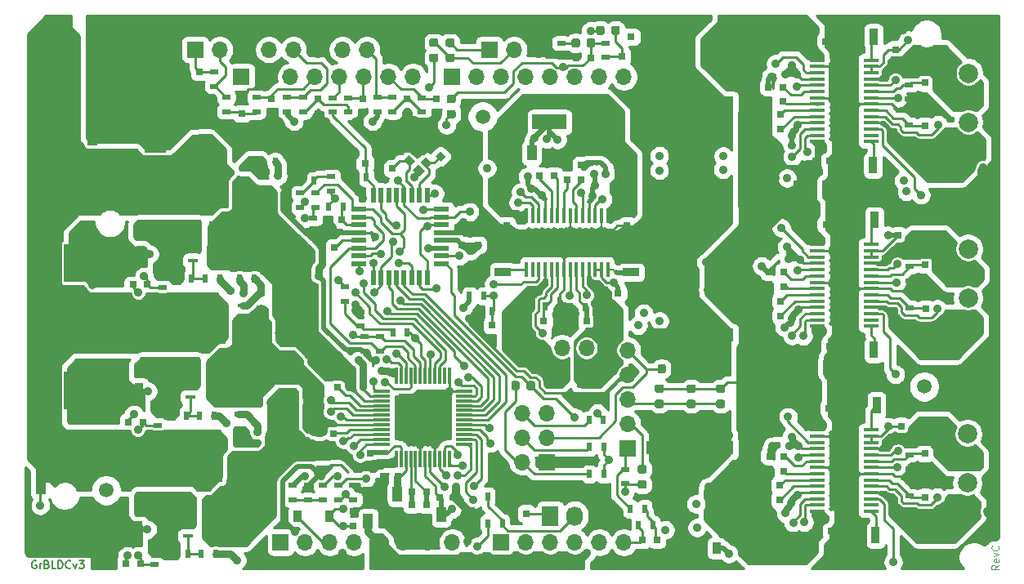
<source format=gtl>
G04 #@! TF.GenerationSoftware,KiCad,Pcbnew,(5.1.9-0-10_14)*
G04 #@! TF.CreationDate,2021-05-28T13:58:57-04:00*
G04 #@! TF.ProjectId,GrBLDC,4772424c-4443-42e6-9b69-6361645f7063,rev?*
G04 #@! TF.SameCoordinates,PX5a7646cPY8128a60*
G04 #@! TF.FileFunction,Copper,L1,Top*
G04 #@! TF.FilePolarity,Positive*
%FSLAX46Y46*%
G04 Gerber Fmt 4.6, Leading zero omitted, Abs format (unit mm)*
G04 Created by KiCad (PCBNEW (5.1.9-0-10_14)) date 2021-05-28 13:58:57*
%MOMM*%
%LPD*%
G01*
G04 APERTURE LIST*
G04 #@! TA.AperFunction,NonConductor*
%ADD10C,0.100000*%
G04 #@! TD*
G04 #@! TA.AperFunction,NonConductor*
%ADD11C,0.150000*%
G04 #@! TD*
G04 #@! TA.AperFunction,SMDPad,CuDef*
%ADD12R,1.000000X1.000000*%
G04 #@! TD*
G04 #@! TA.AperFunction,ComponentPad*
%ADD13C,0.500000*%
G04 #@! TD*
G04 #@! TA.AperFunction,SMDPad,CuDef*
%ADD14R,1.600000X0.300000*%
G04 #@! TD*
G04 #@! TA.AperFunction,SMDPad,CuDef*
%ADD15R,2.400000X6.460000*%
G04 #@! TD*
G04 #@! TA.AperFunction,SMDPad,CuDef*
%ADD16R,0.750000X0.800000*%
G04 #@! TD*
G04 #@! TA.AperFunction,SMDPad,CuDef*
%ADD17R,9.000000X1.400000*%
G04 #@! TD*
G04 #@! TA.AperFunction,SMDPad,CuDef*
%ADD18R,1.600000X1.000000*%
G04 #@! TD*
G04 #@! TA.AperFunction,SMDPad,CuDef*
%ADD19R,0.800000X0.750000*%
G04 #@! TD*
G04 #@! TA.AperFunction,SMDPad,CuDef*
%ADD20R,1.000000X1.600000*%
G04 #@! TD*
G04 #@! TA.AperFunction,SMDPad,CuDef*
%ADD21R,2.400300X4.000500*%
G04 #@! TD*
G04 #@! TA.AperFunction,SMDPad,CuDef*
%ADD22R,0.500000X0.900000*%
G04 #@! TD*
G04 #@! TA.AperFunction,SMDPad,CuDef*
%ADD23R,0.900000X0.500000*%
G04 #@! TD*
G04 #@! TA.AperFunction,SMDPad,CuDef*
%ADD24R,0.300000X1.600000*%
G04 #@! TD*
G04 #@! TA.AperFunction,SMDPad,CuDef*
%ADD25R,6.460000X2.400000*%
G04 #@! TD*
G04 #@! TA.AperFunction,ComponentPad*
%ADD26C,0.889000*%
G04 #@! TD*
G04 #@! TA.AperFunction,SMDPad,CuDef*
%ADD27R,1.080000X0.450000*%
G04 #@! TD*
G04 #@! TA.AperFunction,SMDPad,CuDef*
%ADD28R,0.650000X0.450000*%
G04 #@! TD*
G04 #@! TA.AperFunction,SMDPad,CuDef*
%ADD29R,3.540000X4.260000*%
G04 #@! TD*
G04 #@! TA.AperFunction,SMDPad,CuDef*
%ADD30R,0.900000X1.700000*%
G04 #@! TD*
G04 #@! TA.AperFunction,ComponentPad*
%ADD31C,2.000000*%
G04 #@! TD*
G04 #@! TA.AperFunction,SMDPad,CuDef*
%ADD32R,3.599180X1.600200*%
G04 #@! TD*
G04 #@! TA.AperFunction,ComponentPad*
%ADD33C,2.500000*%
G04 #@! TD*
G04 #@! TA.AperFunction,ComponentPad*
%ADD34R,1.727200X2.032000*%
G04 #@! TD*
G04 #@! TA.AperFunction,ComponentPad*
%ADD35O,1.727200X2.032000*%
G04 #@! TD*
G04 #@! TA.AperFunction,SMDPad,CuDef*
%ADD36R,1.600000X0.550000*%
G04 #@! TD*
G04 #@! TA.AperFunction,SMDPad,CuDef*
%ADD37R,0.550000X1.600000*%
G04 #@! TD*
G04 #@! TA.AperFunction,SMDPad,CuDef*
%ADD38C,0.150000*%
G04 #@! TD*
G04 #@! TA.AperFunction,SMDPad,CuDef*
%ADD39R,0.800100X0.800100*%
G04 #@! TD*
G04 #@! TA.AperFunction,SMDPad,CuDef*
%ADD40R,1.700000X0.900000*%
G04 #@! TD*
G04 #@! TA.AperFunction,ComponentPad*
%ADD41O,1.700000X1.700000*%
G04 #@! TD*
G04 #@! TA.AperFunction,ComponentPad*
%ADD42R,1.700000X1.700000*%
G04 #@! TD*
G04 #@! TA.AperFunction,SMDPad,CuDef*
%ADD43R,0.300000X1.700000*%
G04 #@! TD*
G04 #@! TA.AperFunction,SMDPad,CuDef*
%ADD44R,1.700000X0.300000*%
G04 #@! TD*
G04 #@! TA.AperFunction,SMDPad,CuDef*
%ADD45R,5.000000X5.000000*%
G04 #@! TD*
G04 #@! TA.AperFunction,SMDPad,CuDef*
%ADD46R,0.900000X1.200000*%
G04 #@! TD*
G04 #@! TA.AperFunction,SMDPad,CuDef*
%ADD47R,2.300000X2.500000*%
G04 #@! TD*
G04 #@! TA.AperFunction,SMDPad,CuDef*
%ADD48C,1.500000*%
G04 #@! TD*
G04 #@! TA.AperFunction,ViaPad*
%ADD49C,0.889000*%
G04 #@! TD*
G04 #@! TA.AperFunction,Conductor*
%ADD50C,0.254000*%
G04 #@! TD*
G04 #@! TA.AperFunction,Conductor*
%ADD51C,0.508000*%
G04 #@! TD*
G04 #@! TA.AperFunction,Conductor*
%ADD52C,0.152400*%
G04 #@! TD*
G04 #@! TA.AperFunction,Conductor*
%ADD53C,0.762000*%
G04 #@! TD*
G04 #@! TA.AperFunction,Conductor*
%ADD54C,1.016000*%
G04 #@! TD*
G04 #@! TA.AperFunction,Conductor*
%ADD55C,0.150000*%
G04 #@! TD*
G04 APERTURE END LIST*
D10*
X101989285Y1514286D02*
X101632142Y1264286D01*
X101989285Y1085715D02*
X101239285Y1085715D01*
X101239285Y1371429D01*
X101275000Y1442858D01*
X101310714Y1478572D01*
X101382142Y1514286D01*
X101489285Y1514286D01*
X101560714Y1478572D01*
X101596428Y1442858D01*
X101632142Y1371429D01*
X101632142Y1085715D01*
X101953571Y2121429D02*
X101989285Y2050000D01*
X101989285Y1907143D01*
X101953571Y1835715D01*
X101882142Y1800000D01*
X101596428Y1800000D01*
X101525000Y1835715D01*
X101489285Y1907143D01*
X101489285Y2050000D01*
X101525000Y2121429D01*
X101596428Y2157143D01*
X101667857Y2157143D01*
X101739285Y1800000D01*
X101489285Y2407143D02*
X101989285Y2585715D01*
X101489285Y2764286D01*
X101917857Y3478572D02*
X101953571Y3442858D01*
X101989285Y3335715D01*
X101989285Y3264286D01*
X101953571Y3157143D01*
X101882142Y3085715D01*
X101810714Y3050000D01*
X101667857Y3014286D01*
X101560714Y3014286D01*
X101417857Y3050000D01*
X101346428Y3085715D01*
X101275000Y3157143D01*
X101239285Y3264286D01*
X101239285Y3335715D01*
X101275000Y3442858D01*
X101310714Y3478572D01*
D11*
X2231023Y1924000D02*
X2154833Y1962096D01*
X2040547Y1962096D01*
X1926261Y1924000D01*
X1850071Y1847810D01*
X1811976Y1771620D01*
X1773880Y1619239D01*
X1773880Y1504953D01*
X1811976Y1352572D01*
X1850071Y1276381D01*
X1926261Y1200191D01*
X2040547Y1162096D01*
X2116738Y1162096D01*
X2231023Y1200191D01*
X2269119Y1238286D01*
X2269119Y1504953D01*
X2116738Y1504953D01*
X2611976Y1162096D02*
X2611976Y1695429D01*
X2611976Y1543048D02*
X2650071Y1619239D01*
X2688166Y1657334D01*
X2764357Y1695429D01*
X2840547Y1695429D01*
X3373880Y1581143D02*
X3488166Y1543048D01*
X3526261Y1504953D01*
X3564357Y1428762D01*
X3564357Y1314477D01*
X3526261Y1238286D01*
X3488166Y1200191D01*
X3411976Y1162096D01*
X3107214Y1162096D01*
X3107214Y1962096D01*
X3373880Y1962096D01*
X3450071Y1924000D01*
X3488166Y1885905D01*
X3526261Y1809715D01*
X3526261Y1733524D01*
X3488166Y1657334D01*
X3450071Y1619239D01*
X3373880Y1581143D01*
X3107214Y1581143D01*
X4288166Y1162096D02*
X3907214Y1162096D01*
X3907214Y1962096D01*
X4554833Y1162096D02*
X4554833Y1962096D01*
X4745309Y1962096D01*
X4859595Y1924000D01*
X4935785Y1847810D01*
X4973880Y1771620D01*
X5011976Y1619239D01*
X5011976Y1504953D01*
X4973880Y1352572D01*
X4935785Y1276381D01*
X4859595Y1200191D01*
X4745309Y1162096D01*
X4554833Y1162096D01*
X5811976Y1238286D02*
X5773880Y1200191D01*
X5659595Y1162096D01*
X5583404Y1162096D01*
X5469119Y1200191D01*
X5392928Y1276381D01*
X5354833Y1352572D01*
X5316738Y1504953D01*
X5316738Y1619239D01*
X5354833Y1771620D01*
X5392928Y1847810D01*
X5469119Y1924000D01*
X5583404Y1962096D01*
X5659595Y1962096D01*
X5773880Y1924000D01*
X5811976Y1885905D01*
X6078642Y1695429D02*
X6269119Y1162096D01*
X6459595Y1695429D01*
X6688166Y1962096D02*
X7183404Y1962096D01*
X6916738Y1657334D01*
X7031023Y1657334D01*
X7107214Y1619239D01*
X7145309Y1581143D01*
X7183404Y1504953D01*
X7183404Y1314477D01*
X7145309Y1238286D01*
X7107214Y1200191D01*
X7031023Y1162096D01*
X6802452Y1162096D01*
X6726261Y1200191D01*
X6688166Y1238286D01*
D12*
X2710000Y10350000D03*
X2710000Y9350000D03*
D13*
X84630900Y26575200D03*
X85930900Y26575200D03*
X84630900Y27875200D03*
X87230900Y27875200D03*
X85930900Y27875200D03*
X84630900Y29175200D03*
X87230900Y29175200D03*
X85930900Y29175200D03*
X87230900Y34375200D03*
X84630900Y34375200D03*
X85930900Y34375200D03*
X87230900Y33075200D03*
X84630900Y33075200D03*
X85930900Y33075200D03*
X84630900Y31775200D03*
X87230900Y31775200D03*
X85930900Y31775200D03*
X84630900Y30475200D03*
X87230900Y30475200D03*
X87230900Y26575200D03*
X85930900Y30475200D03*
D14*
X88730900Y30175200D03*
X88730900Y30825200D03*
X88730900Y31475200D03*
X88730900Y32125200D03*
X83130900Y28225200D03*
X88730900Y28225200D03*
X88730900Y28875200D03*
X88730900Y29525200D03*
X83130900Y32775200D03*
X83130900Y32125200D03*
X83130900Y31475200D03*
X83130900Y30825200D03*
X83130900Y30175200D03*
X83130900Y29525200D03*
X88730900Y32775200D03*
X83130900Y28875200D03*
X88730900Y27575200D03*
X88730900Y33425200D03*
X83130900Y33425200D03*
X83130900Y27575200D03*
X88730900Y26925200D03*
X88730900Y34075200D03*
X83130900Y34075200D03*
X83130900Y26925200D03*
X88730900Y26275200D03*
X88730900Y34725200D03*
X83130900Y34725200D03*
X83130900Y26275200D03*
D15*
X85930900Y30175200D03*
D16*
X43688000Y49797400D03*
X43688000Y48297400D03*
D17*
X69976500Y25349500D03*
X69976500Y13639500D03*
D16*
X53030000Y8360000D03*
X53030000Y6860000D03*
G04 #@! TA.AperFunction,SMDPad,CuDef*
G36*
G01*
X73408250Y19355500D02*
X72895750Y19355500D01*
G75*
G02*
X72677000Y19574250I0J218750D01*
G01*
X72677000Y20011750D01*
G75*
G02*
X72895750Y20230500I218750J0D01*
G01*
X73408250Y20230500D01*
G75*
G02*
X73627000Y20011750I0J-218750D01*
G01*
X73627000Y19574250D01*
G75*
G02*
X73408250Y19355500I-218750J0D01*
G01*
G37*
G04 #@! TD.AperFunction*
G04 #@! TA.AperFunction,SMDPad,CuDef*
G36*
G01*
X73408250Y17780500D02*
X72895750Y17780500D01*
G75*
G02*
X72677000Y17999250I0J218750D01*
G01*
X72677000Y18436750D01*
G75*
G02*
X72895750Y18655500I218750J0D01*
G01*
X73408250Y18655500D01*
G75*
G02*
X73627000Y18436750I0J-218750D01*
G01*
X73627000Y17999250D01*
G75*
G02*
X73408250Y17780500I-218750J0D01*
G01*
G37*
G04 #@! TD.AperFunction*
G04 #@! TA.AperFunction,SMDPad,CuDef*
G36*
G01*
X70360250Y19348000D02*
X69847750Y19348000D01*
G75*
G02*
X69629000Y19566750I0J218750D01*
G01*
X69629000Y20004250D01*
G75*
G02*
X69847750Y20223000I218750J0D01*
G01*
X70360250Y20223000D01*
G75*
G02*
X70579000Y20004250I0J-218750D01*
G01*
X70579000Y19566750D01*
G75*
G02*
X70360250Y19348000I-218750J0D01*
G01*
G37*
G04 #@! TD.AperFunction*
G04 #@! TA.AperFunction,SMDPad,CuDef*
G36*
G01*
X70360250Y17773000D02*
X69847750Y17773000D01*
G75*
G02*
X69629000Y17991750I0J218750D01*
G01*
X69629000Y18429250D01*
G75*
G02*
X69847750Y18648000I218750J0D01*
G01*
X70360250Y18648000D01*
G75*
G02*
X70579000Y18429250I0J-218750D01*
G01*
X70579000Y17991750D01*
G75*
G02*
X70360250Y17773000I-218750J0D01*
G01*
G37*
G04 #@! TD.AperFunction*
G04 #@! TA.AperFunction,SMDPad,CuDef*
G36*
G01*
X67058250Y17780500D02*
X66545750Y17780500D01*
G75*
G02*
X66327000Y17999250I0J218750D01*
G01*
X66327000Y18436750D01*
G75*
G02*
X66545750Y18655500I218750J0D01*
G01*
X67058250Y18655500D01*
G75*
G02*
X67277000Y18436750I0J-218750D01*
G01*
X67277000Y17999250D01*
G75*
G02*
X67058250Y17780500I-218750J0D01*
G01*
G37*
G04 #@! TD.AperFunction*
G04 #@! TA.AperFunction,SMDPad,CuDef*
G36*
G01*
X67058250Y19355500D02*
X66545750Y19355500D01*
G75*
G02*
X66327000Y19574250I0J218750D01*
G01*
X66327000Y20011750D01*
G75*
G02*
X66545750Y20230500I218750J0D01*
G01*
X67058250Y20230500D01*
G75*
G02*
X67277000Y20011750I0J-218750D01*
G01*
X67277000Y19574250D01*
G75*
G02*
X67058250Y19355500I-218750J0D01*
G01*
G37*
G04 #@! TD.AperFunction*
X35110000Y5540000D03*
X35110000Y7040000D03*
D18*
X13271500Y24969600D03*
X13271500Y21969600D03*
D19*
X41160000Y7747000D03*
X42660000Y7747000D03*
X49500000Y26340000D03*
X48000000Y26340000D03*
D16*
X91300300Y54952200D03*
X91300300Y56452200D03*
X91528900Y35660900D03*
X91528900Y37160900D03*
X91871800Y15912400D03*
X91871800Y17412400D03*
D19*
X62539180Y29654500D03*
X64039180Y29654500D03*
D16*
X94315280Y46999460D03*
X94315280Y48499460D03*
X94404180Y28053600D03*
X94404180Y29553600D03*
X94338140Y8541320D03*
X94338140Y10041320D03*
D19*
X54830280Y26771600D03*
X56330280Y26771600D03*
D16*
X94315280Y51496660D03*
X94315280Y49996660D03*
X94378780Y32627000D03*
X94378780Y31127000D03*
X94338140Y13102020D03*
X94338140Y11602020D03*
D19*
X59302080Y26771600D03*
X57802080Y26771600D03*
X79629700Y51041300D03*
X78129700Y51041300D03*
X79713520Y31884620D03*
X78213520Y31884620D03*
X79721140Y12786360D03*
X78221140Y12786360D03*
D16*
X58717180Y41477500D03*
X58717180Y42977500D03*
D19*
X79642400Y49618900D03*
X78142400Y49618900D03*
D16*
X79324200Y48184500D03*
X79324200Y46684500D03*
D19*
X79700820Y30360620D03*
X78200820Y30360620D03*
D16*
X79395320Y28850020D03*
X79395320Y27350020D03*
D19*
X79708440Y11198860D03*
X78208440Y11198860D03*
D16*
X79291180Y9767000D03*
X79291180Y8267000D03*
X57269380Y41477500D03*
X57269380Y42977500D03*
D19*
X55885780Y41871900D03*
X54385780Y41871900D03*
X82536600Y55778400D03*
X84036600Y55778400D03*
X82920140Y24218900D03*
X84420140Y24218900D03*
X82892200Y17716500D03*
X84392200Y17716500D03*
D16*
X51033680Y38215000D03*
X51033680Y36715000D03*
X36080700Y49810100D03*
X36080700Y48310100D03*
X26631900Y49822800D03*
X26631900Y48322800D03*
X40690800Y49822800D03*
X40690800Y48322800D03*
X31450000Y49820000D03*
X31450000Y48320000D03*
X23558500Y48322800D03*
X23558500Y49822800D03*
D19*
X82574700Y36804600D03*
X84074700Y36804600D03*
X83146200Y5016500D03*
X84646200Y5016500D03*
D16*
X63466980Y38176900D03*
X63466980Y36676900D03*
D19*
X39741540Y10749280D03*
X38241540Y10749280D03*
D20*
X39638100Y8859520D03*
X36638100Y8859520D03*
D16*
X36890000Y13120000D03*
X36890000Y11620000D03*
D19*
X33430000Y19930000D03*
X34930000Y19930000D03*
X33070000Y15150000D03*
X31570000Y15150000D03*
D16*
X65020000Y2620000D03*
X65020000Y4120000D03*
D20*
X36640000Y6050000D03*
X39640000Y6050000D03*
D16*
X66560000Y2630000D03*
X66560000Y4130000D03*
D21*
X6310000Y40800500D03*
X6310000Y32799500D03*
D20*
X81258280Y21996400D03*
X84258280Y21996400D03*
D18*
X15760700Y24969600D03*
X15760700Y21969600D03*
X13220700Y10542400D03*
X13220700Y7542400D03*
D21*
X6311900Y27571700D03*
X6311900Y19570700D03*
D18*
X16000000Y38900000D03*
X16000000Y35900000D03*
X13373100Y38900000D03*
X13373100Y35900000D03*
D21*
X6311900Y13195300D03*
X6311900Y5194300D03*
D20*
X50587780Y44234100D03*
X53587780Y44234100D03*
D18*
X15760700Y10542400D03*
X15760700Y7542400D03*
D19*
X82968400Y43370500D03*
X84468400Y43370500D03*
X59678000Y54102000D03*
X58178000Y54102000D03*
X41160000Y9144000D03*
X42660000Y9144000D03*
D22*
X47140000Y29390000D03*
X48640000Y29390000D03*
X49510000Y27850000D03*
X48010000Y27850000D03*
D23*
X92692220Y47141700D03*
X92692220Y48641700D03*
X92753180Y28180600D03*
X92753180Y29680600D03*
X92710000Y8655620D03*
X92710000Y10155620D03*
D22*
X54976330Y28301950D03*
X56476330Y28301950D03*
D23*
X92692220Y51296000D03*
X92692220Y49796000D03*
X92765880Y32474600D03*
X92765880Y30974600D03*
X92710000Y12959780D03*
X92710000Y11459780D03*
D22*
X59136980Y28282900D03*
X57636980Y28282900D03*
D23*
X61214000Y54114000D03*
X61214000Y55614000D03*
X56642000Y55614000D03*
X56642000Y54114000D03*
X32994600Y48437100D03*
X32994600Y49937100D03*
X42202100Y48449800D03*
X42202100Y49949800D03*
X34607500Y48449800D03*
X34607500Y49949800D03*
X25082500Y48475200D03*
X25082500Y49975200D03*
D22*
X61020000Y16520000D03*
X59520000Y16520000D03*
D23*
X39179500Y49975200D03*
X39179500Y48475200D03*
X29883100Y49975200D03*
X29883100Y48475200D03*
X21932900Y50000600D03*
X21932900Y48500600D03*
D22*
X61032000Y13726000D03*
X59532000Y13726000D03*
X61044000Y10932000D03*
X59544000Y10932000D03*
D23*
X37579300Y49975200D03*
X37579300Y48475200D03*
X28257500Y49975200D03*
X28257500Y48475200D03*
X20700000Y51130000D03*
X20700000Y52630000D03*
X23253700Y17133000D03*
X23253700Y15633000D03*
X25010000Y12800000D03*
X25010000Y14300000D03*
D22*
X20828700Y2641600D03*
X19328700Y2641600D03*
X64640000Y5660000D03*
X66140000Y5660000D03*
X17983900Y2641600D03*
X16483900Y2641600D03*
X23316500Y31191200D03*
X24816500Y31191200D03*
D23*
X25539700Y28155200D03*
X25539700Y29655200D03*
D22*
X20676300Y17018000D03*
X19176300Y17018000D03*
X21285900Y31242000D03*
X19785900Y31242000D03*
X27013600Y43294300D03*
X25513600Y43294300D03*
D23*
X25793700Y40258300D03*
X25793700Y41758300D03*
D22*
X17831500Y17018000D03*
X16331500Y17018000D03*
X18339500Y31242000D03*
X16839500Y31242000D03*
X65290000Y7340000D03*
X63790000Y7340000D03*
D23*
X63246000Y9930000D03*
X63246000Y11430000D03*
D13*
X84628200Y45701400D03*
X85928200Y45701400D03*
X84628200Y47001400D03*
X87228200Y47001400D03*
X85928200Y47001400D03*
X84628200Y48301400D03*
X87228200Y48301400D03*
X85928200Y48301400D03*
X87228200Y53501400D03*
X84628200Y53501400D03*
X85928200Y53501400D03*
X87228200Y52201400D03*
X84628200Y52201400D03*
X85928200Y52201400D03*
X84628200Y50901400D03*
X87228200Y50901400D03*
X85928200Y50901400D03*
X84628200Y49601400D03*
X87228200Y49601400D03*
X87228200Y45701400D03*
X85928200Y49601400D03*
D14*
X88728200Y49301400D03*
X88728200Y49951400D03*
X88728200Y50601400D03*
X88728200Y51251400D03*
X83128200Y47351400D03*
X88728200Y47351400D03*
X88728200Y48001400D03*
X88728200Y48651400D03*
X83128200Y51901400D03*
X83128200Y51251400D03*
X83128200Y50601400D03*
X83128200Y49951400D03*
X83128200Y49301400D03*
X83128200Y48651400D03*
X88728200Y51901400D03*
X83128200Y48001400D03*
X88728200Y46701400D03*
X88728200Y52551400D03*
X83128200Y52551400D03*
X83128200Y46701400D03*
X88728200Y46051400D03*
X88728200Y53201400D03*
X83128200Y53201400D03*
X83128200Y46051400D03*
X88728200Y45401400D03*
X88728200Y53851400D03*
X83128200Y53851400D03*
X83128200Y45401400D03*
D15*
X85928200Y49301400D03*
D13*
X84625800Y7372800D03*
X85925800Y7372800D03*
X84625800Y8672800D03*
X87225800Y8672800D03*
X85925800Y8672800D03*
X84625800Y9972800D03*
X87225800Y9972800D03*
X85925800Y9972800D03*
X87225800Y15172800D03*
X84625800Y15172800D03*
X85925800Y15172800D03*
X87225800Y13872800D03*
X84625800Y13872800D03*
X85925800Y13872800D03*
X84625800Y12572800D03*
X87225800Y12572800D03*
X85925800Y12572800D03*
X84625800Y11272800D03*
X87225800Y11272800D03*
X87225800Y7372800D03*
X85925800Y11272800D03*
D14*
X88725800Y10972800D03*
X88725800Y11622800D03*
X88725800Y12272800D03*
X88725800Y12922800D03*
X83125800Y9022800D03*
X88725800Y9022800D03*
X88725800Y9672800D03*
X88725800Y10322800D03*
X83125800Y13572800D03*
X83125800Y12922800D03*
X83125800Y12272800D03*
X83125800Y11622800D03*
X83125800Y10972800D03*
X83125800Y10322800D03*
X88725800Y13572800D03*
X83125800Y9672800D03*
X88725800Y8372800D03*
X88725800Y14222800D03*
X83125800Y14222800D03*
X83125800Y8372800D03*
X88725800Y7722800D03*
X88725800Y14872800D03*
X83125800Y14872800D03*
X83125800Y7722800D03*
X88725800Y7072800D03*
X88725800Y15522800D03*
X83125800Y15522800D03*
X83125800Y7072800D03*
D15*
X85925800Y10972800D03*
D13*
X53313780Y36263100D03*
X53313780Y34963100D03*
X54613780Y36263100D03*
X54613780Y33663100D03*
X54613780Y34963100D03*
X55913780Y36263100D03*
X55913780Y33663100D03*
X55913780Y34963100D03*
X61113780Y33663100D03*
X61113780Y36263100D03*
X61113780Y34963100D03*
X59813780Y33663100D03*
X59813780Y36263100D03*
X59813780Y34963100D03*
X58513780Y36263100D03*
X58513780Y33663100D03*
X58513780Y34963100D03*
X57213780Y36263100D03*
X57213780Y33663100D03*
X53313780Y33663100D03*
X57213780Y34963100D03*
D24*
X56913780Y32163100D03*
X57563780Y32163100D03*
X58213780Y32163100D03*
X58863780Y32163100D03*
X54963780Y37763100D03*
X54963780Y32163100D03*
X55613780Y32163100D03*
X56263780Y32163100D03*
X59513780Y37763100D03*
X58863780Y37763100D03*
X58213780Y37763100D03*
X57563780Y37763100D03*
X56913780Y37763100D03*
X56263780Y37763100D03*
X59513780Y32163100D03*
X55613780Y37763100D03*
X54313780Y32163100D03*
X60163780Y32163100D03*
X60163780Y37763100D03*
X54313780Y37763100D03*
X53663780Y32163100D03*
X60813780Y32163100D03*
X60813780Y37763100D03*
X53663780Y37763100D03*
X53013780Y32163100D03*
X61463780Y32163100D03*
X61463780Y37763100D03*
X53013780Y37763100D03*
D25*
X56913780Y34963100D03*
D26*
X19719100Y9992800D03*
X19719100Y14492800D03*
X18469100Y13742800D03*
X19719100Y12992800D03*
X19719100Y11492800D03*
X20969100Y10742800D03*
X18469100Y10742800D03*
X18469100Y12242800D03*
X20969100Y12242800D03*
X20969100Y13742800D03*
D27*
X23339100Y10337800D03*
X23339100Y11607800D03*
X23339100Y12877800D03*
D28*
X17699100Y11607800D03*
X17699100Y12877800D03*
X17699100Y14147800D03*
D27*
X23339100Y14147800D03*
D29*
X19794100Y12242800D03*
D28*
X17699100Y10337800D03*
D26*
X21555900Y8650800D03*
X21555900Y4150800D03*
X22805900Y4900800D03*
X21555900Y5650800D03*
X21555900Y7150800D03*
X20305900Y7900800D03*
X22805900Y7900800D03*
X22805900Y6400800D03*
X20305900Y6400800D03*
X20305900Y4900800D03*
D27*
X17935900Y8305800D03*
X17935900Y7035800D03*
X17935900Y5765800D03*
D28*
X23575900Y7035800D03*
X23575900Y5765800D03*
X23575900Y4495800D03*
D27*
X17935900Y4495800D03*
D29*
X21480900Y6400800D03*
D28*
X23575900Y8305800D03*
D26*
X20049300Y24267600D03*
X20049300Y28767600D03*
X18799300Y28017600D03*
X20049300Y27267600D03*
X20049300Y25767600D03*
X21299300Y25017600D03*
X18799300Y25017600D03*
X18799300Y26517600D03*
X21299300Y26517600D03*
X21299300Y28017600D03*
D27*
X23669300Y24612600D03*
X23669300Y25882600D03*
X23669300Y27152600D03*
D28*
X18029300Y25882600D03*
X18029300Y27152600D03*
X18029300Y28422600D03*
D27*
X23669300Y28422600D03*
D29*
X20124300Y26517600D03*
D28*
X18029300Y24612600D03*
D26*
X21860700Y23078000D03*
X21860700Y18578000D03*
X23110700Y19328000D03*
X21860700Y20078000D03*
X21860700Y21578000D03*
X20610700Y22328000D03*
X23110700Y22328000D03*
X23110700Y20828000D03*
X20610700Y20828000D03*
X20610700Y19328000D03*
D27*
X18240700Y22733000D03*
X18240700Y21463000D03*
X18240700Y20193000D03*
D28*
X23880700Y21463000D03*
X23880700Y20193000D03*
X23880700Y18923000D03*
D27*
X18240700Y18923000D03*
D29*
X21785700Y20828000D03*
D28*
X23880700Y22733000D03*
D26*
X20227100Y38593200D03*
X20227100Y43093200D03*
X18977100Y42343200D03*
X20227100Y41593200D03*
X20227100Y40093200D03*
X21477100Y39343200D03*
X18977100Y39343200D03*
X18977100Y40843200D03*
X21477100Y40843200D03*
X21477100Y42343200D03*
D27*
X23847100Y38938200D03*
X23847100Y40208200D03*
X23847100Y41478200D03*
D28*
X18207100Y40208200D03*
X18207100Y41478200D03*
X18207100Y42748200D03*
D27*
X23847100Y42748200D03*
D29*
X20302100Y40843200D03*
D28*
X18207100Y38938200D03*
D26*
X22063900Y37251200D03*
X22063900Y32751200D03*
X23313900Y33501200D03*
X22063900Y34251200D03*
X22063900Y35751200D03*
X20813900Y36501200D03*
X23313900Y36501200D03*
X23313900Y35001200D03*
X20813900Y35001200D03*
X20813900Y33501200D03*
D27*
X18443900Y36906200D03*
X18443900Y35636200D03*
X18443900Y34366200D03*
D28*
X24083900Y35636200D03*
X24083900Y34366200D03*
X24083900Y33096200D03*
D27*
X18443900Y33096200D03*
D29*
X21988900Y35001200D03*
D28*
X24083900Y36906200D03*
D30*
X12837500Y5181600D03*
X15737500Y5181600D03*
X12888300Y19558000D03*
X15788300Y19558000D03*
X13040700Y33782000D03*
X15940700Y33782000D03*
D20*
X5050000Y45750000D03*
X8050000Y45750000D03*
D18*
X10050000Y43050000D03*
X10050000Y46050000D03*
D31*
X98729800Y12545300D03*
X98729800Y15085300D03*
X98729800Y10005300D03*
X98729800Y7465300D03*
X98823780Y49959260D03*
X98823780Y52499260D03*
X98823780Y47419260D03*
X98823780Y44879260D03*
X98795840Y31742380D03*
X98795840Y34282380D03*
X98795840Y29202380D03*
X98795840Y26662380D03*
D32*
X73439020Y54991000D03*
X67937380Y54991000D03*
X73426320Y31521400D03*
X67924680Y31521400D03*
X73426320Y8204200D03*
X67924680Y8204200D03*
X60934600Y47434500D03*
X55432960Y47434500D03*
D17*
X69976500Y49428700D03*
X69976500Y37718700D03*
D20*
X81537680Y2997200D03*
X84537680Y2997200D03*
X81215100Y40614600D03*
X84215100Y40614600D03*
D33*
X13695700Y54533800D03*
X8695700Y54533800D03*
X3695700Y54533800D03*
X28257500Y18503900D03*
X28257500Y22003900D03*
X28257500Y25503900D03*
D22*
X50534000Y8636000D03*
X49034000Y8636000D03*
X50534000Y5842000D03*
X49034000Y5842000D03*
D34*
X55500000Y6610000D03*
D35*
X58040000Y6610000D03*
X60580000Y6610000D03*
D16*
X19180000Y51120000D03*
X19180000Y52620000D03*
D36*
X44211820Y32762540D03*
X44211820Y33562540D03*
X44211820Y34362540D03*
X44211820Y35162540D03*
X44211820Y35962540D03*
X44211820Y36762540D03*
X44211820Y37562540D03*
X44211820Y38362540D03*
D37*
X42761820Y39812540D03*
X41961820Y39812540D03*
X41161820Y39812540D03*
X40361820Y39812540D03*
X39561820Y39812540D03*
X38761820Y39812540D03*
X37961820Y39812540D03*
X37161820Y39812540D03*
D36*
X35711820Y38362540D03*
X35711820Y37562540D03*
X35711820Y36762540D03*
X35711820Y35962540D03*
X35711820Y35162540D03*
X35711820Y34362540D03*
X35711820Y33562540D03*
X35711820Y32762540D03*
D37*
X37161820Y31312540D03*
X37961820Y31312540D03*
X38761820Y31312540D03*
X39561820Y31312540D03*
X40361820Y31312540D03*
X41161820Y31312540D03*
X41961820Y31312540D03*
X42761820Y31312540D03*
G04 #@! TA.AperFunction,SMDPad,CuDef*
D38*
G36*
X43267924Y43165579D02*
G01*
X42702238Y42599893D01*
X42065842Y43236289D01*
X42631528Y43801975D01*
X43267924Y43165579D01*
G37*
G04 #@! TD.AperFunction*
G04 #@! TA.AperFunction,SMDPad,CuDef*
G36*
X42277975Y44155528D02*
G01*
X41712289Y43589842D01*
X41075893Y44226238D01*
X41641579Y44791924D01*
X42277975Y44155528D01*
G37*
G04 #@! TD.AperFunction*
G04 #@! TA.AperFunction,SMDPad,CuDef*
G36*
X41500158Y43377711D02*
G01*
X40934472Y42812025D01*
X40298076Y43448421D01*
X40863762Y44014107D01*
X41500158Y43377711D01*
G37*
G04 #@! TD.AperFunction*
G04 #@! TA.AperFunction,SMDPad,CuDef*
G36*
X42490107Y42387762D02*
G01*
X41924421Y41822076D01*
X41288025Y42458472D01*
X41853711Y43024158D01*
X42490107Y42387762D01*
G37*
G04 #@! TD.AperFunction*
D19*
X11540000Y1630000D03*
X13040000Y1630000D03*
X11820000Y16320000D03*
X13320000Y16320000D03*
X12270040Y30573980D03*
X13770040Y30573980D03*
D23*
X34230000Y28850000D03*
X34230000Y30350000D03*
X32800000Y41770000D03*
X32800000Y40270000D03*
X31940000Y9770000D03*
X31940000Y8270000D03*
X30380000Y9770000D03*
X30380000Y8270000D03*
D22*
X40690000Y25600000D03*
X39190000Y25600000D03*
D23*
X35850000Y27770000D03*
X35850000Y26270000D03*
X29610000Y38590000D03*
X29610000Y40090000D03*
D22*
X29540000Y41330000D03*
X31040000Y41330000D03*
D23*
X33520000Y8290000D03*
X33520000Y9790000D03*
X37860000Y25200000D03*
X37860000Y23700000D03*
X31180000Y38580000D03*
X31180000Y40080000D03*
X14500000Y3050000D03*
X14500000Y1550000D03*
X35080000Y9790000D03*
X35080000Y8290000D03*
X14840000Y17490000D03*
X14840000Y15990000D03*
X36230000Y23690000D03*
X36230000Y25190000D03*
X15318740Y31768480D03*
X15318740Y30268480D03*
X30950000Y35930000D03*
X30950000Y37430000D03*
G04 #@! TA.AperFunction,SMDPad,CuDef*
D38*
G36*
X43606822Y43873848D02*
G01*
X44137152Y44404178D01*
X44702838Y43838492D01*
X44172508Y43308162D01*
X43606822Y43873848D01*
G37*
G04 #@! TD.AperFunction*
G04 #@! TA.AperFunction,SMDPad,CuDef*
G36*
X42546162Y44934508D02*
G01*
X43076492Y45464838D01*
X43642178Y44899152D01*
X43111848Y44368822D01*
X42546162Y44934508D01*
G37*
G04 #@! TD.AperFunction*
D16*
X39160000Y44130000D03*
X39160000Y42630000D03*
D19*
X32410000Y37270000D03*
X33910000Y37270000D03*
D16*
X33150000Y34410000D03*
X33150000Y35910000D03*
X46367700Y36175380D03*
X46367700Y34675380D03*
X47993300Y36195700D03*
X47993300Y34695700D03*
D19*
X36310000Y43120000D03*
X37810000Y43120000D03*
X45581000Y8509000D03*
X44081000Y8509000D03*
D20*
X44220000Y6731000D03*
X47220000Y6731000D03*
D39*
X62950000Y54250000D03*
X64850000Y54250000D03*
X63900000Y56248980D03*
D30*
X89003800Y56273700D03*
X86103800Y56273700D03*
X89092700Y37287200D03*
X86192700Y37287200D03*
X89308600Y18097500D03*
X86408600Y18097500D03*
D40*
X63898780Y31849400D03*
X63898780Y34749400D03*
D30*
X88953000Y42951400D03*
X86053000Y42951400D03*
X89029200Y23799800D03*
X86129200Y23799800D03*
X89214620Y4597400D03*
X86314620Y4597400D03*
D40*
X50601880Y31900200D03*
X50601880Y34800200D03*
D22*
X36460000Y41700000D03*
X37960000Y41700000D03*
X32560000Y38690000D03*
X34060000Y38690000D03*
D23*
X28810000Y8260000D03*
X28810000Y9760000D03*
D41*
X52578000Y17272000D03*
X55118000Y17272000D03*
X52578000Y14732000D03*
X55118000Y14732000D03*
X52578000Y12192000D03*
D42*
X55118000Y12192000D03*
X56720000Y21470000D03*
D41*
X56720000Y24010000D03*
X59260000Y21470000D03*
X59260000Y24010000D03*
D42*
X49200000Y54950000D03*
D41*
X51740000Y54950000D03*
X54280000Y54950000D03*
G04 #@! TA.AperFunction,SMDPad,CuDef*
G36*
G01*
X65286250Y9427500D02*
X64773750Y9427500D01*
G75*
G02*
X64555000Y9646250I0J218750D01*
G01*
X64555000Y10083750D01*
G75*
G02*
X64773750Y10302500I218750J0D01*
G01*
X65286250Y10302500D01*
G75*
G02*
X65505000Y10083750I0J-218750D01*
G01*
X65505000Y9646250D01*
G75*
G02*
X65286250Y9427500I-218750J0D01*
G01*
G37*
G04 #@! TD.AperFunction*
G04 #@! TA.AperFunction,SMDPad,CuDef*
G36*
G01*
X65286250Y11002500D02*
X64773750Y11002500D01*
G75*
G02*
X64555000Y11221250I0J218750D01*
G01*
X64555000Y11658750D01*
G75*
G02*
X64773750Y11877500I218750J0D01*
G01*
X65286250Y11877500D01*
G75*
G02*
X65505000Y11658750I0J-218750D01*
G01*
X65505000Y11221250D01*
G75*
G02*
X65286250Y11002500I-218750J0D01*
G01*
G37*
G04 #@! TD.AperFunction*
G04 #@! TA.AperFunction,SMDPad,CuDef*
G36*
G01*
X61832500Y56673750D02*
X61832500Y57186250D01*
G75*
G02*
X62051250Y57405000I218750J0D01*
G01*
X62488750Y57405000D01*
G75*
G02*
X62707500Y57186250I0J-218750D01*
G01*
X62707500Y56673750D01*
G75*
G02*
X62488750Y56455000I-218750J0D01*
G01*
X62051250Y56455000D01*
G75*
G02*
X61832500Y56673750I0J218750D01*
G01*
G37*
G04 #@! TD.AperFunction*
G04 #@! TA.AperFunction,SMDPad,CuDef*
G36*
G01*
X60257500Y56673750D02*
X60257500Y57186250D01*
G75*
G02*
X60476250Y57405000I218750J0D01*
G01*
X60913750Y57405000D01*
G75*
G02*
X61132500Y57186250I0J-218750D01*
G01*
X61132500Y56673750D01*
G75*
G02*
X60913750Y56455000I-218750J0D01*
G01*
X60476250Y56455000D01*
G75*
G02*
X60257500Y56673750I0J218750D01*
G01*
G37*
G04 #@! TD.AperFunction*
G04 #@! TA.AperFunction,SMDPad,CuDef*
G36*
G01*
X67493500Y22100250D02*
X67493500Y21587750D01*
G75*
G02*
X67274750Y21369000I-218750J0D01*
G01*
X66837250Y21369000D01*
G75*
G02*
X66618500Y21587750I0J218750D01*
G01*
X66618500Y22100250D01*
G75*
G02*
X66837250Y22319000I218750J0D01*
G01*
X67274750Y22319000D01*
G75*
G02*
X67493500Y22100250I0J-218750D01*
G01*
G37*
G04 #@! TD.AperFunction*
G04 #@! TA.AperFunction,SMDPad,CuDef*
G36*
G01*
X69068500Y22100250D02*
X69068500Y21587750D01*
G75*
G02*
X68849750Y21369000I-218750J0D01*
G01*
X68412250Y21369000D01*
G75*
G02*
X68193500Y21587750I0J218750D01*
G01*
X68193500Y22100250D01*
G75*
G02*
X68412250Y22319000I218750J0D01*
G01*
X68849750Y22319000D01*
G75*
G02*
X69068500Y22100250I0J-218750D01*
G01*
G37*
G04 #@! TD.AperFunction*
G04 #@! TA.AperFunction,SMDPad,CuDef*
G36*
G01*
X60153000Y55882250D02*
X60153000Y55369750D01*
G75*
G02*
X59934250Y55151000I-218750J0D01*
G01*
X59496750Y55151000D01*
G75*
G02*
X59278000Y55369750I0J218750D01*
G01*
X59278000Y55882250D01*
G75*
G02*
X59496750Y56101000I218750J0D01*
G01*
X59934250Y56101000D01*
G75*
G02*
X60153000Y55882250I0J-218750D01*
G01*
G37*
G04 #@! TD.AperFunction*
G04 #@! TA.AperFunction,SMDPad,CuDef*
G36*
G01*
X58578000Y55882250D02*
X58578000Y55369750D01*
G75*
G02*
X58359250Y55151000I-218750J0D01*
G01*
X57921750Y55151000D01*
G75*
G02*
X57703000Y55369750I0J218750D01*
G01*
X57703000Y55882250D01*
G75*
G02*
X57921750Y56101000I218750J0D01*
G01*
X58359250Y56101000D01*
G75*
G02*
X58578000Y55882250I0J-218750D01*
G01*
G37*
G04 #@! TD.AperFunction*
G04 #@! TA.AperFunction,SMDPad,CuDef*
G36*
G01*
X45396250Y55207500D02*
X44883750Y55207500D01*
G75*
G02*
X44665000Y55426250I0J218750D01*
G01*
X44665000Y55863750D01*
G75*
G02*
X44883750Y56082500I218750J0D01*
G01*
X45396250Y56082500D01*
G75*
G02*
X45615000Y55863750I0J-218750D01*
G01*
X45615000Y55426250D01*
G75*
G02*
X45396250Y55207500I-218750J0D01*
G01*
G37*
G04 #@! TD.AperFunction*
G04 #@! TA.AperFunction,SMDPad,CuDef*
G36*
G01*
X45396250Y53632500D02*
X44883750Y53632500D01*
G75*
G02*
X44665000Y53851250I0J218750D01*
G01*
X44665000Y54288750D01*
G75*
G02*
X44883750Y54507500I218750J0D01*
G01*
X45396250Y54507500D01*
G75*
G02*
X45615000Y54288750I0J-218750D01*
G01*
X45615000Y53851250D01*
G75*
G02*
X45396250Y53632500I-218750J0D01*
G01*
G37*
G04 #@! TD.AperFunction*
G04 #@! TA.AperFunction,SMDPad,CuDef*
G36*
G01*
X43690250Y53639000D02*
X43177750Y53639000D01*
G75*
G02*
X42959000Y53857750I0J218750D01*
G01*
X42959000Y54295250D01*
G75*
G02*
X43177750Y54514000I218750J0D01*
G01*
X43690250Y54514000D01*
G75*
G02*
X43909000Y54295250I0J-218750D01*
G01*
X43909000Y53857750D01*
G75*
G02*
X43690250Y53639000I-218750J0D01*
G01*
G37*
G04 #@! TD.AperFunction*
G04 #@! TA.AperFunction,SMDPad,CuDef*
G36*
G01*
X43690250Y55214000D02*
X43177750Y55214000D01*
G75*
G02*
X42959000Y55432750I0J218750D01*
G01*
X42959000Y55870250D01*
G75*
G02*
X43177750Y56089000I218750J0D01*
G01*
X43690250Y56089000D01*
G75*
G02*
X43909000Y55870250I0J-218750D01*
G01*
X43909000Y55432750D01*
G75*
G02*
X43690250Y55214000I-218750J0D01*
G01*
G37*
G04 #@! TD.AperFunction*
G04 #@! TA.AperFunction,SMDPad,CuDef*
G36*
G01*
X45506250Y47812500D02*
X44993750Y47812500D01*
G75*
G02*
X44775000Y48031250I0J218750D01*
G01*
X44775000Y48468750D01*
G75*
G02*
X44993750Y48687500I218750J0D01*
G01*
X45506250Y48687500D01*
G75*
G02*
X45725000Y48468750I0J-218750D01*
G01*
X45725000Y48031250D01*
G75*
G02*
X45506250Y47812500I-218750J0D01*
G01*
G37*
G04 #@! TD.AperFunction*
G04 #@! TA.AperFunction,SMDPad,CuDef*
G36*
G01*
X45506250Y49387500D02*
X44993750Y49387500D01*
G75*
G02*
X44775000Y49606250I0J218750D01*
G01*
X44775000Y50043750D01*
G75*
G02*
X44993750Y50262500I218750J0D01*
G01*
X45506250Y50262500D01*
G75*
G02*
X45725000Y50043750I0J-218750D01*
G01*
X45725000Y49606250D01*
G75*
G02*
X45506250Y49387500I-218750J0D01*
G01*
G37*
G04 #@! TD.AperFunction*
G04 #@! TA.AperFunction,SMDPad,CuDef*
G36*
G01*
X53922500Y20366250D02*
X53922500Y19853750D01*
G75*
G02*
X53703750Y19635000I-218750J0D01*
G01*
X53266250Y19635000D01*
G75*
G02*
X53047500Y19853750I0J218750D01*
G01*
X53047500Y20366250D01*
G75*
G02*
X53266250Y20585000I218750J0D01*
G01*
X53703750Y20585000D01*
G75*
G02*
X53922500Y20366250I0J-218750D01*
G01*
G37*
G04 #@! TD.AperFunction*
G04 #@! TA.AperFunction,SMDPad,CuDef*
G36*
G01*
X52347500Y20366250D02*
X52347500Y19853750D01*
G75*
G02*
X52128750Y19635000I-218750J0D01*
G01*
X51691250Y19635000D01*
G75*
G02*
X51472500Y19853750I0J218750D01*
G01*
X51472500Y20366250D01*
G75*
G02*
X51691250Y20585000I218750J0D01*
G01*
X52128750Y20585000D01*
G75*
G02*
X52347500Y20366250I0J-218750D01*
G01*
G37*
G04 #@! TD.AperFunction*
D43*
X39553700Y12489400D03*
X40053700Y12489400D03*
X40553700Y12489400D03*
X41053700Y12489400D03*
X41553700Y12489400D03*
X42053700Y12489400D03*
X42553700Y12489400D03*
X43053700Y12489400D03*
X43553700Y12489400D03*
X44053700Y12489400D03*
X44553700Y12489400D03*
X45053700Y12489400D03*
D44*
X46603700Y14039400D03*
X46603700Y14539400D03*
X46603700Y15039400D03*
X46603700Y15539400D03*
X46603700Y16039400D03*
X46603700Y16539400D03*
X46603700Y17039400D03*
X46603700Y17539400D03*
X46603700Y18039400D03*
X46603700Y18539400D03*
X46603700Y19039400D03*
X46603700Y19539400D03*
D43*
X45053700Y21089400D03*
X44553700Y21089400D03*
X44053700Y21089400D03*
X43553700Y21089400D03*
X43053700Y21089400D03*
X42553700Y21089400D03*
X42053700Y21089400D03*
X41553700Y21089400D03*
X41053700Y21089400D03*
X40553700Y21089400D03*
X40053700Y21089400D03*
X39553700Y21089400D03*
D44*
X38003700Y19539400D03*
X38003700Y19039400D03*
X38003700Y18539400D03*
X38003700Y18039400D03*
X38003700Y17539400D03*
X38003700Y17039400D03*
X38003700Y16539400D03*
X38003700Y16039400D03*
X38003700Y15539400D03*
X38003700Y15039400D03*
X38003700Y14539400D03*
X38003700Y14039400D03*
D45*
X42303700Y16789400D03*
D42*
X63510000Y13630000D03*
D41*
X63510000Y16170000D03*
X63510000Y18710000D03*
X63510000Y21250000D03*
X63510000Y23790000D03*
D46*
X29338000Y6604000D03*
X32638000Y6604000D03*
X72740000Y3250000D03*
X69440000Y3250000D03*
D47*
X14550000Y41250000D03*
X14550000Y45550000D03*
D42*
X50430000Y3860000D03*
D41*
X52970000Y3860000D03*
X55510000Y3860000D03*
X58050000Y3860000D03*
X60590000Y3860000D03*
X63130000Y3860000D03*
D42*
X27570000Y3860000D03*
D41*
X30110000Y3860000D03*
X32650000Y3860000D03*
X35190000Y3860000D03*
X37730000Y3860000D03*
X40270000Y3860000D03*
X42810000Y3860000D03*
X45350000Y3860000D03*
D42*
X18730000Y54940000D03*
D41*
X21270000Y54940000D03*
X23810000Y54940000D03*
X26350000Y54940000D03*
X28890000Y54940000D03*
X31430000Y54940000D03*
X33970000Y54940000D03*
X36510000Y54940000D03*
X39050000Y54940000D03*
D42*
X23510000Y52120000D03*
D41*
X26050000Y52120000D03*
X28590000Y52120000D03*
X31130000Y52120000D03*
X33670000Y52120000D03*
X36210000Y52120000D03*
X38750000Y52120000D03*
X41290000Y52120000D03*
X63130000Y52120000D03*
X60590000Y52120000D03*
X58050000Y52120000D03*
X55510000Y52120000D03*
X52970000Y52120000D03*
X50430000Y52120000D03*
X47890000Y52120000D03*
D42*
X45350000Y52120000D03*
X19600000Y45230000D03*
D41*
X19600000Y47770000D03*
D48*
X94250000Y20000000D03*
X48500000Y48000000D03*
X9500000Y9250000D03*
D49*
X60926980Y45199300D03*
X75920600Y47929800D03*
X79730600Y21488400D03*
X78943200Y20472400D03*
X78905100Y22415500D03*
X82550000Y54851300D03*
X74930000Y53263800D03*
X73875900Y53301900D03*
X72859900Y53301900D03*
X71793100Y53263800D03*
X62108080Y38557200D03*
X4267200Y10337800D03*
X4140200Y11544300D03*
X4178300Y12839700D03*
X4203700Y13982700D03*
X4076700Y15113000D03*
X3962400Y24307800D03*
X3962400Y25628600D03*
X3987800Y26860500D03*
X4038600Y28117800D03*
X4025900Y29349700D03*
X75184000Y9702800D03*
X75031600Y6832600D03*
X73952100Y6794500D03*
X72885300Y6756400D03*
X71869300Y6756400D03*
X74091800Y9690100D03*
X72961500Y9626600D03*
X71869300Y9626600D03*
X74612500Y32931100D03*
X74968100Y30187900D03*
X73901300Y30111700D03*
X72872600Y30111700D03*
X71831200Y30048200D03*
X73571100Y32893000D03*
X72605900Y32893000D03*
X71628000Y32893000D03*
X62235080Y44983400D03*
X59809380Y45161200D03*
X13271500Y26225500D03*
X15748000Y26162000D03*
X13220700Y11950700D03*
X15760700Y11950700D03*
X12450000Y40520000D03*
X45310000Y7290000D03*
X79950000Y39420000D03*
X78810000Y41620000D03*
X14700000Y39500000D03*
X51750000Y45750000D03*
X51750000Y43250000D03*
X81104740Y32021780D03*
X81013300Y51092100D03*
X93916500Y39865300D03*
X91263520Y21263520D03*
X91046300Y1790700D03*
X49657000Y30607000D03*
X48970000Y42630000D03*
X67437000Y5156200D03*
X80670400Y5915660D03*
X52430680Y40182800D03*
X80563720Y25278080D03*
X80580000Y43840000D03*
X42810000Y36630000D03*
X42890000Y34370000D03*
X100418900Y19037300D03*
X86931500Y21297900D03*
X100749100Y7073900D03*
X101330000Y4380000D03*
X43561000Y13970000D03*
X31250000Y35230000D03*
X13761720Y5186680D03*
X13817600Y19527520D03*
X13975080Y33736280D03*
X45720000Y9652000D03*
X67284600Y6565900D03*
X33947100Y2743200D03*
X31770000Y10730000D03*
X37430000Y22740000D03*
X35330000Y28490000D03*
X38170000Y9910000D03*
X45085000Y19539400D03*
X42053700Y13970000D03*
X46480000Y37030000D03*
X41450000Y41670000D03*
X57078080Y27382000D03*
X47110000Y27030000D03*
X37340540Y35493960D03*
X36130000Y39480000D03*
X61269880Y42064940D03*
X68008500Y39128700D03*
X66522600Y53301900D03*
X71272400Y47942500D03*
X71285100Y39116000D03*
X67894200Y47815500D03*
X67805300Y53319680D03*
X65671700Y47764700D03*
X65836800Y23812500D03*
X69469000Y6515100D03*
X98971100Y21310600D03*
X100482400Y22974300D03*
X99910900Y37604700D03*
X100342700Y36372800D03*
X100317300Y42760900D03*
X99517200Y55968900D03*
X96431100Y56946800D03*
X98298000Y56896000D03*
X100266500Y54914800D03*
X96024700Y38366700D03*
X92062300Y56972200D03*
X85534500Y21310600D03*
X78397100Y52158900D03*
X92710000Y10782300D03*
X93648200Y49225200D03*
X92697300Y49187100D03*
X93711700Y30403800D03*
X92735400Y30314900D03*
X53865780Y45745400D03*
X55110380Y45656500D03*
X56253380Y45605700D03*
X58107580Y27559000D03*
X57020930Y28301950D03*
X68338700Y6553200D03*
X69621400Y9740900D03*
X68453000Y9677400D03*
X73990200Y14973300D03*
X72783700Y14973300D03*
X71589900Y14935200D03*
X70497700Y14960600D03*
X69405500Y14909800D03*
X68338700Y14960600D03*
X67208400Y15024100D03*
X73520300Y23926800D03*
X69037200Y23812500D03*
X67995800Y23812500D03*
X66967100Y23825200D03*
X69608700Y29946600D03*
X68541900Y29908500D03*
X69570600Y32956500D03*
X68554600Y33032700D03*
X73520300Y39154100D03*
X72351900Y39103300D03*
X70231000Y39103300D03*
X69151500Y39116000D03*
X73380600Y47942500D03*
X72301100Y47929800D03*
X70154800Y47828200D03*
X68935600Y47866300D03*
X66814700Y47777400D03*
X68961000Y53213000D03*
X70104000Y53238400D03*
X8229600Y17411700D03*
X8305800Y7112000D03*
X9321800Y21831300D03*
X9359900Y4051300D03*
X9385300Y5181600D03*
X9245600Y6477000D03*
X8299450Y4603750D03*
X8305800Y5867400D03*
X9182100Y18097500D03*
X9169400Y19215100D03*
X9258300Y20599400D03*
X8191500Y18719800D03*
X8229600Y19964400D03*
X8267700Y21234400D03*
X8928100Y34251900D03*
X9842500Y33096200D03*
X9512300Y31750000D03*
X8026400Y32410400D03*
X8547100Y31635700D03*
X8877300Y32854900D03*
X27432000Y47498000D03*
X32258000Y47498000D03*
X35306000Y47498000D03*
X78500000Y13820000D03*
X46950000Y3980000D03*
X72466200Y23876000D03*
X31500000Y31490000D03*
X96580000Y1640000D03*
X41390000Y47590000D03*
X67640000Y29190000D03*
X67640000Y33610000D03*
X67240000Y9690000D03*
X88392000Y2286000D03*
X77410000Y32510000D03*
X29057388Y4995736D03*
X9100020Y30700000D03*
X8100000Y30499996D03*
X8166100Y33566100D03*
X8305800Y3467100D03*
X9258300Y2946400D03*
X93735708Y10820400D03*
X97379571Y20453144D03*
X33200000Y39510000D03*
X30100000Y10740000D03*
X44704000Y10795000D03*
X52176680Y39065200D03*
X59331860Y29479240D03*
X92560140Y55915560D03*
X91282520Y51821080D03*
X90512900Y35687000D03*
X91483180Y32730440D03*
X81714340Y25255220D03*
X81821020Y5938520D03*
X90563700Y15849600D03*
X62057280Y30746700D03*
X91521280Y13337540D03*
X59690000Y56896000D03*
X28956000Y47498000D03*
X37084000Y47498000D03*
X46470000Y28170000D03*
X63250000Y9080000D03*
X61620000Y12410000D03*
X60420000Y17260000D03*
X47170000Y34050000D03*
X33570000Y31060000D03*
X59270000Y2750000D03*
X74000000Y2690000D03*
X48243300Y2273300D03*
X37990000Y33740000D03*
X25190000Y15260000D03*
X35810000Y12950000D03*
X23040000Y1990000D03*
X35130000Y13830000D03*
X23761700Y29718000D03*
X33830000Y16870000D03*
X21990000Y16250000D03*
X32778700Y17411700D03*
X22339300Y29972000D03*
X37210000Y20500000D03*
X35640000Y22750000D03*
X27305000Y41833800D03*
X58691780Y40081200D03*
X81246980Y12705080D03*
X64615060Y26360120D03*
X73393300Y42506900D03*
X92417900Y40233600D03*
X66802000Y42418000D03*
X49600000Y29440000D03*
X54693820Y25560020D03*
X95628460Y8536940D03*
X95681800Y47157640D03*
X95603060Y28059380D03*
X80495140Y7889240D03*
X81165700Y8796020D03*
X79900780Y6875780D03*
X81241900Y13855700D03*
X80510000Y14820000D03*
X80260000Y13870000D03*
X54653180Y39827200D03*
X53154580Y41770300D03*
X53560980Y40538400D03*
X60114180Y40894000D03*
X59860180Y39789100D03*
X60076080Y42037000D03*
X80530700Y46050200D03*
X81114900Y47104300D03*
X80550000Y45030000D03*
X79832200Y52412900D03*
X81013300Y52412900D03*
X80518000Y53340000D03*
X79756000Y26123900D03*
X81203800Y27990800D03*
X80556100Y27023060D03*
X81371440Y33141920D03*
X80213200Y33256220D03*
X80000000Y34470000D03*
X11680000Y2470000D03*
X34290000Y8860000D03*
X39570000Y23380000D03*
X12840000Y2470000D03*
X38370000Y20470000D03*
X33430000Y10750000D03*
X12360000Y17120000D03*
X35080000Y25370000D03*
X12790000Y15510000D03*
X41490000Y25050000D03*
X30050000Y37430000D03*
X35300000Y29750000D03*
X12830000Y29750000D03*
X36150000Y30700000D03*
X13430000Y31420000D03*
X30105546Y39142985D03*
X16760000Y6090000D03*
X34050000Y14360000D03*
X17010000Y20750000D03*
X32778700Y18567400D03*
X38070000Y21680000D03*
X17111980Y33591500D03*
X37270000Y29800000D03*
X38590000Y22790000D03*
X39210000Y35030000D03*
X39573200Y36713160D03*
X36390000Y10470000D03*
X43160000Y23360000D03*
X39890000Y34030000D03*
X42390000Y38300000D03*
X47010000Y20950000D03*
X43561000Y40005000D03*
X45970000Y20440000D03*
X38650000Y27850000D03*
X46570000Y22170000D03*
X37220000Y32790000D03*
X49190000Y15730000D03*
X39830000Y32850000D03*
X39950000Y28920000D03*
X47536100Y8293100D03*
X47637700Y9715500D03*
X49288700Y14135100D03*
X45948600Y10782300D03*
X44577000Y9652000D03*
X2680000Y7680000D03*
X65184020Y27614880D03*
X73413620Y43891200D03*
X66802000Y43942000D03*
X92113100Y41351200D03*
X91467940Y11607800D03*
X91376500Y30779720D03*
X57548780Y29438600D03*
X91521280Y49900840D03*
X56846000Y53136000D03*
X80145700Y16874300D03*
X45910000Y12900000D03*
X34030000Y7340000D03*
X78850000Y53470000D03*
X60940000Y39400000D03*
X66820000Y26820000D03*
X34036000Y5588000D03*
X79430000Y36470000D03*
X70710000Y5400000D03*
X47960000Y3430000D03*
X58060000Y16830000D03*
X42926000Y51054000D03*
X46100000Y33540000D03*
X39750000Y41330000D03*
X47150000Y38120000D03*
X44770000Y47140000D03*
X35720000Y32010000D03*
X46430000Y11820000D03*
X43680000Y30190000D03*
X82140000Y44310000D03*
X70600000Y7850000D03*
X80040000Y41610000D03*
D50*
X42553700Y12489400D02*
X42553700Y10736300D01*
X43630000Y9660000D02*
X42553700Y10736300D01*
X43630000Y9660000D02*
X43630000Y8960000D01*
X44081000Y8509000D02*
X43630000Y8960000D01*
X42553700Y10736300D02*
X42620000Y10670000D01*
D51*
X44220000Y6731000D02*
X44220000Y8370000D01*
X44220000Y8370000D02*
X44081000Y8509000D01*
D50*
X43815000Y8775000D02*
X44081000Y8509000D01*
D51*
X60934600Y47434500D02*
X60934600Y45206920D01*
X60934600Y45206920D02*
X60926980Y45199300D01*
D50*
X53345080Y49682400D02*
X58686700Y49682400D01*
X60934600Y47434500D02*
X58686700Y49682400D01*
X50587780Y46925100D02*
X53345080Y49682400D01*
X50587780Y46925100D02*
X50587780Y44234100D01*
X79730600Y21488400D02*
X79730600Y21259800D01*
X79730600Y21259800D02*
X78943200Y20472400D01*
X79730600Y21488400D02*
X79730600Y21590000D01*
X80238600Y21996400D02*
X79730600Y21488400D01*
X81258280Y21996400D02*
X80238600Y21996400D01*
X79730600Y21590000D02*
X78905100Y22415500D01*
X81215100Y40614600D02*
X81215100Y39889300D01*
D52*
X82968400Y43370500D02*
X82968400Y42367900D01*
X73439020Y54991000D02*
X75717400Y54991000D01*
X73439020Y54991000D02*
X76758800Y54991000D01*
X73439020Y54991000D02*
X77800200Y54991000D01*
X83128200Y53851400D02*
X83128200Y54273100D01*
X83128200Y54273100D02*
X82550000Y54851300D01*
D51*
X73439020Y54991000D02*
X73439020Y54754780D01*
X73439020Y54754780D02*
X74930000Y53263800D01*
X73439020Y54991000D02*
X73439020Y53738780D01*
X73439020Y53738780D02*
X73875900Y53301900D01*
X73439020Y54991000D02*
X73439020Y53881020D01*
X73439020Y53881020D02*
X72859900Y53301900D01*
X73439020Y54991000D02*
X73439020Y54909720D01*
X73439020Y54909720D02*
X71793100Y53263800D01*
X50587780Y44234100D02*
X50587780Y46102400D01*
X62831980Y37833300D02*
X62108080Y38557200D01*
X62831980Y37763100D02*
X62831980Y37833300D01*
X6311900Y13195300D02*
X6311900Y12382500D01*
X6311900Y12382500D02*
X4267200Y10337800D01*
X6311900Y13195300D02*
X5791200Y13195300D01*
X5791200Y13195300D02*
X4140200Y11544300D01*
X6311900Y13195300D02*
X4533900Y13195300D01*
X4533900Y13195300D02*
X4178300Y12839700D01*
X6311900Y13195300D02*
X4991100Y13195300D01*
X4991100Y13195300D02*
X4203700Y13982700D01*
X6311900Y13195300D02*
X5994400Y13195300D01*
X5994400Y13195300D02*
X4076700Y15113000D01*
X6311900Y27571700D02*
X6311900Y26657300D01*
X6311900Y26657300D02*
X3962400Y24307800D01*
X6311900Y27571700D02*
X5905500Y27571700D01*
X5905500Y27571700D02*
X3962400Y25628600D01*
X6311900Y27571700D02*
X4699000Y27571700D01*
X4699000Y27571700D02*
X3987800Y26860500D01*
X6311900Y27571700D02*
X4584700Y27571700D01*
X4584700Y27571700D02*
X4038600Y28117800D01*
X6311900Y27571700D02*
X5803900Y27571700D01*
X5803900Y27571700D02*
X4025900Y29349700D01*
D53*
X75184000Y9702800D02*
X73685400Y8204200D01*
X73426320Y8204200D02*
X73660000Y8204200D01*
X73660000Y8204200D02*
X75031600Y6832600D01*
X73426320Y8204200D02*
X73426320Y7320280D01*
X73426320Y7320280D02*
X73952100Y6794500D01*
X73426320Y8204200D02*
X73426320Y7297420D01*
X73426320Y7297420D02*
X72885300Y6756400D01*
X73426320Y8204200D02*
X73317100Y8204200D01*
X73317100Y8204200D02*
X71869300Y6756400D01*
X73426320Y8204200D02*
X73685400Y8204200D01*
X73426320Y8204200D02*
X73426320Y9024620D01*
X73426320Y9024620D02*
X74091800Y9690100D01*
X73426320Y8204200D02*
X73426320Y9161780D01*
X73426320Y9161780D02*
X72961500Y9626600D01*
X73426320Y8204200D02*
X73291700Y8204200D01*
X73291700Y8204200D02*
X71869300Y9626600D01*
X73426320Y31744920D02*
X74612500Y32931100D01*
X73426320Y31521400D02*
X73634600Y31521400D01*
X73634600Y31521400D02*
X74968100Y30187900D01*
X73426320Y31521400D02*
X73426320Y30586680D01*
X73426320Y30586680D02*
X73901300Y30111700D01*
X73426320Y31521400D02*
X73426320Y30665420D01*
X73426320Y30665420D02*
X72872600Y30111700D01*
X73426320Y31521400D02*
X73304400Y31521400D01*
X73304400Y31521400D02*
X71831200Y30048200D01*
X73426320Y31521400D02*
X73426320Y31744920D01*
X73426320Y31521400D02*
X73426320Y32748220D01*
X73426320Y32748220D02*
X73571100Y32893000D01*
X73426320Y31521400D02*
X73426320Y32072580D01*
X73426320Y32072580D02*
X72605900Y32893000D01*
D51*
X73426320Y31521400D02*
X72999600Y31521400D01*
X72999600Y31521400D02*
X71628000Y32893000D01*
X60934600Y47434500D02*
X60934600Y46283880D01*
X60934600Y46283880D02*
X62235080Y44983400D01*
X60934600Y47434500D02*
X60934600Y46286420D01*
X60934600Y46286420D02*
X59809380Y45161200D01*
X57269380Y42977500D02*
X57269380Y43769280D01*
X57269380Y43769280D02*
X60934600Y47434500D01*
X4049900Y54179600D02*
X3695700Y54533800D01*
X6362700Y41846500D02*
X6821300Y41846500D01*
X6362700Y41846500D02*
X6362700Y42113200D01*
X6362700Y42113200D02*
X4049900Y44426000D01*
X4049900Y44426000D02*
X4049900Y47409100D01*
D50*
X81537680Y2997200D02*
X78633320Y2997200D01*
X78633320Y2997200D02*
X73426320Y8204200D01*
X83146200Y5016500D02*
X83146200Y4605720D01*
X83146200Y4605720D02*
X81537680Y2997200D01*
X78208440Y11198860D02*
X76420980Y11198860D01*
X76420980Y11198860D02*
X76197460Y10975340D01*
X76197460Y10975340D02*
X73426320Y8204200D01*
X82892200Y17716500D02*
X82468720Y17716500D01*
X81258280Y18926940D02*
X81258280Y21996400D01*
X82468720Y17716500D02*
X81258280Y18926940D01*
X83125800Y15522800D02*
X83125800Y17482900D01*
X83125800Y17482900D02*
X82892200Y17716500D01*
X83146200Y5016500D02*
X83146200Y7052400D01*
X83146200Y7052400D02*
X83125800Y7072800D01*
X81258280Y21996400D02*
X80805020Y21996400D01*
X80805020Y21996400D02*
X76319380Y26482040D01*
X76319380Y26482040D02*
X76319380Y30231080D01*
X78200820Y30360620D02*
X74587100Y30360620D01*
X74587100Y30360620D02*
X73426320Y31521400D01*
X83130900Y34725200D02*
X83130900Y35161980D01*
X82574700Y35718180D02*
X82574700Y36804600D01*
X83130900Y35161980D02*
X82574700Y35718180D01*
X82920140Y24218900D02*
X82920140Y23981980D01*
X82920140Y23981980D02*
X81258280Y22320120D01*
X81258280Y22320120D02*
X81258280Y21996400D01*
X82920140Y24218900D02*
X82920140Y26064440D01*
X82920140Y26064440D02*
X83130900Y26275200D01*
X63466980Y39255700D02*
X63466980Y39382700D01*
D51*
X63466980Y38176900D02*
X63466980Y39255700D01*
D50*
X62235080Y46134020D02*
X60934600Y47434500D01*
X62235080Y40614600D02*
X62235080Y46134020D01*
X63466980Y39382700D02*
X62235080Y40614600D01*
X73426320Y31521400D02*
X73426320Y31668720D01*
X73426320Y31668720D02*
X79921800Y38164200D01*
X79921800Y38164200D02*
X81215100Y38164200D01*
X78142400Y49618900D02*
X77266800Y49618900D01*
X77266800Y49618900D02*
X76695300Y50190400D01*
X76073000Y52357020D02*
X73439020Y54991000D01*
X76695300Y50190400D02*
X76073000Y50812700D01*
X76073000Y50812700D02*
X76073000Y52357020D01*
X81215100Y40614600D02*
X81215100Y38164200D01*
X81215100Y38164200D02*
X82574700Y36804600D01*
X82968400Y42367900D02*
X81215100Y40614600D01*
X82968400Y43370500D02*
X82968400Y45241600D01*
X82968400Y45241600D02*
X83128200Y45401400D01*
X83128200Y53851400D02*
X82648200Y53851400D01*
X82648200Y53851400D02*
X81508600Y54991000D01*
X81508600Y54991000D02*
X73439020Y54991000D01*
X83128200Y53851400D02*
X83128200Y55186800D01*
X83128200Y55186800D02*
X82536600Y55778400D01*
D51*
X51033680Y38215000D02*
X51033680Y43788200D01*
X51033680Y43788200D02*
X50587780Y44234100D01*
X63466980Y39039800D02*
X63466980Y38176900D01*
D50*
X61463780Y37763100D02*
X62831980Y37763100D01*
X62831980Y37763100D02*
X63053180Y37763100D01*
X63053180Y37763100D02*
X63466980Y38176900D01*
X21299300Y28017600D02*
X20799300Y28017600D01*
X20799300Y28017600D02*
X20049300Y27267600D01*
X17699100Y10337800D02*
X18064100Y10337800D01*
X18064100Y10337800D02*
X18469100Y10742800D01*
X19719100Y14492800D02*
X19719100Y12992800D01*
X6311900Y27571700D02*
X6146800Y27571700D01*
X6146800Y27571700D02*
X2298700Y23723600D01*
X2298700Y17208500D02*
X6311900Y13195300D01*
X2298700Y23723600D02*
X2298700Y17208500D01*
X6362700Y41846500D02*
X5372100Y41846500D01*
X5372100Y41846500D02*
X2489200Y38963600D01*
X2489200Y31394400D02*
X6311900Y27571700D01*
X2489200Y38963600D02*
X2489200Y31394400D01*
X20049300Y25767600D02*
X19549300Y25767600D01*
X19549300Y25767600D02*
X18799300Y26517600D01*
X20049300Y27267600D02*
X20049300Y25767600D01*
X20049300Y28767600D02*
X20049300Y27267600D01*
X20799300Y28017600D02*
X20049300Y28767600D01*
X21299300Y26517600D02*
X21299300Y28017600D01*
X21299300Y25017600D02*
X21299300Y26517600D01*
X20049300Y24267600D02*
X20549300Y24267600D01*
X20549300Y24267600D02*
X21299300Y25017600D01*
X20049300Y25767600D02*
X20049300Y24267600D01*
X18799300Y25017600D02*
X19299300Y25017600D01*
X19299300Y25017600D02*
X20049300Y25767600D01*
X20049300Y28767600D02*
X19549300Y28767600D01*
X19549300Y28767600D02*
X18799300Y28017600D01*
X17678400Y28017600D02*
X17678400Y28071700D01*
X17678400Y28071700D02*
X18029300Y28422600D01*
X13271500Y27419300D02*
X13869800Y28017600D01*
X15760700Y12801600D02*
X16154400Y13195300D01*
X13220700Y12865100D02*
X13550900Y13195300D01*
X15760700Y24969600D02*
X13271500Y24969600D01*
X18029300Y27152600D02*
X18029300Y28422600D01*
X18029300Y25882600D02*
X18029300Y27152600D01*
X18029300Y24612600D02*
X18029300Y25882600D01*
X18799300Y25017600D02*
X15808700Y25017600D01*
X15808700Y25017600D02*
X15760700Y24969600D01*
X6653400Y42137200D02*
X6362700Y41846500D01*
X20227100Y40093200D02*
X20227100Y41593200D01*
X21477100Y39343200D02*
X20977100Y39343200D01*
X20977100Y39343200D02*
X20227100Y40093200D01*
X20977100Y39343200D02*
X20227100Y38593200D01*
X21477100Y40843200D02*
X21477100Y39343200D01*
X21477100Y42343200D02*
X21477100Y40843200D01*
X20227100Y43093200D02*
X20727100Y43093200D01*
X20727100Y43093200D02*
X21477100Y42343200D01*
X18977100Y42343200D02*
X19477100Y42343200D01*
X19477100Y42343200D02*
X20227100Y43093200D01*
X18977100Y40843200D02*
X18977100Y42343200D01*
X20227100Y40093200D02*
X19727100Y40093200D01*
X19727100Y40093200D02*
X18977100Y40843200D01*
X20227100Y38593200D02*
X20227100Y40093200D01*
X20227100Y38593200D02*
X19727100Y38593200D01*
X19727100Y38593200D02*
X18977100Y39343200D01*
X18207100Y38938200D02*
X16371700Y38938200D01*
X16371700Y38938200D02*
X16014700Y39295200D01*
X18207100Y40208200D02*
X18207100Y40771700D01*
X18207100Y40771700D02*
X17500600Y41478200D01*
X18207100Y42748200D02*
X18207100Y42502200D01*
X18207100Y42502200D02*
X17183100Y41478200D01*
X18977100Y42343200D02*
X18977100Y42248200D01*
X18977100Y42248200D02*
X18207100Y41478200D01*
X16014700Y39295200D02*
X16014700Y41122600D01*
X16014700Y41122600D02*
X15659100Y41478200D01*
X18207100Y41478200D02*
X17500600Y41478200D01*
X17500600Y41478200D02*
X17183100Y41478200D01*
X17183100Y41478200D02*
X15659100Y41478200D01*
X15659100Y41478200D02*
X13589000Y41478200D01*
X6731000Y41478200D02*
X6362700Y41846500D01*
X6311900Y13195300D02*
X13550900Y13195300D01*
X13550900Y13195300D02*
X16154400Y13195300D01*
X16154400Y13195300D02*
X17516600Y13195300D01*
X17516600Y13195300D02*
X18469100Y12242800D01*
X18799300Y28017600D02*
X17678400Y28017600D01*
X17678400Y28017600D02*
X13869800Y28017600D01*
X13869800Y28017600D02*
X6757800Y28017600D01*
X6757800Y28017600D02*
X6311900Y27571700D01*
X53013780Y37763100D02*
X52577080Y37763100D01*
X52125180Y38215000D02*
X51033680Y38215000D01*
X52577080Y37763100D02*
X52125180Y38215000D01*
D51*
X4049900Y47760100D02*
X4049900Y54179600D01*
X4049900Y47409100D02*
X4049900Y47760100D01*
X6362700Y41846500D02*
X6362700Y42128700D01*
D50*
X13271500Y26225500D02*
X13271500Y27419300D01*
X13271500Y24969600D02*
X13271500Y26225500D01*
D51*
X15760700Y26149300D02*
X15748000Y26162000D01*
X15760700Y24969600D02*
X15760700Y26149300D01*
D50*
X13220700Y11950700D02*
X13220700Y12865100D01*
X13220700Y10542400D02*
X13220700Y11950700D01*
X15760700Y11950700D02*
X15760700Y12801600D01*
X15760700Y10542400D02*
X15760700Y11950700D01*
X76197460Y15006320D02*
X76197460Y10975340D01*
X79391140Y18200000D02*
X76197460Y15006320D01*
X82408700Y18200000D02*
X79391140Y18200000D01*
X82892200Y17716500D02*
X82408700Y18200000D01*
X73831400Y20472400D02*
X73152000Y19793000D01*
X78943200Y20472400D02*
X73831400Y20472400D01*
X73152000Y19793000D02*
X66802000Y19793000D01*
D51*
X13373100Y39596900D02*
X12450000Y40520000D01*
X13373100Y39346000D02*
X13373100Y39596900D01*
X11991800Y40978200D02*
X11991800Y41478200D01*
X12450000Y40520000D02*
X11991800Y40978200D01*
D50*
X11991800Y41478200D02*
X6731000Y41478200D01*
X13589000Y41478200D02*
X11991800Y41478200D01*
X79108100Y42850000D02*
X76695300Y45262800D01*
X81585000Y42850000D02*
X79108100Y42850000D01*
X76695300Y45262800D02*
X76695300Y50190400D01*
X82105500Y43370500D02*
X81585000Y42850000D01*
X82968400Y43370500D02*
X82105500Y43370500D01*
D51*
X44751000Y6731000D02*
X45310000Y7290000D01*
X44220000Y6731000D02*
X44751000Y6731000D01*
X81144600Y40614600D02*
X79950000Y39420000D01*
X81215100Y40614600D02*
X81144600Y40614600D01*
D50*
X78810000Y41198404D02*
X78810000Y41620000D01*
X79608404Y40400000D02*
X78810000Y41198404D01*
X81000500Y40400000D02*
X79608404Y40400000D01*
X81215100Y40614600D02*
X81000500Y40400000D01*
D51*
X16014700Y39295200D02*
X15809900Y39500000D01*
X15809900Y39500000D02*
X14700000Y39500000D01*
D50*
X13373100Y38900000D02*
X13600000Y38900000D01*
X14200000Y39500000D02*
X14700000Y39500000D01*
X13600000Y38900000D02*
X14200000Y39500000D01*
X14700000Y40850000D02*
X15100000Y41250000D01*
X14700000Y39500000D02*
X14700000Y40850000D01*
X19600000Y43720300D02*
X20227100Y43093200D01*
X19600000Y45230000D02*
X19600000Y43720300D01*
D51*
X14550000Y41250000D02*
X14675000Y41250000D01*
X18655000Y45230000D02*
X19600000Y45230000D01*
X14675000Y41250000D02*
X18655000Y45230000D01*
X8649500Y43050000D02*
X6400000Y40800500D01*
X10050000Y43050000D02*
X8649500Y43050000D01*
X12750000Y43050000D02*
X14550000Y41250000D01*
X10050000Y43050000D02*
X12750000Y43050000D01*
X50587780Y44234100D02*
X50587780Y44587780D01*
X50587780Y44587780D02*
X51750000Y45750000D01*
X50765900Y44234100D02*
X51750000Y43250000D01*
X50587780Y44234100D02*
X50765900Y44234100D01*
D50*
X64760800Y3860800D02*
X65020000Y4120000D01*
X63131700Y3860800D02*
X64760800Y3860800D01*
X64640000Y5660000D02*
X64640000Y5464000D01*
X65020000Y5084000D02*
X65020000Y4120000D01*
X64640000Y5464000D02*
X65020000Y5084000D01*
X36080700Y49810100D02*
X36080700Y51993800D01*
X36080700Y51993800D02*
X36207700Y52120800D01*
X34607500Y49949800D02*
X35941000Y49949800D01*
X35941000Y49949800D02*
X36080700Y49810100D01*
X33670000Y50580000D02*
X33670000Y52120000D01*
X33027100Y49937100D02*
X33670000Y50580000D01*
X32994600Y49937100D02*
X33027100Y49937100D01*
X26631900Y49822800D02*
X26631900Y50215800D01*
X26631900Y50215800D02*
X27292300Y50876200D01*
X29883100Y50876200D02*
X31127700Y52120800D01*
X27292300Y50876200D02*
X29883100Y50876200D01*
X25082500Y49975200D02*
X26479500Y49975200D01*
X26479500Y49975200D02*
X26631900Y49822800D01*
X81208160Y32125200D02*
X81104740Y32021780D01*
X83130900Y32125200D02*
X81208160Y32125200D01*
X81172600Y51251400D02*
X81013300Y51092100D01*
X83128200Y51251400D02*
X81172600Y51251400D01*
X89869320Y27575200D02*
X89989660Y27454860D01*
X89989660Y27454860D02*
X89989660Y25694640D01*
X89989660Y25694640D02*
X90665300Y25019000D01*
X89869320Y27575200D02*
X88730900Y27575200D01*
X88728200Y46701400D02*
X89772800Y46701400D01*
X89933780Y44985940D02*
X90580210Y44339510D01*
X89933780Y46540420D02*
X89933780Y44985940D01*
X89772800Y46701400D02*
X89933780Y46540420D01*
X93256100Y40525700D02*
X93916500Y39865300D01*
X93256100Y41668700D02*
X93256100Y40525700D01*
X90585290Y44339510D02*
X93256100Y41668700D01*
X90580210Y44339510D02*
X90585290Y44339510D01*
X90580210Y44339510D02*
X90584020Y44335700D01*
X90665300Y21861740D02*
X91263520Y21263520D01*
X90665300Y25019000D02*
X90665300Y21861740D01*
X91046300Y5270500D02*
X91046300Y1790700D01*
X90939620Y5369560D02*
X90947240Y5369560D01*
X90125000Y6184180D02*
X90939620Y5369560D01*
X89602200Y8372800D02*
X90125000Y7850000D01*
X90125000Y7850000D02*
X90125000Y6184180D01*
X90947240Y5369560D02*
X91046300Y5270500D01*
X88725800Y8372800D02*
X89602200Y8372800D01*
X52692300Y30848300D02*
X52646580Y30802580D01*
X54313780Y31156600D02*
X54005480Y30848300D01*
X54313780Y32163100D02*
X54313780Y31156600D01*
X52451000Y30607000D02*
X49657000Y30607000D01*
X52646580Y30802580D02*
X52451000Y30607000D01*
X54005480Y30848300D02*
X52692300Y30848300D01*
X81929056Y8372800D02*
X83125800Y8372800D01*
X81929056Y8372800D02*
X81396838Y7840582D01*
X81396838Y7840582D02*
X81396838Y6718298D01*
X81396838Y6718298D02*
X80670400Y5991860D01*
X80670400Y5991860D02*
X80670400Y5915660D01*
X53560980Y39636700D02*
X52976780Y39636700D01*
X54313780Y37763100D02*
X54313780Y38883900D01*
X54313780Y38883900D02*
X53560980Y39636700D01*
X52976780Y39636700D02*
X52430680Y40182800D01*
X81974776Y27575200D02*
X81424780Y27025204D01*
X81424780Y27025204D02*
X81424780Y26261060D01*
X81424780Y26261060D02*
X80563720Y25400000D01*
X80563720Y25400000D02*
X80563720Y25278080D01*
X81974776Y27575200D02*
X83130900Y27575200D01*
X83128200Y46701400D02*
X81911400Y46701400D01*
X81911400Y46701400D02*
X81375501Y46165501D01*
X81375501Y46165501D02*
X81375501Y44675501D01*
X81375501Y44635501D02*
X80580000Y43840000D01*
X81375501Y44675501D02*
X81375501Y44635501D01*
X25010000Y14300000D02*
X23491300Y14300000D01*
X23491300Y14300000D02*
X23339100Y14147800D01*
X23339100Y14147800D02*
X23339100Y15547600D01*
X23339100Y15547600D02*
X23253700Y15633000D01*
X23303100Y15583600D02*
X23253700Y15633000D01*
D53*
X25324500Y29655200D02*
X24091900Y28422600D01*
X24091900Y28422600D02*
X23669300Y28422600D01*
X24816500Y31191200D02*
X24879300Y31191200D01*
X24879300Y31191200D02*
X25539700Y30530800D01*
D50*
X23681300Y28410600D02*
X23669300Y28422600D01*
D53*
X25539700Y29655200D02*
X25324500Y29655200D01*
X25539700Y30530800D02*
X25539700Y29655200D01*
D50*
X23847100Y42748200D02*
X24967500Y42748200D01*
X24967500Y42748200D02*
X25513600Y43294300D01*
X25793700Y43014200D02*
X25513600Y43294300D01*
X25793700Y41758300D02*
X25793700Y43014200D01*
X19328700Y2641600D02*
X17983900Y2641600D01*
X17983900Y2641600D02*
X17983900Y4447800D01*
X17983900Y4447800D02*
X17935900Y4495800D01*
X19176300Y17018000D02*
X17831500Y17018000D01*
X18240700Y18923000D02*
X18240700Y17427200D01*
X18240700Y17427200D02*
X17831500Y17018000D01*
X18339500Y31242000D02*
X19785900Y31242000D01*
X18443900Y33096200D02*
X18443900Y31346400D01*
X18443900Y31346400D02*
X18339500Y31242000D01*
X42761820Y33057180D02*
X42761820Y31312540D01*
X42037000Y36127000D02*
X42037000Y33782000D01*
X42672540Y36762540D02*
X42037000Y36127000D01*
X42037000Y33782000D02*
X42761820Y33057180D01*
X44211820Y36762540D02*
X42672540Y36762540D01*
X59520000Y16472440D02*
X59520000Y16520000D01*
X59049560Y16002000D02*
X59520000Y16472440D01*
X53848000Y16002000D02*
X59049560Y16002000D01*
X52578000Y17272000D02*
X53848000Y16002000D01*
D51*
X42897460Y34362540D02*
X42890000Y34370000D01*
X44211820Y34362540D02*
X42897460Y34362540D01*
D50*
X53848000Y13462000D02*
X52578000Y14732000D01*
X59268000Y13462000D02*
X59532000Y13726000D01*
X53848000Y13462000D02*
X59268000Y13462000D01*
X53838000Y10932000D02*
X52578000Y12192000D01*
X59544000Y10932000D02*
X53838000Y10932000D01*
X52578000Y12192000D02*
X52058000Y12192000D01*
X52058000Y12192000D02*
X50820000Y13430000D01*
X50820000Y13430000D02*
X50820000Y17440000D01*
X51910000Y18530000D02*
X51475000Y18095000D01*
X51910000Y20110000D02*
X51910000Y18530000D01*
X50820000Y17440000D02*
X51475000Y18095000D01*
D53*
X30030000Y13110000D02*
X28257500Y14882500D01*
X33750000Y13110000D02*
X30030000Y13110000D01*
X35240000Y11620000D02*
X33750000Y13110000D01*
D50*
X25010000Y12800000D02*
X26175000Y12800000D01*
X26175000Y12800000D02*
X28257500Y14882500D01*
X25010000Y12800000D02*
X23416900Y12800000D01*
X23416900Y12800000D02*
X23339100Y12877800D01*
D53*
X28257500Y14882500D02*
X28257500Y18503900D01*
D50*
X20305900Y4900800D02*
X20305900Y6400800D01*
X21555900Y4150800D02*
X21055900Y4150800D01*
X21055900Y4150800D02*
X20305900Y4900800D01*
X21555900Y5650800D02*
X21555900Y4150800D01*
X22805900Y4900800D02*
X22805900Y5075800D01*
X22805900Y5075800D02*
X22230900Y5650800D01*
X22230900Y5650800D02*
X21555900Y5650800D01*
X23575900Y4495800D02*
X23210900Y4495800D01*
X23210900Y4495800D02*
X22805900Y4900800D01*
X23575900Y5765800D02*
X23575900Y4495800D01*
X23575900Y7035800D02*
X23575900Y6065900D01*
X23575900Y6065900D02*
X23647400Y5994400D01*
X22805900Y6400800D02*
X22940900Y6400800D01*
X22940900Y6400800D02*
X23575900Y7035800D01*
X21555900Y7150800D02*
X22055900Y7150800D01*
X22055900Y7150800D02*
X22805900Y6400800D01*
X20305900Y7900800D02*
X20805900Y7900800D01*
X20805900Y7900800D02*
X21555900Y7150800D01*
X21555900Y8650800D02*
X21055900Y8650800D01*
X21055900Y8650800D02*
X20305900Y7900800D01*
X22805900Y7900800D02*
X22305900Y7900800D01*
X22305900Y7900800D02*
X21555900Y8650800D01*
X23339100Y10337800D02*
X23339100Y8434000D01*
X23339100Y8434000D02*
X22805900Y7900800D01*
X23339100Y11607800D02*
X23339100Y10337800D01*
X23339100Y12877800D02*
X23339100Y11607800D01*
X39553700Y12489400D02*
X39553700Y11963700D01*
D53*
X36890000Y11620000D02*
X35240000Y11620000D01*
X36890000Y11720000D02*
X37150000Y11980000D01*
X36890000Y11620000D02*
X36890000Y11720000D01*
X37164999Y12084999D02*
X38544999Y12084999D01*
X37150000Y12070000D02*
X37164999Y12084999D01*
X37150000Y11980000D02*
X37150000Y12070000D01*
D50*
X39522099Y12490000D02*
X39522699Y12489400D01*
X39000000Y12490000D02*
X39522099Y12490000D01*
X38594999Y12084999D02*
X39000000Y12490000D01*
X38544999Y12084999D02*
X38594999Y12084999D01*
X29883100Y21043900D02*
X28257500Y21043900D01*
X31266700Y16853300D02*
X31266700Y19660300D01*
D53*
X25539700Y28155200D02*
X25539700Y27482800D01*
X25539700Y27482800D02*
X25209500Y27152600D01*
D54*
X26393700Y21043900D02*
X27297500Y21043900D01*
X27297500Y21043900D02*
X28257500Y22003900D01*
D53*
X25209500Y27152600D02*
X23669300Y27152600D01*
D50*
X23880700Y20193000D02*
X25539700Y20193000D01*
X26390600Y21043900D02*
X26393700Y21043900D01*
X26393700Y21043900D02*
X28257500Y21043900D01*
X25539700Y20193000D02*
X26390600Y21043900D01*
X20610700Y20828000D02*
X20610700Y22328000D01*
X20610700Y19328000D02*
X20610700Y20828000D01*
X21860700Y18578000D02*
X21360700Y18578000D01*
X21360700Y18578000D02*
X20610700Y19328000D01*
X21860700Y20078000D02*
X21860700Y18578000D01*
X21860700Y21578000D02*
X21860700Y20078000D01*
X21860700Y23078000D02*
X21860700Y21578000D01*
X21860700Y23078000D02*
X21860700Y20903000D01*
X21860700Y20903000D02*
X21785700Y20828000D01*
X23110700Y22328000D02*
X22610700Y22328000D01*
X22610700Y22328000D02*
X21860700Y23078000D01*
X23110700Y20828000D02*
X23110700Y22328000D01*
X23110700Y19328000D02*
X23110700Y20828000D01*
X23880700Y18923000D02*
X23515700Y18923000D01*
X23515700Y18923000D02*
X23110700Y19328000D01*
X23880700Y20193000D02*
X23880700Y18923000D01*
X23880700Y21463000D02*
X23880700Y20193000D01*
X31570000Y16550000D02*
X31266700Y16853300D01*
X31570000Y15150000D02*
X31570000Y16550000D01*
X32459400Y16039400D02*
X31570000Y15150000D01*
X33329400Y16039400D02*
X32459400Y16039400D01*
X34499400Y16039400D02*
X34480966Y16039400D01*
X38003700Y16039400D02*
X34499400Y16039400D01*
X34499400Y16039400D02*
X33329400Y16039400D01*
D51*
X31570000Y15150000D02*
X32021999Y15150000D01*
X32021999Y15150000D02*
X32161999Y15290000D01*
X32161999Y15290000D02*
X32161999Y15755000D01*
X32161999Y15755000D02*
X32440000Y16033001D01*
X33323001Y16033001D02*
X33329400Y16039400D01*
X32440000Y16033001D02*
X33323001Y16033001D01*
X31570000Y15150000D02*
X30930000Y15150000D01*
X30930000Y15150000D02*
X30200000Y15880000D01*
X30200000Y20727000D02*
X29978500Y20948500D01*
D50*
X29978500Y20948500D02*
X29883100Y21043900D01*
D51*
X30200000Y15880000D02*
X30200000Y20727000D01*
D50*
X31266700Y19660300D02*
X29978500Y20948500D01*
X28257500Y25503900D02*
X28257500Y30645100D01*
X25401400Y33501200D02*
X28257500Y30645100D01*
X25401400Y33501200D02*
X23313900Y33501200D01*
X20813900Y36501200D02*
X21313900Y36501200D01*
X21313900Y36501200D02*
X22063900Y35751200D01*
X22063900Y37251200D02*
X21563900Y37251200D01*
X21563900Y37251200D02*
X20813900Y36501200D01*
X22063900Y35751200D02*
X22063900Y37251200D01*
X22063900Y34251200D02*
X22063900Y35751200D01*
X20813900Y35001200D02*
X21313900Y35001200D01*
X21313900Y35001200D02*
X22063900Y34251200D01*
X20813900Y33501200D02*
X20813900Y35001200D01*
X22063900Y32751200D02*
X21563900Y32751200D01*
X21563900Y32751200D02*
X20813900Y33501200D01*
X23313900Y33501200D02*
X22813900Y33501200D01*
X22813900Y33501200D02*
X22063900Y32751200D01*
X24083900Y33096200D02*
X23718900Y33096200D01*
X23718900Y33096200D02*
X23313900Y33501200D01*
X24083900Y34366200D02*
X24083900Y33096200D01*
X25793700Y40258300D02*
X23897200Y40258300D01*
X23897200Y40258300D02*
X23847100Y40208200D01*
X23847100Y40208200D02*
X23847100Y41478200D01*
X23847100Y38938200D02*
X23847100Y40208200D01*
X24083900Y34366200D02*
X23948900Y34366200D01*
X23948900Y34366200D02*
X23313900Y35001200D01*
X24083900Y35636200D02*
X24083900Y35731200D01*
X24083900Y35731200D02*
X23313900Y36501200D01*
X23847100Y38938200D02*
X23847100Y37034400D01*
X23847100Y37034400D02*
X23313900Y36501200D01*
D51*
X34880000Y19930000D02*
X34930000Y19930000D01*
X34530000Y20700000D02*
X34530000Y20280000D01*
X29726100Y25503900D02*
X34530000Y20700000D01*
X34530000Y20280000D02*
X34880000Y19930000D01*
X28257500Y25503900D02*
X29726100Y25503900D01*
D50*
X34930000Y19930000D02*
X34930000Y19900000D01*
X37973100Y18570000D02*
X38003700Y18539400D01*
X36290000Y18540000D02*
X37993100Y18540000D01*
X34930000Y19900000D02*
X36290000Y18540000D01*
X66430000Y5370000D02*
X66140000Y5660000D01*
X66430000Y4130000D02*
X66430000Y5370000D01*
X66140000Y5660000D02*
X66140000Y5996000D01*
X66140000Y5996000D02*
X65532000Y6604000D01*
X65532000Y7098000D02*
X65290000Y7340000D01*
X65532000Y6604000D02*
X65532000Y7098000D01*
X34607500Y48449800D02*
X34607500Y48982500D01*
X32070000Y49200000D02*
X31450000Y49820000D01*
X34390000Y49200000D02*
X32070000Y49200000D01*
X34607500Y48982500D02*
X34390000Y49200000D01*
X29883100Y48466900D02*
X29883100Y48475200D01*
X29883100Y48475200D02*
X30105200Y48475200D01*
X30105200Y48475200D02*
X31450000Y49820000D01*
X23558500Y48322800D02*
X24930100Y48322800D01*
X24930100Y48322800D02*
X25082500Y48475200D01*
X21932900Y48500600D02*
X23380700Y48500600D01*
X23380700Y48500600D02*
X23558500Y48322800D01*
X62938660Y13058660D02*
X63510000Y13630000D01*
X63790000Y7340000D02*
X63790000Y7076000D01*
X63246000Y13366000D02*
X63510000Y13630000D01*
X63246000Y11430000D02*
X63246000Y13366000D01*
X63790000Y7340000D02*
X63790000Y7584000D01*
X62992000Y11430000D02*
X63246000Y11430000D01*
X62400000Y10838000D02*
X62992000Y11430000D01*
X62400000Y8750000D02*
X62400000Y10838000D01*
X63790000Y7360000D02*
X62400000Y8750000D01*
X63790000Y7340000D02*
X63790000Y7360000D01*
X31750000Y53594000D02*
X30236000Y53594000D01*
X32400000Y51430000D02*
X32400000Y52944000D01*
X31731900Y50761900D02*
X32400000Y51430000D01*
X30669800Y50761900D02*
X31731900Y50761900D01*
X32400000Y52944000D02*
X31750000Y53594000D01*
X30236000Y53594000D02*
X28890000Y54940000D01*
X29883100Y49975200D02*
X30669800Y50761900D01*
X28257500Y49975200D02*
X29883100Y49975200D01*
X20803500Y51130000D02*
X21932900Y50000600D01*
X20700000Y51130000D02*
X20803500Y51130000D01*
X21844000Y53149500D02*
X21844000Y52274000D01*
X21272500Y53721000D02*
X21844000Y53149500D01*
X21844000Y52274000D02*
X20700000Y51130000D01*
X21272500Y54940200D02*
X21272500Y53721000D01*
X31432500Y54940200D02*
X31432500Y54444900D01*
X86233000Y21996400D02*
X86931500Y21297900D01*
X86233000Y21996400D02*
X84258280Y21996400D01*
D51*
X100869750Y7194550D02*
X100749100Y7073900D01*
X100869750Y7194550D02*
X101149150Y7194550D01*
X101149150Y7194550D02*
X100685600Y6731000D01*
D50*
X38170000Y9910000D02*
X38170000Y8470000D01*
X38520000Y7800000D02*
X39640000Y6680000D01*
X38520000Y8120000D02*
X38520000Y7800000D01*
X38170000Y8470000D02*
X38520000Y8120000D01*
X39640000Y6680000D02*
X39640000Y6050000D01*
X43553700Y13962700D02*
X43561000Y13970000D01*
X43553700Y13962700D02*
X43553700Y13843000D01*
D51*
X47220000Y6731000D02*
X47220000Y7136000D01*
X47220000Y7136000D02*
X45847000Y8509000D01*
X45847000Y8509000D02*
X45581000Y8509000D01*
D53*
X9021900Y2710000D02*
X9258300Y2946400D01*
D51*
X30950000Y35930000D02*
X30950000Y35530000D01*
X30950000Y35530000D02*
X31250000Y35230000D01*
X31830000Y34460000D02*
X31830000Y34940000D01*
X31830000Y34940000D02*
X32800000Y35910000D01*
X32800000Y35910000D02*
X33150000Y35910000D01*
X32410000Y37270000D02*
X32410000Y36480000D01*
X32410000Y36480000D02*
X31160000Y35230000D01*
X31160000Y35230000D02*
X31060000Y35230000D01*
X31060000Y35230000D02*
X31740000Y35230000D01*
X32420000Y35910000D02*
X33150000Y35910000D01*
X31740000Y35230000D02*
X32420000Y35910000D01*
X31060000Y35230000D02*
X31160000Y35230000D01*
X31160000Y35230000D02*
X31860000Y35930000D01*
X31060000Y35230000D02*
X30890000Y35230000D01*
X30890000Y35230000D02*
X30190000Y35930000D01*
X31060000Y35230000D02*
X31060000Y35820000D01*
X31060000Y35820000D02*
X30950000Y35930000D01*
D53*
X31830000Y33450000D02*
X31830000Y34460000D01*
D51*
X31060000Y35230000D02*
X30950000Y35340000D01*
D53*
X31830000Y34460000D02*
X31060000Y35230000D01*
D51*
X12837500Y5181600D02*
X13756640Y5181600D01*
X13756640Y5181600D02*
X13761720Y5186680D01*
X12888300Y19558000D02*
X13787120Y19558000D01*
X13787120Y19558000D02*
X13817600Y19527520D01*
X13040700Y33782000D02*
X13929360Y33782000D01*
X13929360Y33782000D02*
X13975080Y33736280D01*
X45581000Y8509000D02*
X45581000Y9513000D01*
X45581000Y9513000D02*
X45720000Y9652000D01*
X67924680Y8204200D02*
X67924680Y7205980D01*
X67924680Y7205980D02*
X67284600Y6565900D01*
D50*
X31770000Y10730000D02*
X31770000Y10942000D01*
X33782000Y11938000D02*
X34544000Y11176000D01*
X32766000Y11938000D02*
X33782000Y11938000D01*
X31770000Y10942000D02*
X32766000Y11938000D01*
D51*
X30190000Y35930000D02*
X30950000Y35930000D01*
D50*
X29540000Y41330000D02*
X29540000Y41590000D01*
X29540000Y41590000D02*
X30800000Y42850000D01*
X36130000Y40290000D02*
X36130000Y39480000D01*
X33570000Y42850000D02*
X36130000Y40290000D01*
X30800000Y42850000D02*
X33570000Y42850000D01*
D51*
X30950000Y35930000D02*
X31860000Y35930000D01*
X31860000Y35930000D02*
X33130000Y35930000D01*
X33130000Y35930000D02*
X33150000Y35910000D01*
X35080000Y9790000D02*
X35707620Y9790000D01*
X31440000Y10730000D02*
X31770000Y10730000D01*
X30480000Y9770000D02*
X31440000Y10730000D01*
X30380000Y9770000D02*
X30480000Y9770000D01*
X37020000Y22740000D02*
X37430000Y22740000D01*
X36230000Y23530000D02*
X37020000Y22740000D01*
X36230000Y23690000D02*
X36230000Y23530000D01*
D53*
X38241540Y9981540D02*
X38170000Y9910000D01*
X38241540Y10749280D02*
X38241540Y9981540D01*
D50*
X37960000Y41700000D02*
X37960000Y42970000D01*
X37960000Y42970000D02*
X39120000Y44130000D01*
X39120000Y44130000D02*
X39160000Y44130000D01*
X36029900Y48259300D02*
X36080700Y48310100D01*
D51*
X33150000Y35910000D02*
X33150000Y36530000D01*
X33150000Y36530000D02*
X32410000Y37270000D01*
X35711820Y35962540D02*
X33202540Y35962540D01*
X33202540Y35962540D02*
X33150000Y35910000D01*
X45581000Y8509000D02*
X45581000Y8370000D01*
X45581000Y8370000D02*
X47220000Y6731000D01*
D53*
X39640000Y6050000D02*
X39640000Y4492500D01*
X39640000Y4492500D02*
X40271700Y3860800D01*
X46367700Y36917700D02*
X46480000Y37030000D01*
X46367700Y36175380D02*
X46367700Y36917700D01*
D50*
X41889066Y42109066D02*
X41450000Y41670000D01*
X39160000Y44130000D02*
X39290000Y44130000D01*
X39290000Y44130000D02*
X39610000Y44450000D01*
X39610000Y44450000D02*
X41021000Y44450000D01*
X41889066Y42423117D02*
X41889066Y42109066D01*
D51*
X57636980Y28040900D02*
X57028080Y27432000D01*
X47110000Y27030000D02*
X47800000Y26340000D01*
X48000000Y26340000D02*
X47800000Y26340000D01*
X48000000Y26340000D02*
X47920000Y26340000D01*
X48000000Y26340000D02*
X48000000Y27840000D01*
X48000000Y27840000D02*
X48010000Y27850000D01*
D50*
X35679280Y35930000D02*
X35711820Y35962540D01*
X35711820Y35962540D02*
X36871960Y35962540D01*
X36871960Y35962540D02*
X37340540Y35493960D01*
X36207000Y39557000D02*
X36130000Y39480000D01*
X41676934Y44190883D02*
X42368223Y44190883D01*
X42368223Y44190883D02*
X43094170Y44916830D01*
X41021000Y44450000D02*
X41280117Y44190883D01*
X41280117Y44190883D02*
X41676934Y44190883D01*
X46603700Y19539400D02*
X45085000Y19539400D01*
X45085000Y19539400D02*
X45053700Y19539400D01*
X45053700Y19539400D02*
X42303700Y16789400D01*
X45053700Y21089400D02*
X45053700Y19539400D01*
X45053700Y19539400D02*
X42303700Y16789400D01*
X42053700Y12489400D02*
X42053700Y13970000D01*
X42053700Y13970000D02*
X42053700Y16539400D01*
X42053700Y16539400D02*
X42303700Y16789400D01*
X43553700Y12489400D02*
X43553700Y13843000D01*
X43553700Y13843000D02*
X43553700Y15539400D01*
X43553700Y15539400D02*
X42303700Y16789400D01*
D51*
X59027760Y42977500D02*
X59258200Y43207940D01*
X59258200Y43207940D02*
X60759340Y43207940D01*
X60759340Y43207940D02*
X61269880Y42697400D01*
X61269880Y42697400D02*
X61269880Y42064940D01*
X44211820Y35962540D02*
X46154860Y35962540D01*
X46154860Y35962540D02*
X46367700Y36175380D01*
X66522600Y53301900D02*
X67937380Y54716680D01*
D50*
X43688000Y48297400D02*
X43688000Y48397860D01*
D51*
X46367700Y36175380D02*
X47972980Y36175380D01*
X47972980Y36175380D02*
X47993300Y36195700D01*
X71272400Y47942500D02*
X71272400Y39128700D01*
X69976500Y49238400D02*
X71272400Y47942500D01*
X71285100Y39116000D02*
X69976500Y37807400D01*
X71272400Y39128700D02*
X71285100Y39116000D01*
X69507400Y49428700D02*
X67894200Y47815500D01*
X68008500Y39128700D02*
X69418500Y37718700D01*
X67894200Y39243000D02*
X68008500Y39128700D01*
X58717180Y42977500D02*
X59027760Y42977500D01*
X67937380Y54991000D02*
X67937380Y53451760D01*
X67937380Y53451760D02*
X67805300Y53319680D01*
X67335700Y49428700D02*
X65671700Y47764700D01*
X67924680Y8059420D02*
X69469000Y6515100D01*
X98971100Y21310600D02*
X98971100Y21463000D01*
X100418900Y19037300D02*
X100418900Y19862800D01*
X100418900Y19862800D02*
X98971100Y21310600D01*
X98971100Y21463000D02*
X100482400Y22974300D01*
X99910900Y37604700D02*
X99910900Y36804600D01*
X99148900Y38366700D02*
X99910900Y37604700D01*
X99910900Y36804600D02*
X100342700Y36372800D01*
X100012500Y41795700D02*
X99148900Y40932100D01*
X100012500Y41795700D02*
X100012500Y42456100D01*
X99148900Y38366700D02*
X99148900Y40932100D01*
X100012500Y42456100D02*
X100317300Y42760900D01*
X99517200Y55968900D02*
X99517200Y55664100D01*
X98590100Y56896000D02*
X99517200Y55968900D01*
X96431100Y56946800D02*
X98247200Y56946800D01*
X96380300Y56997600D02*
X96431100Y56946800D01*
X98247200Y56946800D02*
X98298000Y56896000D01*
X98298000Y56896000D02*
X98590100Y56896000D01*
X99517200Y55664100D02*
X100266500Y54914800D01*
X98971100Y38366700D02*
X99148900Y38366700D01*
X100418900Y19037300D02*
X100418900Y17894300D01*
X101600000Y7645400D02*
X101149150Y7194550D01*
X101600000Y16713200D02*
X101600000Y7645400D01*
X100418900Y17894300D02*
X101600000Y16713200D01*
X96024700Y38366700D02*
X98971100Y38366700D01*
X98971100Y38366700D02*
X99098100Y38366700D01*
X99098100Y38366700D02*
X101561900Y35902900D01*
X101561900Y35902900D02*
X101561900Y20180300D01*
X101561900Y20180300D02*
X100418900Y19037300D01*
X94818900Y37160900D02*
X96024700Y38366700D01*
X91528900Y37160900D02*
X94818900Y37160900D01*
D50*
X91300300Y56452200D02*
X91516900Y56452200D01*
X91516900Y56452200D02*
X92087700Y57023000D01*
X92062300Y56972200D02*
X92062300Y57035700D01*
X84258280Y21996400D02*
X84848700Y21996400D01*
X84848700Y21996400D02*
X85534500Y21310600D01*
D51*
X78129700Y51041300D02*
X78129700Y51891500D01*
X78129700Y51891500D02*
X78397100Y52158900D01*
X92710000Y11459780D02*
X92710000Y10782300D01*
X92692220Y49796000D02*
X92977400Y49796000D01*
X92977400Y49796000D02*
X93548200Y49225200D01*
X92692220Y49796000D02*
X92692220Y49192180D01*
X92692220Y49192180D02*
X92697300Y49187100D01*
X92765880Y30974600D02*
X93040900Y30974600D01*
X93040900Y30974600D02*
X93611700Y30403800D01*
X92765880Y30974600D02*
X92765880Y30345380D01*
X92765880Y30345380D02*
X92735400Y30314900D01*
X67221400Y37718700D02*
X65811400Y39128700D01*
X55432960Y47434500D02*
X55432960Y47312580D01*
X55432960Y47312580D02*
X53865780Y45745400D01*
X55432960Y47434500D02*
X55432960Y45979080D01*
X55432960Y45979080D02*
X55110380Y45656500D01*
X55432960Y47434500D02*
X55432960Y46426120D01*
X55432960Y46426120D02*
X56253380Y45605700D01*
X57802080Y26771600D02*
X57802080Y27253500D01*
X57802080Y27253500D02*
X58107580Y27559000D01*
X57636980Y28282900D02*
X57636980Y28040900D01*
X57636980Y28282900D02*
X56989980Y28282900D01*
X56989980Y28282900D02*
X56970930Y28301950D01*
X67924680Y8204200D02*
X67924680Y8059420D01*
X67924680Y8204200D02*
X67924680Y6967220D01*
X67924680Y6967220D02*
X68338700Y6553200D01*
X67924680Y8204200D02*
X67830700Y8204200D01*
X67924680Y8204200D02*
X68084700Y8204200D01*
X68084700Y8204200D02*
X69621400Y9740900D01*
X67924680Y8204200D02*
X67924680Y9149080D01*
X67924680Y9149080D02*
X68453000Y9677400D01*
X67924680Y8204200D02*
X67924680Y9050020D01*
X67924680Y8204200D02*
X67767200Y8204200D01*
X69976500Y13639500D02*
X72656400Y13639500D01*
X72656400Y13639500D02*
X73990200Y14973300D01*
X69976500Y13639500D02*
X71449900Y13639500D01*
X71449900Y13639500D02*
X72783700Y14973300D01*
X69976500Y13639500D02*
X70294200Y13639500D01*
X70294200Y13639500D02*
X71589900Y14935200D01*
X69976500Y13639500D02*
X69976500Y14439400D01*
X69976500Y14439400D02*
X70497700Y14960600D01*
X69976500Y13639500D02*
X69976500Y14338800D01*
X69976500Y14338800D02*
X69405500Y14909800D01*
X69976500Y13639500D02*
X69659800Y13639500D01*
X69659800Y13639500D02*
X68338700Y14960600D01*
X69976500Y13639500D02*
X68593000Y13639500D01*
X68593000Y13639500D02*
X67208400Y15024100D01*
X69976500Y13639500D02*
X67246800Y13639500D01*
X69976500Y25349500D02*
X72097600Y25349500D01*
X72097600Y25349500D02*
X73520300Y23926800D01*
X69976500Y25349500D02*
X70992700Y25349500D01*
X70992700Y25349500D02*
X72466200Y23876000D01*
X69976500Y25349500D02*
X69976500Y25235400D01*
X69976500Y25349500D02*
X69976500Y24751800D01*
X69976500Y24751800D02*
X69037200Y23812500D01*
X69976500Y25349500D02*
X69532800Y25349500D01*
X69532800Y25349500D02*
X67995800Y23812500D01*
X69976500Y25349500D02*
X68491400Y25349500D01*
X68491400Y25349500D02*
X66967100Y23825200D01*
X69976500Y25349500D02*
X67373800Y25349500D01*
X67373800Y25349500D02*
X65836800Y23812500D01*
X67924680Y31521400D02*
X68033900Y31521400D01*
X68033900Y31521400D02*
X69608700Y29946600D01*
X67924680Y31521400D02*
X67924680Y30525720D01*
X67924680Y30525720D02*
X68541900Y29908500D01*
X67924680Y31521400D02*
X67924680Y31348680D01*
X67924680Y31521400D02*
X68135500Y31521400D01*
X68135500Y31521400D02*
X69570600Y32956500D01*
X67924680Y31521400D02*
X67924680Y32402780D01*
X67924680Y32402780D02*
X68554600Y33032700D01*
X67924680Y31521400D02*
X67924680Y32545020D01*
X67924680Y31521400D02*
X67868800Y31521400D01*
X69976500Y37718700D02*
X72084900Y37718700D01*
X72084900Y37718700D02*
X73520300Y39154100D01*
X69976500Y37718700D02*
X70967300Y37718700D01*
X70967300Y37718700D02*
X72351900Y39103300D01*
X69976500Y37718700D02*
X69976500Y37807400D01*
X69976500Y37718700D02*
X69976500Y38848800D01*
X69976500Y38848800D02*
X70231000Y39103300D01*
X69976500Y37718700D02*
X69976500Y38291000D01*
X69976500Y38291000D02*
X69151500Y39116000D01*
X69976500Y37718700D02*
X69418500Y37718700D01*
X69976500Y37718700D02*
X68415200Y37718700D01*
X68415200Y37718700D02*
X66954400Y39179500D01*
X69976500Y37718700D02*
X67221400Y37718700D01*
X69976500Y49428700D02*
X71894400Y49428700D01*
X71894400Y49428700D02*
X73380600Y47942500D01*
X69976500Y49428700D02*
X70802200Y49428700D01*
X70802200Y49428700D02*
X72301100Y47929800D01*
X69976500Y49428700D02*
X69976500Y49238400D01*
X69976500Y49428700D02*
X69976500Y48006500D01*
X69976500Y48006500D02*
X70154800Y47828200D01*
X69976500Y49428700D02*
X69976500Y48907200D01*
X69976500Y48907200D02*
X68935600Y47866300D01*
X69976500Y49428700D02*
X69507400Y49428700D01*
X69976500Y49428700D02*
X68466000Y49428700D01*
X68466000Y49428700D02*
X66814700Y47777400D01*
X69976500Y49428700D02*
X67335700Y49428700D01*
X67937380Y54991000D02*
X67937380Y54716680D01*
X67937380Y54991000D02*
X67937380Y54236620D01*
X67937380Y54236620D02*
X68961000Y53213000D01*
X67937380Y54991000D02*
X68351400Y54991000D01*
X68351400Y54991000D02*
X70104000Y53238400D01*
X69976500Y52951880D02*
X67937380Y54991000D01*
X69976500Y49428700D02*
X69976500Y52951880D01*
X67937380Y54991000D02*
X68084700Y54991000D01*
X6311900Y19329400D02*
X8229600Y17411700D01*
X8305800Y7112000D02*
X6388100Y5194300D01*
X9321800Y21831300D02*
X7061200Y19570700D01*
X6311900Y5194300D02*
X7010400Y5194300D01*
X6311900Y5194300D02*
X8216900Y5194300D01*
X8216900Y5194300D02*
X9359900Y4051300D01*
X6311900Y5194300D02*
X9372600Y5194300D01*
X9372600Y5194300D02*
X9385300Y5181600D01*
X6311900Y5194300D02*
X7962900Y5194300D01*
X7962900Y5194300D02*
X9245600Y6477000D01*
X6311900Y5194300D02*
X6578600Y5194300D01*
X6311900Y5194300D02*
X7708900Y5194300D01*
X7708900Y5194300D02*
X8299450Y4603750D01*
X8299450Y4603750D02*
X8318500Y4584700D01*
X6311900Y5194300D02*
X7632700Y5194300D01*
X7632700Y5194300D02*
X8305800Y5867400D01*
X6311900Y5194300D02*
X6388100Y5194300D01*
X6311900Y19570700D02*
X7061200Y19570700D01*
X6311900Y19570700D02*
X7708900Y19570700D01*
X7708900Y19570700D02*
X9182100Y18097500D01*
X6311900Y19570700D02*
X8813800Y19570700D01*
X8813800Y19570700D02*
X9169400Y19215100D01*
X6311900Y19570700D02*
X8229600Y19570700D01*
X8229600Y19570700D02*
X9258300Y20599400D01*
X6311900Y19570700D02*
X6311900Y19329400D01*
X6311900Y19570700D02*
X7340600Y19570700D01*
X7340600Y19570700D02*
X8191500Y18719800D01*
X6311900Y19570700D02*
X7835900Y19570700D01*
X7835900Y19570700D02*
X8229600Y19964400D01*
X6311900Y19570700D02*
X6604000Y19570700D01*
X6604000Y19570700D02*
X8267700Y21234400D01*
X8521700Y33845500D02*
X6362700Y33845500D01*
X8521700Y33845500D02*
X8928100Y34251900D01*
X6362700Y33845500D02*
X9093200Y33845500D01*
X9093200Y33845500D02*
X9842500Y33096200D01*
X7416800Y33845500D02*
X9512300Y31750000D01*
X6362700Y33845500D02*
X6591300Y33845500D01*
X6591300Y33845500D02*
X8026400Y32410400D01*
X6362700Y33845500D02*
X6362700Y33820100D01*
X6362700Y33820100D02*
X8547100Y31635700D01*
D50*
X91871800Y17412400D02*
X91871800Y19159220D01*
X88586180Y20325080D02*
X86358600Y18097500D01*
X90705940Y20325080D02*
X88586180Y20325080D01*
X91871800Y19159220D02*
X90705940Y20325080D01*
X91300300Y56452200D02*
X91300300Y57216040D01*
X86255860Y57891680D02*
X86053800Y57689620D01*
X90624660Y57891680D02*
X86255860Y57891680D01*
X91300300Y57216040D02*
X90624660Y57891680D01*
X94338140Y10041320D02*
X92824300Y10041320D01*
X92824300Y10041320D02*
X92710000Y10155620D01*
X92710000Y11459780D02*
X94195900Y11459780D01*
X94195900Y11459780D02*
X94338140Y11602020D01*
X92710000Y10155620D02*
X92496640Y10155620D01*
X92496640Y10155620D02*
X91951240Y10701020D01*
X88725800Y10972800D02*
X90929460Y10972800D01*
X91951240Y10701020D02*
X92710000Y11459780D01*
X91201240Y10701020D02*
X91951240Y10701020D01*
X90929460Y10972800D02*
X91201240Y10701020D01*
X84537680Y2997200D02*
X84537680Y4907980D01*
X84537680Y4907980D02*
X84646200Y5016500D01*
X84646200Y5016500D02*
X85845520Y5016500D01*
X85845520Y5016500D02*
X86264620Y4597400D01*
X86264620Y4597400D02*
X86264620Y7033980D01*
X86264620Y7033980D02*
X85925800Y7372800D01*
X86358600Y18097500D02*
X86358600Y15605600D01*
X86358600Y15605600D02*
X85925800Y15172800D01*
X84625800Y8672800D02*
X84625800Y7372800D01*
X84625800Y9972800D02*
X84625800Y8672800D01*
X84625800Y11272800D02*
X84625800Y9972800D01*
X83125800Y14872800D02*
X84325800Y14872800D01*
X84325800Y14872800D02*
X84625800Y15172800D01*
X83125800Y11622800D02*
X84275800Y11622800D01*
X84275800Y11622800D02*
X84625800Y11272800D01*
X84625800Y12572800D02*
X84625800Y11272800D01*
X84625800Y12572800D02*
X84625800Y13872800D01*
X84625800Y13872800D02*
X84625800Y15172800D01*
X87225800Y13872800D02*
X87225800Y15172800D01*
X85925800Y13872800D02*
X85925800Y15172800D01*
X85925800Y12572800D02*
X85925800Y13872800D01*
X85925800Y11272800D02*
X85925800Y12572800D01*
X85925800Y8672800D02*
X85925800Y9972800D01*
X85925800Y9972800D02*
X85925800Y11272800D01*
X85925800Y7372800D02*
X85925800Y8672800D01*
X88725800Y10972800D02*
X87525800Y10972800D01*
X87525800Y10972800D02*
X87225800Y11272800D01*
X87225800Y12572800D02*
X87225800Y13872800D01*
X87225800Y11272800D02*
X87225800Y12572800D01*
X87225800Y9972800D02*
X87225800Y11272800D01*
X87225800Y8672800D02*
X87225800Y9972800D01*
X87225800Y7372800D02*
X87225800Y8672800D01*
X85925800Y7372800D02*
X87225800Y7372800D01*
X84625800Y7372800D02*
X85925800Y7372800D01*
X84392200Y17716500D02*
X85977600Y17716500D01*
X85977600Y17716500D02*
X86358600Y18097500D01*
X84258280Y21996400D02*
X84258280Y17850420D01*
X84258280Y17850420D02*
X84392200Y17716500D01*
X88730900Y30175200D02*
X90690700Y30175200D01*
X92489720Y29944060D02*
X92753180Y29680600D01*
X90921840Y29944060D02*
X92489720Y29944060D01*
X90690700Y30175200D02*
X90921840Y29944060D01*
X94404180Y29553600D02*
X92880180Y29553600D01*
X92880180Y29553600D02*
X92753180Y29680600D01*
X94378780Y31127000D02*
X94378780Y29579000D01*
X94378780Y29579000D02*
X94404180Y29553600D01*
X92765880Y30974600D02*
X94226380Y30974600D01*
X94226380Y30974600D02*
X94378780Y31127000D01*
X86079200Y23799800D02*
X86079200Y26426900D01*
X86079200Y26426900D02*
X85930900Y26575200D01*
X86079200Y23799800D02*
X84839240Y23799800D01*
X84839240Y23799800D02*
X84420140Y24218900D01*
X84258280Y21996400D02*
X84258280Y24057040D01*
X84258280Y24057040D02*
X84420140Y24218900D01*
X88730900Y30175200D02*
X87530900Y30175200D01*
X87530900Y30175200D02*
X87230900Y30475200D01*
X83130900Y30825200D02*
X84280900Y30825200D01*
X84280900Y30825200D02*
X84630900Y30475200D01*
X84630900Y27875200D02*
X84630900Y26575200D01*
X84630900Y29175200D02*
X84630900Y27875200D01*
X84630900Y30475200D02*
X84630900Y29175200D01*
X84630900Y31775200D02*
X84630900Y30475200D01*
X84630900Y33075200D02*
X84630900Y31775200D01*
X84630900Y34375200D02*
X84630900Y33075200D01*
X85930900Y27875200D02*
X85930900Y26575200D01*
X85930900Y29175200D02*
X85930900Y27875200D01*
X85930900Y30475200D02*
X85930900Y29175200D01*
X85930900Y31775200D02*
X85930900Y30475200D01*
X85930900Y33075200D02*
X85930900Y31775200D01*
X85930900Y34375200D02*
X85930900Y33075200D01*
X87230900Y27875200D02*
X87230900Y26575200D01*
X87230900Y29175200D02*
X87230900Y27875200D01*
X87230900Y30475200D02*
X87230900Y29175200D01*
X87230900Y31775200D02*
X87230900Y30475200D01*
X87230900Y33075200D02*
X87230900Y31775200D01*
X87230900Y34375200D02*
X87230900Y33075200D01*
X85930900Y34375200D02*
X87230900Y34375200D01*
X84630900Y34375200D02*
X84630900Y35775400D01*
X84630900Y35775400D02*
X86142700Y37287200D01*
X85930900Y34375200D02*
X84630900Y34375200D01*
X84630900Y34375200D02*
X84555440Y34375200D01*
X88728200Y49301400D02*
X90888820Y49301400D01*
X91548520Y48641700D02*
X92692220Y48641700D01*
X90888820Y49301400D02*
X91548520Y48641700D01*
X94315280Y49996660D02*
X94315280Y48499460D01*
X92692220Y49796000D02*
X94114620Y49796000D01*
X94114620Y49796000D02*
X94315280Y49996660D01*
X92692220Y49796000D02*
X92692220Y48641700D01*
X91528900Y37160900D02*
X91528900Y39116000D01*
X91528900Y39116000D02*
X90614500Y40030400D01*
X90614500Y40030400D02*
X87007700Y40030400D01*
X87007700Y40030400D02*
X86142700Y39165400D01*
X86142700Y39165400D02*
X86142700Y37287200D01*
X84215100Y40614600D02*
X84215100Y39214800D01*
X84215100Y39214800D02*
X86142700Y37287200D01*
X86053800Y57720100D02*
X86053800Y57689620D01*
X86053800Y57689620D02*
X86053800Y56273700D01*
X86067900Y37212400D02*
X86142700Y37287200D01*
X84074700Y36804600D02*
X85660100Y36804600D01*
X85660100Y36804600D02*
X86142700Y37287200D01*
X84468400Y43370500D02*
X85583900Y43370500D01*
X85583900Y43370500D02*
X86003000Y42951400D01*
X84215100Y40614600D02*
X84215100Y41163500D01*
X84215100Y41163500D02*
X86003000Y42951400D01*
X86053800Y56273700D02*
X86053800Y53627000D01*
X86053800Y53627000D02*
X85928200Y53501400D01*
X86003000Y42951400D02*
X86003000Y45784900D01*
X86003000Y45784900D02*
X85928200Y45859700D01*
X85928200Y45859700D02*
X85928200Y45701400D01*
X86053800Y56273700D02*
X84531900Y56273700D01*
X84531900Y56273700D02*
X84036600Y55778400D01*
X83128200Y53201400D02*
X84328200Y53201400D01*
X84328200Y53201400D02*
X84628200Y53501400D01*
X87228200Y48301400D02*
X87228200Y47001400D01*
X87228200Y49601400D02*
X87228200Y48301400D01*
X88728200Y49301400D02*
X87528200Y49301400D01*
X87528200Y49301400D02*
X87228200Y49601400D01*
X87228200Y50901400D02*
X87228200Y49601400D01*
X87228200Y52201400D02*
X87228200Y50901400D01*
X87228200Y53501400D02*
X87228200Y52201400D01*
X85928200Y53501400D02*
X87228200Y53501400D01*
X85928200Y52201400D02*
X85928200Y53501400D01*
X85928200Y50901400D02*
X85928200Y52201400D01*
X85928200Y49601400D02*
X85928200Y50901400D01*
X85928200Y48301400D02*
X85928200Y49601400D01*
X85928200Y47001400D02*
X85928200Y48301400D01*
X85928200Y45701400D02*
X85928200Y47001400D01*
X87228200Y45701400D02*
X87228200Y47001400D01*
X85928200Y45701400D02*
X87228200Y45701400D01*
X84628200Y45701400D02*
X85928200Y45701400D01*
X84628200Y47001400D02*
X84628200Y45701400D01*
X84628200Y48301400D02*
X84628200Y47001400D01*
X84628200Y49601400D02*
X84628200Y48301400D01*
X83128200Y49951400D02*
X84278200Y49951400D01*
X84278200Y49951400D02*
X84628200Y49601400D01*
D51*
X84628200Y50901400D02*
X84628200Y49601400D01*
X84628200Y52201400D02*
X84628200Y50901400D01*
X84628200Y53501400D02*
X84628200Y52201400D01*
X53587780Y44234100D02*
X53587780Y45589320D01*
X53587780Y45589320D02*
X55432960Y47434500D01*
X67924680Y31521400D02*
X67924680Y35666880D01*
X67924680Y35666880D02*
X69976500Y37718700D01*
X69976500Y25349500D02*
X69976500Y29469580D01*
X69976500Y29469580D02*
X67924680Y31521400D01*
X67924680Y8204200D02*
X67924680Y12821920D01*
X67924680Y12821920D02*
X68742260Y13639500D01*
X68742260Y13639500D02*
X69976500Y13639500D01*
D50*
X56913780Y32163100D02*
X56913780Y30073600D01*
X56476330Y29636150D02*
X56476330Y28301950D01*
X56913780Y30073600D02*
X56476330Y29636150D01*
D51*
X56330280Y26771600D02*
X56330280Y28155900D01*
X56330280Y28155900D02*
X56476330Y28301950D01*
X57802080Y26771600D02*
X57802080Y28117800D01*
X57802080Y28117800D02*
X57617930Y28301950D01*
X57617930Y28301950D02*
X57617930Y28059250D01*
X57617930Y28059250D02*
X57375230Y28301950D01*
X57375230Y28301950D02*
X56476330Y28301950D01*
X53200880Y34850200D02*
X53313780Y34963100D01*
D50*
X26631900Y48322800D02*
X26772300Y48322800D01*
X23558500Y49822800D02*
X23558500Y50114200D01*
X23558500Y50114200D02*
X24269700Y50825400D01*
X24752300Y50825400D02*
X26047700Y52120800D01*
X24269700Y50825400D02*
X24752300Y50825400D01*
X53313780Y36263100D02*
X54613780Y36263100D01*
X53313780Y34963100D02*
X54613780Y34963100D01*
X53313780Y33663100D02*
X54613780Y33663100D01*
X54613780Y33663100D02*
X55913780Y33663100D01*
X54613780Y34963100D02*
X55913780Y34963100D01*
X54613780Y36263100D02*
X55913780Y36263100D01*
X55913780Y36263100D02*
X57213780Y36263100D01*
X55913780Y33663100D02*
X57213780Y33663100D01*
X56913780Y32163100D02*
X56913780Y33363100D01*
X56913780Y33363100D02*
X57213780Y33663100D01*
X58513780Y33663100D02*
X57213780Y33663100D01*
X58513780Y36263100D02*
X57213780Y36263100D01*
X59813780Y36263100D02*
X58513780Y36263100D01*
X59813780Y34963100D02*
X58513780Y34963100D01*
X59813780Y33663100D02*
X58513780Y33663100D01*
X61113780Y33663100D02*
X59813780Y33663100D01*
X61113780Y34963100D02*
X61113780Y33663100D01*
X59813780Y34963100D02*
X61113780Y34963100D01*
X59813780Y36263100D02*
X59813780Y34963100D01*
X61113780Y36263100D02*
X59813780Y36263100D01*
X61113780Y34963100D02*
X61113780Y36263100D01*
X63898780Y34799400D02*
X63898780Y36245100D01*
X63898780Y36245100D02*
X63466980Y36676900D01*
X63466980Y36676900D02*
X62462980Y36676900D01*
X62049180Y36263100D02*
X61113780Y36263100D01*
X62462980Y36676900D02*
X62049180Y36263100D01*
X40271700Y3860800D02*
X42811700Y3860800D01*
X6324600Y5181600D02*
X6311900Y5194300D01*
X6311900Y19570700D02*
X12875600Y19570700D01*
X6362700Y33845500D02*
X12977200Y33845500D01*
D52*
X57563780Y37763100D02*
X57563780Y36613100D01*
X57563780Y36613100D02*
X57213780Y36263100D01*
X60813780Y37763100D02*
X60813780Y36563100D01*
X60813780Y36563100D02*
X61113780Y36263100D01*
D50*
X12875600Y19570700D02*
X12888300Y19558000D01*
X12977200Y33845500D02*
X13040700Y33782000D01*
D51*
X26047700Y52705000D02*
X23812500Y54940200D01*
X26047700Y52120800D02*
X26047700Y52705000D01*
D50*
X17109500Y51120000D02*
X13695700Y54533800D01*
X19180000Y51120000D02*
X17109500Y51120000D01*
D51*
X18010000Y50219500D02*
X13695700Y54533800D01*
X18010000Y47760000D02*
X18010000Y50219500D01*
X10600000Y52629500D02*
X8695700Y54533800D01*
X10600000Y52154000D02*
X14994000Y47760000D01*
X10600000Y52629500D02*
X10600000Y52154000D01*
D50*
X56654000Y54102000D02*
X56642000Y54114000D01*
X58178000Y54102000D02*
X56654000Y54102000D01*
X56642000Y54114000D02*
X55116000Y54114000D01*
D51*
X26631900Y48298100D02*
X27432000Y47498000D01*
X26631900Y48322800D02*
X26631900Y48298100D01*
X31450000Y48306000D02*
X32258000Y47498000D01*
X31450000Y48320000D02*
X31450000Y48306000D01*
X36080700Y48272700D02*
X35306000Y47498000D01*
X36080700Y48310100D02*
X36080700Y48272700D01*
X78221140Y13541140D02*
X78500000Y13820000D01*
X78221140Y12786360D02*
X78221140Y13541140D01*
D50*
X35110000Y7040000D02*
X35220000Y7040000D01*
X60580000Y7020000D02*
X60580000Y6610000D01*
X58990000Y8610000D02*
X60580000Y7020000D01*
X53230000Y8610000D02*
X58990000Y8610000D01*
X53030000Y8410000D02*
X53230000Y8610000D01*
X53030000Y8360000D02*
X53030000Y8410000D01*
X63090000Y21250000D02*
X63510000Y21250000D01*
X61180000Y19340000D02*
X63090000Y21250000D01*
X55000000Y19340000D02*
X61180000Y19340000D01*
X54340000Y20000000D02*
X55000000Y19340000D01*
X54340000Y20632154D02*
X54340000Y20000000D01*
X53972154Y21000000D02*
X54340000Y20632154D01*
X53450000Y21000000D02*
X53972154Y21000000D01*
X52800000Y21650000D02*
X53450000Y21000000D01*
X47110000Y27030000D02*
X47110000Y26568434D01*
X52028434Y21650000D02*
X52800000Y21650000D01*
X47110000Y26568434D02*
X52028434Y21650000D01*
D51*
X47220000Y6731000D02*
X47220000Y6310000D01*
X46950000Y6040000D02*
X46950000Y3980000D01*
X47220000Y6310000D02*
X46950000Y6040000D01*
D53*
X31830000Y33450000D02*
X31830000Y32610000D01*
X31500000Y31490000D02*
X31490000Y31500000D01*
X31490000Y32270000D02*
X31830000Y32610000D01*
X31490000Y31500000D02*
X31490000Y32270000D01*
D51*
X36084998Y23690000D02*
X36230000Y23690000D01*
X35944998Y23830000D02*
X36084998Y23690000D01*
X34296837Y23830000D02*
X35944998Y23830000D01*
X32070000Y26056837D02*
X34296837Y23830000D01*
X32070000Y30920000D02*
X32070000Y26056837D01*
X31500000Y31490000D02*
X32070000Y30920000D01*
X40690800Y48289200D02*
X41390000Y47590000D01*
X40690800Y48322800D02*
X40690800Y48289200D01*
X43688000Y48297400D02*
X43688000Y48248000D01*
X43030000Y47590000D02*
X41390000Y47590000D01*
X43688000Y48248000D02*
X43030000Y47590000D01*
X42214800Y45796200D02*
X41863800Y45796200D01*
X41390000Y46270000D02*
X41390000Y47590000D01*
X41863800Y45796200D02*
X41390000Y46270000D01*
X42214800Y45796200D02*
X43094170Y44916830D01*
X67924680Y29474680D02*
X67640000Y29190000D01*
X67924680Y31521400D02*
X67924680Y29474680D01*
X67924680Y33325320D02*
X67640000Y33610000D01*
X67924680Y31521400D02*
X67924680Y33325320D01*
X67924680Y9005320D02*
X67240000Y9690000D01*
X67924680Y8204200D02*
X67924680Y9005320D01*
X52754000Y8636000D02*
X53030000Y8360000D01*
X50534000Y8636000D02*
X52754000Y8636000D01*
X35306000Y28466000D02*
X35330000Y28490000D01*
X35306000Y28314000D02*
X35306000Y28466000D01*
X35850000Y27770000D02*
X35306000Y28314000D01*
X67190620Y54244240D02*
X67937380Y54991000D01*
X64850000Y54250000D02*
X64880000Y54250000D01*
X65621000Y54991000D02*
X67937380Y54991000D01*
X64880000Y54250000D02*
X65621000Y54991000D01*
X68470000Y6421900D02*
X68338700Y6553200D01*
X84537680Y2997200D02*
X84652800Y2997200D01*
X87680800Y2997200D02*
X88392000Y2286000D01*
X84537680Y2997200D02*
X87680800Y2997200D01*
X69469000Y5559000D02*
X69469000Y6515100D01*
X69440000Y5530000D02*
X69469000Y5559000D01*
X69440000Y3250000D02*
X69440000Y5530000D01*
X66790000Y2860000D02*
X66560000Y2630000D01*
X67400000Y2860000D02*
X66790000Y2860000D01*
X67790000Y3250000D02*
X67400000Y2860000D01*
X69440000Y3250000D02*
X67790000Y3250000D01*
X78035380Y31884620D02*
X77410000Y32510000D01*
X78213520Y31884620D02*
X78035380Y31884620D01*
D50*
X84330900Y34075200D02*
X84630900Y34375200D01*
X83130900Y34075200D02*
X84330900Y34075200D01*
D51*
X30782000Y11718000D02*
X29320000Y11718000D01*
X27802000Y10200000D02*
X27802000Y6251124D01*
X29320000Y11718000D02*
X27802000Y10200000D01*
X31770000Y10730000D02*
X30782000Y11718000D01*
X27802000Y6251124D02*
X29057388Y4995736D01*
X30180000Y35930000D02*
X30190000Y35930000D01*
X27820000Y38290000D02*
X30180000Y35930000D01*
X27820000Y40110000D02*
X27820000Y38290000D01*
X29040000Y41330000D02*
X27820000Y40110000D01*
X29540000Y41330000D02*
X29040000Y41330000D01*
X8655521Y31144499D02*
X9100020Y30700000D01*
X6362700Y33845500D02*
X6362700Y33437320D01*
X6362700Y33437320D02*
X8655521Y31144499D01*
X6362700Y33845500D02*
X6362700Y32237296D01*
X6362700Y32237296D02*
X8100000Y30499996D01*
X6362700Y33845500D02*
X7416800Y33845500D01*
X8877300Y32854900D02*
X8166100Y33566100D01*
X7416800Y33845500D02*
X7696200Y33566100D01*
X7696200Y33566100D02*
X8166100Y33566100D01*
D50*
X14450000Y46200000D02*
X15100000Y45550000D01*
X15100000Y46800000D02*
X16060000Y47760000D01*
X15100000Y45550000D02*
X15100000Y46800000D01*
D51*
X16060000Y47760000D02*
X18010000Y47760000D01*
X14994000Y47760000D02*
X16060000Y47760000D01*
D50*
X19590000Y47760000D02*
X19600000Y47770000D01*
X18010000Y47760000D02*
X19590000Y47760000D01*
X12837500Y5181600D02*
X6324600Y5181600D01*
D53*
X3214300Y5194300D02*
X6311900Y5194300D01*
X1430000Y2760000D02*
X1430000Y3410000D01*
X1430000Y3410000D02*
X3214300Y5194300D01*
X1480000Y2710000D02*
X1430000Y2760000D01*
X7417100Y3467100D02*
X6660000Y2710000D01*
X6660000Y2710000D02*
X1480000Y2710000D01*
X6660000Y2710000D02*
X9021900Y2710000D01*
D51*
X8305800Y3467100D02*
X6578600Y5194300D01*
X9258300Y2946400D02*
X7010400Y5194300D01*
D53*
X7417100Y3467100D02*
X8305800Y3467100D01*
X101330000Y4380000D02*
X101330000Y4455000D01*
X101600000Y4725000D02*
X101600000Y5775000D01*
X101330000Y4455000D02*
X101600000Y4725000D01*
X101330000Y4380000D02*
X101005000Y4380000D01*
X101005000Y4380000D02*
X100475000Y3850000D01*
X100475000Y3850000D02*
X100600000Y3975000D01*
X100600000Y3975000D02*
X100600000Y4800000D01*
X101675000Y4410000D02*
X101675000Y6148000D01*
X101645000Y4380000D02*
X101675000Y4410000D01*
X101675000Y6148000D02*
X100749100Y7073900D01*
X101330000Y4380000D02*
X101645000Y4380000D01*
D51*
X96431100Y57143900D02*
X96431100Y56946800D01*
X93365100Y58275000D02*
X95300000Y58275000D01*
X95300000Y58275000D02*
X96431100Y57143900D01*
X92062300Y56972200D02*
X93365100Y58275000D01*
X92710000Y11459780D02*
X92896328Y11459780D01*
X92896328Y11459780D02*
X93535708Y10820400D01*
X9750000Y45750000D02*
X10050000Y46050000D01*
X8050000Y45750000D02*
X9750000Y45750000D01*
X14050000Y46050000D02*
X14550000Y45550000D01*
X10050000Y46050000D02*
X14050000Y46050000D01*
X55116000Y54362000D02*
X55116000Y54229010D01*
X54528000Y54950000D02*
X55116000Y54362000D01*
X54280000Y54950000D02*
X54528000Y54950000D01*
X98237027Y21310600D02*
X97379571Y20453144D01*
X98971100Y21310600D02*
X98237027Y21310600D01*
D53*
X46342300Y2273300D02*
X46951900Y2273300D01*
X37731700Y3860800D02*
X37731700Y3289300D01*
X37731700Y3289300D02*
X38747700Y2273300D01*
X38747700Y2273300D02*
X46342300Y2273300D01*
D50*
X32560000Y38690000D02*
X32560000Y38870000D01*
X32560000Y38870000D02*
X33200000Y39510000D01*
X32800000Y40270000D02*
X32800000Y39910000D01*
X32800000Y39910000D02*
X33200000Y39510000D01*
D51*
X28880000Y9760000D02*
X29860000Y10740000D01*
X29860000Y10740000D02*
X30100000Y10740000D01*
X28810000Y9760000D02*
X28880000Y9760000D01*
D50*
X44053700Y12489400D02*
X44053700Y11445300D01*
X44053700Y11445300D02*
X44704000Y10795000D01*
D53*
X36640000Y4952500D02*
X37731700Y3860800D01*
D51*
X44211820Y35162540D02*
X45880540Y35162540D01*
X45880540Y35162540D02*
X46367700Y34675380D01*
X47993300Y34695700D02*
X46388020Y34695700D01*
X46388020Y34695700D02*
X46367700Y34675380D01*
D50*
X91596780Y54952200D02*
X92560140Y55915560D01*
X91300300Y54952200D02*
X91596780Y54952200D01*
X88728200Y51251400D02*
X90712840Y51251400D01*
X90712840Y51251400D02*
X91282520Y51821080D01*
X91041220Y32288480D02*
X91483180Y32730440D01*
D51*
X90539000Y35660900D02*
X90512900Y35687000D01*
D50*
X81935320Y26817320D02*
X81935320Y25476200D01*
X81935320Y25476200D02*
X81714340Y25255220D01*
X90584020Y32288480D02*
X91041220Y32288480D01*
X82043200Y26925200D02*
X81935320Y26817320D01*
X90420740Y32125200D02*
X90584020Y32288480D01*
X83130900Y26925200D02*
X82043200Y26925200D01*
X81997480Y7722800D02*
X81904840Y7630160D01*
X81904840Y7630160D02*
X81904840Y6022340D01*
X81904840Y6022340D02*
X81821020Y5938520D01*
X83125800Y7722800D02*
X81997480Y7722800D01*
D51*
X91528900Y35660900D02*
X90539000Y35660900D01*
D50*
X90420740Y32125200D02*
X88730900Y32125200D01*
D51*
X90644980Y15768320D02*
X90789060Y15912400D01*
X90563700Y15849600D02*
X90644980Y15768320D01*
X62539180Y29654500D02*
X62539180Y30264800D01*
X62539180Y30264800D02*
X62057280Y30746700D01*
D50*
X53663780Y38771900D02*
X53370480Y39065200D01*
X53663780Y37763100D02*
X53663780Y38771900D01*
X52176680Y39065200D02*
X53370480Y39065200D01*
X58863780Y30404520D02*
X59331860Y29936440D01*
X58863780Y30404520D02*
X58863780Y32163100D01*
X59331860Y29936440D02*
X59331860Y29479240D01*
X88725800Y14872800D02*
X89749460Y14872800D01*
X89749460Y14872800D02*
X90789060Y15912400D01*
X90789060Y15912400D02*
X91871800Y15912400D01*
X88725800Y14222800D02*
X88725800Y14872800D01*
X88725800Y12922800D02*
X90786500Y12922800D01*
X91201240Y13337540D02*
X91521280Y13337540D01*
X90786500Y12922800D02*
X91201240Y13337540D01*
X88730900Y34075200D02*
X89943200Y34075200D01*
X89943200Y34075200D02*
X90601800Y34733800D01*
X90601800Y34733800D02*
X91528900Y35660900D01*
X88730900Y33425200D02*
X88730900Y34075200D01*
X88728200Y52551400D02*
X88728200Y53201400D01*
X61358780Y30746700D02*
X62057280Y30746700D01*
X60813780Y31291700D02*
X61358780Y30746700D01*
X60813780Y32163100D02*
X60813780Y31291700D01*
X62057280Y30746700D02*
X62539180Y30264800D01*
X88728200Y53201400D02*
X89637700Y53201400D01*
X90550300Y54952200D02*
X91300300Y54952200D01*
X89992200Y54394100D02*
X90550300Y54952200D01*
X89992200Y53555900D02*
X89992200Y54394100D01*
X89637700Y53201400D02*
X89992200Y53555900D01*
X60163780Y32163100D02*
X60813780Y32163100D01*
X37527100Y4065400D02*
X37731700Y3860800D01*
X18732500Y53067500D02*
X19180000Y52620000D01*
X18732500Y54940200D02*
X18732500Y53067500D01*
X19190000Y52630000D02*
X19180000Y52620000D01*
X20700000Y52630000D02*
X19190000Y52630000D01*
X60706000Y56896000D02*
X59690000Y56896000D01*
D51*
X28257500Y48196500D02*
X28956000Y47498000D01*
X28257500Y48475200D02*
X28257500Y48196500D01*
X37579300Y47993300D02*
X37084000Y47498000D01*
X37579300Y48475200D02*
X37579300Y47993300D01*
X47140000Y28840000D02*
X46470000Y28170000D01*
X47140000Y29390000D02*
X47140000Y28840000D01*
D50*
X63321000Y9855000D02*
X63246000Y9930000D01*
X64770000Y9855000D02*
X63321000Y9855000D01*
X63246000Y9084000D02*
X63250000Y9080000D01*
X63246000Y9930000D02*
X63246000Y9084000D01*
X55632000Y17272000D02*
X55118000Y17272000D01*
X61032000Y10944000D02*
X61044000Y10932000D01*
X61044000Y10932000D02*
X61044000Y10724000D01*
X61032000Y12998000D02*
X61620000Y12410000D01*
X61032000Y13726000D02*
X61032000Y12998000D01*
X61044000Y11834000D02*
X61044000Y10932000D01*
X61620000Y12410000D02*
X61044000Y11834000D01*
X61020000Y16660000D02*
X60420000Y17260000D01*
X61020000Y16520000D02*
X61020000Y16660000D01*
X55250000Y6860000D02*
X55500000Y6610000D01*
X53030000Y6860000D02*
X55250000Y6860000D01*
D53*
X46544620Y34675380D02*
X47170000Y34050000D01*
X46367700Y34675380D02*
X46544620Y34675380D01*
X47347600Y34050000D02*
X47993300Y34695700D01*
X47170000Y34050000D02*
X47347600Y34050000D01*
D50*
X34230000Y30400000D02*
X33570000Y31060000D01*
X34230000Y30350000D02*
X34230000Y30400000D01*
X45835000Y54950000D02*
X45140000Y55645000D01*
X49200000Y54950000D02*
X45835000Y54950000D01*
D53*
X56540400Y2273300D02*
X58673300Y2273300D01*
X58793300Y2273300D02*
X59270000Y2750000D01*
X58673300Y2273300D02*
X58793300Y2273300D01*
D51*
X73440000Y3250000D02*
X74000000Y2690000D01*
X72740000Y3250000D02*
X73440000Y3250000D01*
X49356700Y2273300D02*
X48243300Y2273300D01*
D53*
X46342300Y2273300D02*
X49356700Y2273300D01*
X49356700Y2273300D02*
X56540400Y2273300D01*
X36640000Y4952500D02*
X36640000Y6050000D01*
D51*
X36902000Y13132000D02*
X38659000Y13132000D01*
D50*
X40053700Y13667300D02*
X40053700Y12489400D01*
X39370000Y13843000D02*
X38659000Y13132000D01*
X39878000Y13843000D02*
X39370000Y13843000D01*
X40053700Y13667300D02*
X39878000Y13843000D01*
D51*
X36902000Y13132000D02*
X36890000Y13120000D01*
D50*
X38003700Y18039400D02*
X35808010Y18039400D01*
X35808010Y18039400D02*
X34777410Y19070000D01*
X34290000Y19070000D02*
X33430000Y19930000D01*
X34777410Y19070000D02*
X34290000Y19070000D01*
X34699400Y15539400D02*
X38003700Y15539400D01*
X34390000Y15230000D02*
X34699400Y15539400D01*
X33150000Y15230000D02*
X34390000Y15230000D01*
X33070000Y15150000D02*
X33150000Y15230000D01*
X37905000Y33825000D02*
X37990000Y33740000D01*
X37905000Y33825000D02*
X37135000Y33825000D01*
X36872540Y33562540D02*
X35711820Y33562540D01*
X37135000Y33825000D02*
X36872540Y33562540D01*
X37150000Y33840000D02*
X37135000Y33825000D01*
D53*
X24057000Y17133000D02*
X25190000Y16000000D01*
X25190000Y16000000D02*
X25190000Y15260000D01*
X24057000Y17133000D02*
X23253700Y17133000D01*
D50*
X35810000Y13380000D02*
X35810000Y12950000D01*
X36469400Y14039400D02*
X35810000Y13380000D01*
X38003700Y14039400D02*
X36469400Y14039400D01*
D53*
X20828700Y2641600D02*
X22388400Y2641600D01*
X22388400Y2641600D02*
X23040000Y1990000D01*
D50*
X35130000Y13830000D02*
X35839400Y14539400D01*
X35839400Y14539400D02*
X38003700Y14539400D01*
D53*
X23761700Y30530800D02*
X23761700Y29718000D01*
X23316500Y30976000D02*
X23761700Y30530800D01*
X23316500Y31191200D02*
X23316500Y30976000D01*
D50*
X33980000Y16720000D02*
X33830000Y16870000D01*
X34250000Y16720000D02*
X33980000Y16720000D01*
X34430600Y16539400D02*
X34425000Y16545000D01*
X34425000Y16545000D02*
X34250000Y16720000D01*
X34425000Y16545000D02*
X37998100Y16545000D01*
X37998100Y16545000D02*
X38003700Y16539400D01*
D53*
X20676300Y17018000D02*
X21222000Y17018000D01*
X21222000Y17018000D02*
X21990000Y16250000D01*
D50*
X33107000Y17740000D02*
X32778700Y17411700D01*
X35070600Y17039400D02*
X34370000Y17740000D01*
X35070600Y17039400D02*
X38003700Y17039400D01*
X34370000Y17740000D02*
X33107000Y17740000D01*
X38003700Y19539400D02*
X37480600Y19539400D01*
X37480600Y19539400D02*
X37210000Y19810000D01*
X37210000Y19810000D02*
X37210000Y20500000D01*
D53*
X21285900Y31025400D02*
X22339300Y29972000D01*
X21285900Y31242000D02*
X21285900Y31025400D01*
D50*
X38003700Y19039400D02*
X36817898Y19039400D01*
X36070000Y19790000D02*
X36772699Y19087301D01*
X36772699Y19087301D02*
X36772699Y19084599D01*
X36772699Y19084599D02*
X36817898Y19039400D01*
X36070000Y20190000D02*
X36070000Y19790000D01*
D53*
X27305000Y41833800D02*
X27305000Y43002900D01*
X27305000Y43002900D02*
X27013600Y43294300D01*
X36070000Y22340000D02*
X36070000Y20190000D01*
X35660000Y22750000D02*
X36070000Y22340000D01*
X35640000Y22750000D02*
X35660000Y22750000D01*
X36070000Y20042338D02*
X36070000Y20190000D01*
X36130499Y19981839D02*
X36070000Y20042338D01*
D50*
X58863780Y39909200D02*
X58691780Y40081200D01*
X58863780Y37763100D02*
X58863780Y39909200D01*
X81337700Y12795800D02*
X81246980Y12705080D01*
X83125800Y12922800D02*
X81337700Y12922800D01*
X81337700Y12922800D02*
X81337700Y12795800D01*
X49510000Y27850000D02*
X49510000Y26350000D01*
X49510000Y26350000D02*
X49500000Y26340000D01*
X49600000Y29440000D02*
X49600000Y27940000D01*
X49600000Y27940000D02*
X49510000Y27850000D01*
X48690000Y29440000D02*
X49600000Y29440000D01*
X48690000Y29440000D02*
X48640000Y29390000D01*
X53967380Y27533600D02*
X53967380Y26286460D01*
X54259480Y27825700D02*
X53967380Y27533600D01*
X55613780Y32163100D02*
X55613780Y30335700D01*
X54272180Y28981400D02*
X54272180Y27825700D01*
X54411880Y29121100D02*
X54272180Y28981400D01*
X54449980Y29121100D02*
X54411880Y29121100D01*
X54462680Y29133800D02*
X54449980Y29121100D01*
X54818280Y29133800D02*
X54462680Y29133800D01*
X55072280Y29387800D02*
X54818280Y29133800D01*
X55072280Y29794200D02*
X55072280Y29387800D01*
X55613780Y30335700D02*
X55072280Y29794200D01*
X54272180Y27825700D02*
X54259480Y27825700D01*
X53967380Y26286460D02*
X54693820Y25560020D01*
X90354940Y9672800D02*
X90629740Y9398000D01*
X90629740Y9398000D02*
X91193620Y9398000D01*
X91193620Y9398000D02*
X91864180Y8727440D01*
X91864180Y8727440D02*
X91864180Y8140700D01*
X91864180Y8140700D02*
X92062300Y7942580D01*
X92062300Y7942580D02*
X93464380Y7942580D01*
X93464380Y7942580D02*
X93654880Y7752080D01*
X93654880Y7752080D02*
X94950280Y7752080D01*
X94950280Y7752080D02*
X95628460Y8430260D01*
X95628460Y8430260D02*
X95628460Y8536940D01*
X90354940Y9672800D02*
X88725800Y9672800D01*
X89890120Y48001400D02*
X90200396Y48001400D01*
X91511120Y47203360D02*
X91831160Y46883320D01*
X91831160Y46883320D02*
X91831160Y46619160D01*
X91831160Y46619160D02*
X92080080Y46370240D01*
X92080080Y46370240D02*
X93441520Y46370240D01*
X93441520Y46370240D02*
X93682820Y46128940D01*
X93682820Y46128940D02*
X95051880Y46128940D01*
X95051880Y46128940D02*
X95681800Y46758860D01*
X95681800Y47157640D02*
X95681800Y46758860D01*
X88728200Y48001400D02*
X89890120Y48001400D01*
X90998436Y47203360D02*
X91511120Y47203360D01*
X90200396Y48001400D02*
X90998436Y47203360D01*
X90352400Y28875200D02*
X90563700Y28663900D01*
X90563700Y28663900D02*
X91465400Y28663900D01*
X91465400Y28663900D02*
X91887040Y28242260D01*
X91887040Y28242260D02*
X91887040Y27752040D01*
X91887040Y27752040D02*
X92209620Y27429460D01*
X92209620Y27429460D02*
X93477080Y27429460D01*
X93477080Y27429460D02*
X93728540Y27178000D01*
X93728540Y27178000D02*
X95031560Y27178000D01*
X95031560Y27178000D02*
X95603060Y27749500D01*
X95603060Y27749500D02*
X95603060Y28059380D01*
X90352400Y28875200D02*
X88730900Y28875200D01*
X88728200Y48651400D02*
X90268820Y48651400D01*
X91990480Y47843440D02*
X92692220Y47141700D01*
X91076780Y47843440D02*
X91990480Y47843440D01*
X90268820Y48651400D02*
X91076780Y47843440D01*
X94315280Y46999460D02*
X92834460Y46999460D01*
X92834460Y46999460D02*
X92692220Y47141700D01*
X88730900Y29525200D02*
X90477100Y29525200D01*
X91754260Y29179520D02*
X92753180Y28180600D01*
X90822780Y29179520D02*
X91754260Y29179520D01*
X90477100Y29525200D02*
X90822780Y29179520D01*
X92753180Y28180600D02*
X94277180Y28180600D01*
X94277180Y28180600D02*
X94404180Y28053600D01*
X88725800Y10322800D02*
X90604100Y10322800D01*
X91452700Y9939020D02*
X92710000Y8681720D01*
X90987880Y9939020D02*
X91452700Y9939020D01*
X90604100Y10322800D02*
X90987880Y9939020D01*
X92710000Y8681720D02*
X92710000Y8655620D01*
X94338140Y8541320D02*
X92824300Y8541320D01*
X92824300Y8541320D02*
X92710000Y8655620D01*
X54830280Y26771600D02*
X54830280Y28155900D01*
X54830280Y28155900D02*
X54976330Y28301950D01*
X56263780Y32163100D02*
X56263780Y30249100D01*
X55592980Y28918600D02*
X54976330Y28301950D01*
X55592980Y29578300D02*
X55592980Y28918600D01*
X56263780Y30249100D02*
X55592980Y29578300D01*
X94315280Y51496660D02*
X92892880Y51496660D01*
X92892880Y51496660D02*
X92692220Y51296000D01*
X88728200Y50601400D02*
X91010260Y50601400D01*
X92024900Y51296000D02*
X92692220Y51296000D01*
X91694000Y50965100D02*
X92024900Y51296000D01*
X91373960Y50965100D02*
X91694000Y50965100D01*
X91010260Y50601400D02*
X91373960Y50965100D01*
X88759160Y50632360D02*
X88728200Y50601400D01*
X88730900Y31475200D02*
X90738480Y31475200D01*
X91932060Y31640780D02*
X92765880Y32474600D01*
X90904060Y31640780D02*
X91932060Y31640780D01*
X90738480Y31475200D02*
X90904060Y31640780D01*
X94378780Y32627000D02*
X92918280Y32627000D01*
X92918280Y32627000D02*
X92765880Y32474600D01*
X88725800Y12272800D02*
X90868020Y12272800D01*
X92249560Y12499340D02*
X92710000Y12959780D01*
X91094560Y12499340D02*
X92249560Y12499340D01*
X90868020Y12272800D02*
X91094560Y12499340D01*
X94338140Y13102020D02*
X92852240Y13102020D01*
X92852240Y13102020D02*
X92710000Y12959780D01*
D51*
X59302080Y26771600D02*
X59302080Y28117800D01*
X59302080Y28117800D02*
X59136980Y28282900D01*
D50*
X58213780Y32163100D02*
X58213780Y30043600D01*
X58488580Y28931300D02*
X59136980Y28282900D01*
X58488580Y29768800D02*
X58488580Y28931300D01*
X58213780Y30043600D02*
X58488580Y29768800D01*
X80695800Y50215800D02*
X80455200Y50215800D01*
X81843400Y50601400D02*
X81457800Y50215800D01*
X81457800Y50215800D02*
X80695800Y50215800D01*
X83128200Y50601400D02*
X81843400Y50601400D01*
X80455200Y50215800D02*
X79629700Y51041300D01*
X83130900Y31475200D02*
X81983100Y31475200D01*
X80457740Y31140400D02*
X79713520Y31884620D01*
X81648300Y31140400D02*
X80457740Y31140400D01*
X81983100Y31475200D02*
X81648300Y31140400D01*
X79721140Y12786360D02*
X79824580Y12786360D01*
X79824580Y12786360D02*
X80789780Y11821160D01*
X80789780Y11821160D02*
X81582260Y11821160D01*
X81582260Y11821160D02*
X82033900Y12272800D01*
X82033900Y12272800D02*
X83125800Y12272800D01*
X58717180Y41477500D02*
X58717180Y41287700D01*
X58717180Y41287700D02*
X57853580Y40424100D01*
X57853580Y40424100D02*
X57853580Y39179500D01*
X57853580Y39179500D02*
X58213780Y38819300D01*
X58213780Y37763100D02*
X58213780Y38819300D01*
X58213780Y38819300D02*
X58213780Y38844700D01*
X83128200Y49301400D02*
X79959900Y49301400D01*
X79959900Y49301400D02*
X79642400Y49618900D01*
X83090100Y49263300D02*
X83128200Y49301400D01*
X83128200Y48651400D02*
X79791100Y48651400D01*
X79791100Y48651400D02*
X79324200Y48184500D01*
X79324200Y46684500D02*
X79450500Y46684500D01*
X79450500Y46684500D02*
X80767400Y48001400D01*
X80767400Y48001400D02*
X83128200Y48001400D01*
X79700820Y30360620D02*
X79918560Y30360620D01*
X79918560Y30360620D02*
X80103980Y30175200D01*
X80103980Y30175200D02*
X83130900Y30175200D01*
X83130900Y29525200D02*
X80070500Y29525200D01*
X80070500Y29525200D02*
X79395320Y28850020D01*
X79395320Y27350020D02*
X79395320Y27416760D01*
X79395320Y27416760D02*
X80853760Y28875200D01*
X81059500Y28875200D02*
X83130900Y28875200D01*
X80853760Y28875200D02*
X81059500Y28875200D01*
X79395320Y27350020D02*
X79534320Y27350020D01*
X83125800Y10972800D02*
X79934500Y10972800D01*
X79934500Y10972800D02*
X79708440Y11198860D01*
X83125800Y10322800D02*
X79846980Y10322800D01*
X79846980Y10322800D02*
X79291180Y9767000D01*
X79291180Y8267000D02*
X79326040Y8267000D01*
X79326040Y8267000D02*
X80731840Y9672800D01*
X80731840Y9672800D02*
X83125800Y9672800D01*
X57269380Y41477500D02*
X57269380Y40551100D01*
X56913780Y40195500D02*
X56913780Y37763100D01*
X57269380Y40551100D02*
X56913780Y40195500D01*
X56263780Y41033700D02*
X56263780Y41493900D01*
X56263780Y41493900D02*
X55885780Y41871900D01*
X56263780Y37763100D02*
X56263780Y41033700D01*
X56263780Y41033700D02*
X56263780Y41048000D01*
X54385780Y41871900D02*
X54385780Y41517000D01*
X54385780Y41517000D02*
X54856380Y41046400D01*
X55613780Y37763100D02*
X55613780Y40289000D01*
X55613780Y40289000D02*
X54856380Y41046400D01*
X90709750Y8489950D02*
X90709750Y8134350D01*
X97906600Y6642100D02*
X98729800Y7465300D01*
X92202000Y6642100D02*
X97906600Y6642100D01*
X90709750Y8134350D02*
X92202000Y6642100D01*
X88725800Y9022800D02*
X90176900Y9022800D01*
X90176900Y9022800D02*
X90709750Y8489950D01*
X90709750Y8489950D02*
X90721180Y8478520D01*
X80495140Y7889240D02*
X80495140Y7470140D01*
X81165700Y8559800D02*
X80495140Y7889240D01*
X83125800Y9022800D02*
X81392480Y9022800D01*
X81392480Y9022800D02*
X81165700Y8796020D01*
X81165700Y8796020D02*
X81165700Y8559800D01*
X80495140Y7470140D02*
X79900780Y6875780D01*
D51*
X81165700Y8796020D02*
X80996020Y8796020D01*
X80495140Y8295140D02*
X80495140Y7889240D01*
X80996020Y8796020D02*
X80495140Y8295140D01*
X80495140Y7889240D02*
X80495140Y7825140D01*
X79900780Y7230780D02*
X79900780Y6875780D01*
X80495140Y7825140D02*
X79900780Y7230780D01*
D50*
X90340180Y13756640D02*
X90340180Y13771880D01*
X90156340Y13572800D02*
X90340180Y13756640D01*
X88725800Y13572800D02*
X90156340Y13572800D01*
X96073200Y15201900D02*
X98729800Y12545300D01*
X93992700Y15201900D02*
X96073200Y15201900D01*
X93383100Y14592300D02*
X93992700Y15201900D01*
X91160600Y14592300D02*
X93383100Y14592300D01*
X90340180Y13771880D02*
X91160600Y14592300D01*
X83125800Y13572800D02*
X81524800Y13572800D01*
X81524800Y13572800D02*
X81241900Y13855700D01*
X81241900Y14088100D02*
X80510000Y14820000D01*
X81241900Y13855700D02*
X81241900Y14088100D01*
X80274300Y13855700D02*
X80260000Y13870000D01*
X81241900Y13855700D02*
X80274300Y13855700D01*
D51*
X80510000Y14120000D02*
X80260000Y13870000D01*
X80510000Y14820000D02*
X80510000Y14120000D01*
X80510000Y14587600D02*
X81241900Y13855700D01*
X80510000Y14820000D02*
X80510000Y14587600D01*
X81227600Y13870000D02*
X81241900Y13855700D01*
X80260000Y13870000D02*
X81227600Y13870000D01*
D50*
X54963780Y31011976D02*
X54963780Y30650900D01*
X54963780Y32163100D02*
X54963780Y31011976D01*
X54963780Y30650900D02*
X54246780Y29933900D01*
X52748180Y28435300D02*
X54246780Y29933900D01*
D53*
X54798580Y21470000D02*
X52748180Y23520400D01*
X56720000Y21470000D02*
X54798580Y21470000D01*
X52748180Y23520400D02*
X52748180Y28435300D01*
D51*
X53560980Y40538400D02*
X53548280Y40538400D01*
X54653180Y39827200D02*
X54589680Y39827200D01*
X53878480Y40538400D02*
X53560980Y40538400D01*
X54589680Y39827200D02*
X53878480Y40538400D01*
X53154580Y40932100D02*
X53154580Y41770300D01*
X53548280Y40538400D02*
X53154580Y40932100D01*
D50*
X54963780Y37763100D02*
X54963780Y39413900D01*
D51*
X54653180Y39724500D02*
X54653180Y39827200D01*
X54963780Y39413900D02*
X54653180Y39724500D01*
X54653180Y39827200D02*
X54640480Y39827200D01*
D50*
X59999880Y30657800D02*
X60025280Y30657800D01*
X60025280Y30657800D02*
X61280000Y29403080D01*
X59513780Y31143900D02*
X59999880Y30657800D01*
X59513780Y32163100D02*
X59513780Y31143900D01*
D53*
X61280000Y23490000D02*
X59260000Y21470000D01*
X61280000Y29403080D02*
X61280000Y23490000D01*
D51*
X60114180Y40894000D02*
X60114180Y41998900D01*
X59860180Y40640000D02*
X60114180Y40894000D01*
D50*
X59513780Y37763100D02*
X59513780Y39137900D01*
D51*
X59860180Y39484300D02*
X59860180Y39789100D01*
X59513780Y39137900D02*
X59860180Y39484300D01*
X59860180Y39789100D02*
X59860180Y40640000D01*
X60114180Y41998900D02*
X60076080Y42037000D01*
D50*
X98823780Y44879260D02*
X96923860Y44879260D01*
X90004180Y47351400D02*
X91008200Y46347380D01*
X90004180Y47351400D02*
X88728200Y47351400D01*
X93286580Y44069000D02*
X91008200Y46347380D01*
X96113600Y44069000D02*
X93286580Y44069000D01*
X96923860Y44879260D02*
X96113600Y44069000D01*
X81114900Y46634400D02*
X80530700Y46050200D01*
X83128200Y47351400D02*
X81362000Y47351400D01*
X81362000Y47351400D02*
X81114900Y47104300D01*
X81114900Y47104300D02*
X81114900Y46634400D01*
D51*
X80530700Y46050200D02*
X80530700Y46410700D01*
X81114900Y46994900D02*
X81114900Y47104300D01*
X80530700Y46410700D02*
X81114900Y46994900D01*
X80530700Y45049300D02*
X80550000Y45030000D01*
X80530700Y46050200D02*
X80530700Y45049300D01*
X80550000Y45030000D02*
X80630000Y45030000D01*
D50*
X90276680Y52199540D02*
X90276680Y52583080D01*
X89978540Y51901400D02*
X90276680Y52199540D01*
X88728200Y51901400D02*
X89978540Y51901400D01*
X97640140Y49959260D02*
X98823780Y49959260D01*
X97167700Y50431700D02*
X97640140Y49959260D01*
X97167700Y51269900D02*
X97167700Y50431700D01*
X94894400Y53543200D02*
X97167700Y51269900D01*
X91236800Y53543200D02*
X94894400Y53543200D01*
X90276680Y52583080D02*
X91236800Y53543200D01*
X81013300Y52412900D02*
X79832200Y52412900D01*
X81524800Y51901400D02*
X81013300Y52412900D01*
X83128200Y51901400D02*
X81524800Y51901400D01*
X79832200Y52412900D02*
X79819500Y52425600D01*
X81013300Y52844700D02*
X80518000Y53340000D01*
X81013300Y52412900D02*
X81013300Y52844700D01*
D51*
X81013300Y52412900D02*
X80797100Y52412900D01*
X80518000Y52692000D02*
X80518000Y53340000D01*
X80797100Y52412900D02*
X80518000Y52692000D01*
X81013300Y52412900D02*
X81013300Y52606700D01*
X80518000Y53102000D02*
X80518000Y53340000D01*
X81013300Y52606700D02*
X80518000Y53102000D01*
X81013300Y52412900D02*
X80527100Y52412900D01*
X80527100Y52412900D02*
X79832200Y52412900D01*
X79832200Y52412900D02*
X79832200Y52432200D01*
X80518000Y53118000D02*
X80518000Y53340000D01*
X79832200Y52432200D02*
X80518000Y53118000D01*
D50*
X98795840Y26662380D02*
X97439480Y26662380D01*
X93383100Y25196800D02*
X90784680Y27795220D01*
X95973900Y25196800D02*
X93383100Y25196800D01*
X97439480Y26662380D02*
X95973900Y25196800D01*
X88730900Y28225200D02*
X90189600Y28225200D01*
X90619580Y27795220D02*
X90784680Y27795220D01*
X90189600Y28225200D02*
X90619580Y27795220D01*
X81203800Y27990800D02*
X81203800Y27670760D01*
X81438200Y28225200D02*
X81203800Y27990800D01*
X83130900Y28225200D02*
X81438200Y28225200D01*
X81203800Y27670760D02*
X80556100Y27023060D01*
X80556100Y27023060D02*
X80556100Y26924000D01*
D51*
X81203800Y27990800D02*
X81160800Y27990800D01*
X80556100Y27386100D02*
X80556100Y27023060D01*
X81160800Y27990800D02*
X80556100Y27386100D01*
X80556100Y27023060D02*
X80556100Y26526100D01*
X80488950Y26458950D02*
X80091050Y26458950D01*
D50*
X80091050Y26458950D02*
X79756000Y26123900D01*
D51*
X80556100Y26526100D02*
X80488950Y26458950D01*
X79756000Y26123900D02*
X80256050Y26623950D01*
D50*
X80256050Y26623950D02*
X80091050Y26458950D01*
X80556100Y26924000D02*
X80256050Y26623950D01*
X90553540Y33202880D02*
X90553540Y33276540D01*
X90294460Y33202880D02*
X90553540Y33202880D01*
X89866780Y32775200D02*
X90294460Y33202880D01*
X88730900Y32775200D02*
X89866780Y32775200D01*
X96260920Y34277300D02*
X98795840Y31742380D01*
X91554300Y34277300D02*
X96260920Y34277300D01*
X90553540Y33276540D02*
X91554300Y34277300D01*
X80213200Y33256220D02*
X79938880Y33256220D01*
X81371440Y33141920D02*
X80327500Y33141920D01*
X81738160Y32775200D02*
X81371440Y33141920D01*
X83130900Y32775200D02*
X81738160Y32775200D01*
X80327500Y33141920D02*
X80213200Y33256220D01*
X81328080Y33141920D02*
X81371440Y33141920D01*
X80000000Y34470000D02*
X81328080Y33141920D01*
D51*
X80213200Y34256800D02*
X80000000Y34470000D01*
X80213200Y33256220D02*
X80213200Y34256800D01*
X80000000Y34470000D02*
X80043360Y34470000D01*
X81257140Y33256220D02*
X81371440Y33141920D01*
X80213200Y33256220D02*
X81257140Y33256220D01*
X80213200Y33256220D02*
X80236220Y33256220D01*
X80746680Y33766680D02*
X81371440Y33141920D01*
X80236220Y33256220D02*
X80746680Y33766680D01*
X80043360Y34470000D02*
X80746680Y33766680D01*
D50*
X88728200Y53851400D02*
X88728200Y55948100D01*
X88728200Y55948100D02*
X89053800Y56273700D01*
X88730900Y34725200D02*
X88730900Y36875400D01*
X88730900Y36875400D02*
X89142700Y37287200D01*
X88725800Y15522800D02*
X88725800Y17464700D01*
X88725800Y17464700D02*
X89358600Y18097500D01*
D52*
X61463780Y32163100D02*
X62025180Y32163100D01*
X62025180Y32163100D02*
X62388880Y31799400D01*
D51*
X63898780Y31799400D02*
X62388880Y31799400D01*
X62388880Y31799400D02*
X62311280Y31877000D01*
D50*
X89003000Y42951400D02*
X89003000Y45126600D01*
X89003000Y45126600D02*
X88728200Y45401400D01*
X89079200Y23799800D02*
X89079200Y24979500D01*
X88730900Y25327800D02*
X88730900Y26275200D01*
X89079200Y24979500D02*
X88730900Y25327800D01*
X89264620Y4597400D02*
X89264620Y6533980D01*
X89264620Y6533980D02*
X88725800Y7072800D01*
X53013780Y32163100D02*
X50914780Y32163100D01*
X50914780Y32163100D02*
X50601880Y31850200D01*
X61344240Y54244240D02*
X61214000Y54114000D01*
X62677000Y54244240D02*
X61344240Y54244240D01*
X61350000Y54250000D02*
X61214000Y54114000D01*
X62950000Y54250000D02*
X61350000Y54250000D01*
X62270000Y55800000D02*
X62270000Y56930000D01*
X62950000Y55120000D02*
X62270000Y55800000D01*
X62950000Y54250000D02*
X62950000Y55120000D01*
X42666883Y43200934D02*
X43499594Y43200934D01*
X43499594Y43200934D02*
X44154830Y43856170D01*
X41961820Y39812540D02*
X41961820Y41009320D01*
X42989500Y42481500D02*
X42666883Y42804117D01*
X42989500Y42037000D02*
X42989500Y42481500D01*
X41961820Y41009320D02*
X42989500Y42037000D01*
X42666883Y42804117D02*
X42666883Y43200934D01*
X40899117Y43413066D02*
X39943066Y43413066D01*
X39943066Y43413066D02*
X39160000Y42630000D01*
X40576500Y41320000D02*
X40576500Y42236500D01*
X40899117Y42559117D02*
X40899117Y43413066D01*
X40576500Y42236500D02*
X40899117Y42559117D01*
X41161820Y39812540D02*
X41161820Y40753180D01*
X40576500Y41338500D02*
X40576500Y41320000D01*
X40576500Y41320000D02*
X40576500Y41338500D01*
X41161820Y40753180D02*
X40576500Y41338500D01*
X33150000Y34410000D02*
X33250000Y34410000D01*
X34002540Y35162540D02*
X35711820Y35162540D01*
X33250000Y34410000D02*
X34002540Y35162540D01*
X11540000Y1630000D02*
X11540000Y2330000D01*
X11540000Y2330000D02*
X11680000Y2470000D01*
X35080000Y8290000D02*
X34860000Y8290000D01*
X34860000Y8290000D02*
X34290000Y8860000D01*
X33520000Y8290000D02*
X33720000Y8290000D01*
X33720000Y8290000D02*
X34290000Y8860000D01*
X39700000Y23300000D02*
X39650000Y23300000D01*
X39650000Y23300000D02*
X39570000Y23380000D01*
X40553700Y22446300D02*
X40553700Y21089400D01*
X40553700Y22446300D02*
X39700000Y23300000D01*
X13040000Y1630000D02*
X13040000Y2270000D01*
X13040000Y2270000D02*
X12840000Y2470000D01*
X41053700Y19973700D02*
X40820000Y19740000D01*
X40820000Y19740000D02*
X39310000Y19740000D01*
X39310000Y19740000D02*
X38580000Y20470000D01*
X38580000Y20470000D02*
X38370000Y20470000D01*
X41053700Y21089400D02*
X41053700Y19973700D01*
X32970000Y10750000D02*
X33430000Y10750000D01*
X32970000Y10750000D02*
X31990000Y9770000D01*
X31940000Y9770000D02*
X31990000Y9770000D01*
X14500000Y1550000D02*
X13120000Y1550000D01*
X13120000Y1550000D02*
X13040000Y1630000D01*
X42053700Y21089400D02*
X42053700Y22466300D01*
X40440000Y24750000D02*
X38420000Y24750000D01*
X38420000Y24750000D02*
X37970000Y25200000D01*
X41350000Y23840000D02*
X40440000Y24750000D01*
X41350000Y23170000D02*
X41350000Y23840000D01*
X42053700Y22466300D02*
X41350000Y23170000D01*
X11820000Y16580000D02*
X12360000Y17120000D01*
X35260000Y25190000D02*
X36230000Y25190000D01*
X35260000Y25190000D02*
X35080000Y25370000D01*
X11820000Y16320000D02*
X11820000Y16580000D01*
X37860000Y25200000D02*
X36240000Y25200000D01*
X36240000Y25200000D02*
X36230000Y25190000D01*
X37970000Y25200000D02*
X37860000Y25200000D01*
X12790000Y15510000D02*
X13320000Y16040000D01*
X13320000Y16320000D02*
X13320000Y16040000D01*
X14840000Y15990000D02*
X13650000Y15990000D01*
X13650000Y15990000D02*
X13320000Y16320000D01*
X41490000Y25050000D02*
X41510000Y25050000D01*
X41510000Y25050000D02*
X42140000Y24420000D01*
X42140000Y24420000D02*
X42140000Y23180000D01*
X42140000Y23180000D02*
X42553700Y22766300D01*
X42553700Y21089400D02*
X42553700Y22696300D01*
X42553700Y22766300D02*
X42553700Y22696300D01*
X41490000Y25050000D02*
X40940000Y25600000D01*
X40690000Y25600000D02*
X40940000Y25600000D01*
X30050000Y37430000D02*
X30950000Y37430000D01*
X30950000Y37430000D02*
X30950000Y38350000D01*
X30950000Y38350000D02*
X31180000Y38580000D01*
X36770000Y28230000D02*
X36770000Y28280000D01*
X12830000Y29750000D02*
X12270040Y30309960D01*
X36770000Y28280000D02*
X35300000Y29750000D01*
X12270040Y30573980D02*
X12270040Y30309960D01*
X41180000Y26510000D02*
X37830000Y26510000D01*
X36770000Y28270000D02*
X36770000Y28230000D01*
X36770000Y28230000D02*
X36770000Y27570000D01*
X36770000Y27570000D02*
X37830000Y26510000D01*
X41180000Y26510000D02*
X41211576Y26510000D01*
X44130000Y23591576D02*
X42765698Y24955878D01*
X44130000Y23010000D02*
X44130000Y23591576D01*
X43553700Y22433700D02*
X44130000Y23010000D01*
X43553700Y22433700D02*
X43553700Y21089400D01*
X41211576Y26510000D02*
X42765698Y24955878D01*
X29610000Y38590000D02*
X29410000Y38590000D01*
X36155000Y29745000D02*
X36155000Y30695000D01*
X36155000Y30695000D02*
X36150000Y30700000D01*
X44053700Y22123700D02*
X44670000Y22740000D01*
X44670000Y22740000D02*
X44670000Y23770000D01*
X44670000Y23770000D02*
X44053700Y24386300D01*
X38180000Y27020000D02*
X37330000Y27870000D01*
X41420000Y27020000D02*
X38180000Y27020000D01*
X44053700Y24386300D02*
X41420000Y27020000D01*
X44053700Y21089400D02*
X44053700Y22123700D01*
X37330000Y28570000D02*
X37330000Y27870000D01*
X36155000Y29745000D02*
X37330000Y28570000D01*
X13770040Y31079960D02*
X13770040Y30573980D01*
X13770040Y31079960D02*
X13430000Y31420000D01*
X15318740Y30268480D02*
X14075540Y30268480D01*
X14075540Y30268480D02*
X13770040Y30573980D01*
X29610000Y38647439D02*
X30105546Y39142985D01*
X29610000Y38590000D02*
X29610000Y38647439D01*
D53*
X15851600Y5181600D02*
X16760000Y6090000D01*
X15737500Y5181600D02*
X15851600Y5181600D01*
D50*
X15760700Y7542400D02*
X13220700Y7542400D01*
X15737500Y7519200D02*
X15760700Y7542400D01*
X16483900Y4435200D02*
X15737500Y5181600D01*
X15737500Y5181600D02*
X15737500Y7519200D01*
X16321700Y5765800D02*
X15737500Y5181600D01*
X16483900Y2641600D02*
X16483900Y4435200D01*
X17935900Y5765800D02*
X16321700Y5765800D01*
X17935900Y7035800D02*
X17935900Y5765800D01*
X17935900Y8305800D02*
X17935900Y7035800D01*
X35129400Y15039400D02*
X38003700Y15039400D01*
X34760000Y14670000D02*
X35129400Y15039400D01*
X34530000Y14670000D02*
X34760000Y14670000D01*
X34220000Y14360000D02*
X34530000Y14670000D01*
X34050000Y14360000D02*
X34220000Y14360000D01*
D53*
X15818000Y19558000D02*
X17010000Y20750000D01*
D50*
X33026100Y18320000D02*
X32778700Y18567400D01*
X35430600Y17539400D02*
X34650000Y18320000D01*
X35430600Y17539400D02*
X38003700Y17539400D01*
X34650000Y18320000D02*
X33026100Y18320000D01*
X14840000Y17490000D02*
X15859500Y17490000D01*
X15859500Y17490000D02*
X16331500Y17018000D01*
D53*
X15788300Y19558000D02*
X15818000Y19558000D01*
D50*
X18240700Y21463000D02*
X16283940Y21463000D01*
X15892780Y21071840D02*
X15760700Y21071840D01*
X16283940Y21463000D02*
X15892780Y21071840D01*
X15760700Y21969600D02*
X15760700Y21071840D01*
X15760700Y21071840D02*
X15760700Y19585600D01*
X13271500Y21969600D02*
X15760700Y21969600D01*
X16524100Y22733000D02*
X15760700Y21969600D01*
X16331500Y19014800D02*
X15788300Y19558000D01*
X16423300Y20193000D02*
X15788300Y19558000D01*
X15760700Y19585600D02*
X15788300Y19558000D01*
X16331500Y17018000D02*
X16331500Y19014800D01*
X18240700Y20193000D02*
X16423300Y20193000D01*
X18240700Y22733000D02*
X16524100Y22733000D01*
X39553700Y21089400D02*
X39553700Y21396300D01*
X39553700Y21396300D02*
X39270000Y21680000D01*
X39270000Y21680000D02*
X38070000Y21680000D01*
X39553700Y21089400D02*
X39553700Y21626300D01*
X39553700Y21626300D02*
X39350000Y21830000D01*
X38730000Y21680000D02*
X38070000Y21680000D01*
X38880000Y21830000D02*
X38730000Y21680000D01*
X39350000Y21830000D02*
X38880000Y21830000D01*
X39553700Y21089400D02*
X39553700Y21226300D01*
X39553700Y21226300D02*
X39100000Y21680000D01*
X39100000Y21680000D02*
X38070000Y21680000D01*
D53*
X38710000Y21660000D02*
X38090000Y21660000D01*
X38090000Y21660000D02*
X38070000Y21680000D01*
D51*
X39150000Y21220000D02*
X38920000Y21450000D01*
D53*
X38920000Y21450000D02*
X38710000Y21660000D01*
X15940700Y33782000D02*
X16921480Y33782000D01*
X16921480Y33782000D02*
X17111980Y33591500D01*
D50*
X39553700Y21089400D02*
X39150000Y21089400D01*
X16839500Y31242000D02*
X15845220Y31242000D01*
X15845220Y31242000D02*
X15318740Y31768480D01*
X13373100Y36346000D02*
X14187300Y36346000D01*
X16673700Y35636200D02*
X16014700Y36295200D01*
X16014700Y36295200D02*
X17832900Y36295200D01*
X16839500Y32883200D02*
X15940700Y33782000D01*
X14187300Y36346000D02*
X15940700Y34592600D01*
X15940700Y34592600D02*
X15940700Y33782000D01*
X16524900Y34366200D02*
X15940700Y33782000D01*
X16839500Y31242000D02*
X16839500Y32883200D01*
X18443900Y35636200D02*
X16673700Y35636200D01*
X18443900Y34366200D02*
X16524900Y34366200D01*
X18443900Y34366200D02*
X18443900Y35636200D01*
X18443900Y35636200D02*
X18443900Y36906200D01*
X17832900Y36295200D02*
X18443900Y36906200D01*
X30380000Y8270000D02*
X31940000Y8270000D01*
X28810000Y8260000D02*
X30370000Y8260000D01*
X30370000Y8260000D02*
X30380000Y8270000D01*
X37410000Y25970000D02*
X36150000Y25970000D01*
X38840000Y25970000D02*
X37410000Y25970000D01*
X39190000Y25620000D02*
X38840000Y25970000D01*
X36150000Y25970000D02*
X35850000Y26270000D01*
X39190000Y25600000D02*
X39190000Y25620000D01*
X34230000Y27545342D02*
X34230000Y28850000D01*
X35505342Y26270000D02*
X34230000Y27545342D01*
X35850000Y26270000D02*
X35505342Y26270000D01*
X32800000Y41770000D02*
X31390000Y41770000D01*
X31390000Y41770000D02*
X31040000Y41420000D01*
X31040000Y41420000D02*
X31040000Y41330000D01*
X29870000Y40090000D02*
X31040000Y41260000D01*
X31040000Y41260000D02*
X31040000Y41330000D01*
X37961820Y30491820D02*
X37270000Y29800000D01*
X37961820Y30491820D02*
X37961820Y31312540D01*
X33520000Y9790000D02*
X33690000Y9790000D01*
X40053700Y22176300D02*
X39750000Y22480000D01*
X40053700Y22176300D02*
X40053700Y21089400D01*
X38760000Y22790000D02*
X38590000Y22790000D01*
X39070000Y22480000D02*
X38760000Y22790000D01*
X39140000Y22480000D02*
X39070000Y22480000D01*
X39750000Y22480000D02*
X39140000Y22480000D01*
X38470000Y32930000D02*
X38470000Y32940000D01*
X38470000Y32930000D02*
X37961820Y32421820D01*
X37961820Y31312540D02*
X37961820Y32421820D01*
X38470000Y32940000D02*
X39035000Y33505000D01*
X39035000Y34855000D02*
X39210000Y35030000D01*
X39035000Y33505000D02*
X39035000Y34855000D01*
X38453060Y37452300D02*
X39192200Y36713160D01*
X38453060Y37919660D02*
X38453060Y37452300D01*
X37961820Y38410900D02*
X38453060Y37919660D01*
X37961820Y39812540D02*
X37961820Y38410900D01*
X39192200Y36713160D02*
X39573200Y36713160D01*
X33520000Y9790000D02*
X33760000Y9790000D01*
X34440000Y10470000D02*
X33760000Y9790000D01*
X34440000Y10470000D02*
X36390000Y10470000D01*
X40130000Y24210000D02*
X40740000Y23600000D01*
X37930000Y23700000D02*
X38440000Y24210000D01*
X40130000Y24210000D02*
X38440000Y24210000D01*
X41553700Y22176300D02*
X41553700Y21089400D01*
X40740000Y22990000D02*
X41553700Y22176300D01*
X40740000Y23600000D02*
X40740000Y22990000D01*
X37930000Y23700000D02*
X37860000Y23700000D01*
X37880000Y23680000D02*
X37860000Y23700000D01*
X35711820Y37562540D02*
X36925500Y37562540D01*
X37405460Y34362540D02*
X35711820Y34362540D01*
X38232080Y35189160D02*
X37405460Y34362540D01*
X38232080Y35829240D02*
X38232080Y35189160D01*
X37302440Y36758880D02*
X38232080Y35829240D01*
X37302440Y37185600D02*
X37302440Y36758880D01*
X36925500Y37562540D02*
X37302440Y37185600D01*
X34662540Y34362540D02*
X35711820Y34362540D01*
X32730000Y32430000D02*
X34662540Y34362540D01*
X34720000Y24540000D02*
X32730000Y26530000D01*
X32730000Y26530000D02*
X32730000Y32430000D01*
X36920000Y24540000D02*
X34720000Y24540000D01*
X37760000Y23700000D02*
X36920000Y24540000D01*
X37860000Y23700000D02*
X37760000Y23700000D01*
X43053700Y23253700D02*
X43160000Y23360000D01*
X43053700Y22610000D02*
X43053700Y22863700D01*
X43053700Y21089400D02*
X43053700Y22610000D01*
X43053700Y22863700D02*
X43053700Y23253700D01*
X40027860Y35792140D02*
X40027860Y35882580D01*
X40360000Y34500000D02*
X39890000Y34030000D01*
X40360000Y35460000D02*
X40360000Y34500000D01*
X40027860Y35792140D02*
X40360000Y35460000D01*
X37927280Y37520880D02*
X37927280Y37071300D01*
X39561820Y38759080D02*
X40413940Y37906960D01*
X39561820Y39812540D02*
X39561820Y38759080D01*
X37085620Y38362540D02*
X37927280Y37520880D01*
X40027860Y35882580D02*
X40413940Y36268660D01*
X40413940Y36268660D02*
X40413940Y37906960D01*
X37085620Y38362540D02*
X35711820Y38362540D01*
X39116000Y35882580D02*
X40027860Y35882580D01*
X37927280Y37071300D02*
X39116000Y35882580D01*
X31220000Y40080000D02*
X31180000Y40080000D01*
X35030000Y38362540D02*
X35030000Y39400000D01*
X32100000Y40960000D02*
X31220000Y40080000D01*
X33470000Y40960000D02*
X32100000Y40960000D01*
X35030000Y39400000D02*
X33470000Y40960000D01*
X35711820Y38362540D02*
X35030000Y38362540D01*
D51*
X41160000Y7747000D02*
X41160000Y9144000D01*
D50*
X41053700Y12489400D02*
X41053700Y9250300D01*
X41053700Y9250300D02*
X41160000Y9144000D01*
D51*
X42660000Y7747000D02*
X42660000Y9144000D01*
D50*
X41553700Y12489400D02*
X41553700Y10250300D01*
X41553700Y10250300D02*
X42660000Y9144000D01*
X36460000Y41700000D02*
X36460000Y42970000D01*
X36460000Y42970000D02*
X36310000Y43120000D01*
X37161820Y39812540D02*
X37161820Y40818180D01*
X37161820Y40818180D02*
X36460000Y41520000D01*
X36460000Y41520000D02*
X36460000Y41700000D01*
X36310000Y44716000D02*
X36310000Y43120000D01*
X32994600Y48031400D02*
X36310000Y44716000D01*
X32994600Y48437100D02*
X32994600Y48031400D01*
X46603700Y18539400D02*
X47939900Y18539400D01*
X42452540Y38362540D02*
X42390000Y38300000D01*
X44211820Y38362540D02*
X42452540Y38362540D01*
X47470000Y20950000D02*
X48400000Y20020000D01*
X47010000Y20950000D02*
X47470000Y20950000D01*
X48400000Y18999500D02*
X48265250Y18864750D01*
X48400000Y20020000D02*
X48400000Y18999500D01*
X47939900Y18539400D02*
X48265250Y18864750D01*
X43368540Y39812540D02*
X43561000Y40005000D01*
X42761820Y39812540D02*
X43368540Y39812540D01*
X46300000Y20110000D02*
X45970000Y20440000D01*
X47879000Y19240500D02*
X47879000Y19811000D01*
X47879000Y19811000D02*
X47580000Y20110000D01*
X47580000Y20110000D02*
X46300000Y20110000D01*
X47677900Y19039400D02*
X47879000Y19240500D01*
X46603700Y19039400D02*
X47677900Y19039400D01*
X38960000Y27540000D02*
X38650000Y27850000D01*
X45545000Y23195000D02*
X46570000Y22170000D01*
X45545000Y23195000D02*
X45545000Y23655000D01*
X45545000Y23655000D02*
X41660000Y27540000D01*
X41660000Y27540000D02*
X38960000Y27540000D01*
X37161820Y32731820D02*
X37220000Y32790000D01*
X37161820Y32731820D02*
X37161820Y31312540D01*
X49190000Y15730000D02*
X48930000Y15730000D01*
X49000000Y15730000D02*
X49190000Y15730000D01*
X48690600Y16039400D02*
X49000000Y15730000D01*
X46603700Y16039400D02*
X48690600Y16039400D01*
X39622000Y28064000D02*
X39620000Y28064000D01*
X39622000Y28064000D02*
X41861000Y28064000D01*
X41861000Y28064000D02*
X49022000Y20903000D01*
X46603700Y18039400D02*
X48265400Y18039400D01*
X49022000Y18796000D02*
X49022000Y20903000D01*
X48265400Y18039400D02*
X49022000Y18796000D01*
X38761820Y30278180D02*
X38761820Y31312540D01*
X39120000Y29920000D02*
X38761820Y30278180D01*
X39120000Y28564000D02*
X39120000Y29920000D01*
X39620000Y28064000D02*
X39120000Y28564000D01*
X50242000Y21132000D02*
X50242000Y18492000D01*
X50242000Y21132000D02*
X42285000Y29089000D01*
X42285000Y29089000D02*
X40956000Y29089000D01*
X40956000Y29089000D02*
X39561820Y30483180D01*
X39561820Y31312540D02*
X39561820Y30483180D01*
X48789400Y17039400D02*
X46603700Y17039400D01*
X48789400Y17039400D02*
X50242000Y18492000D01*
X50890000Y18420000D02*
X50890000Y21242424D01*
X40361820Y30478180D02*
X40361820Y31312540D01*
X41220000Y29620000D02*
X40361820Y30478180D01*
X42512424Y29620000D02*
X41220000Y29620000D01*
X50890000Y21242424D02*
X42512424Y29620000D01*
X46603700Y16539400D02*
X49009400Y16539400D01*
X49009400Y16539400D02*
X50890000Y18420000D01*
X41161820Y32508180D02*
X40820000Y32850000D01*
X40820000Y32850000D02*
X39830000Y32850000D01*
X41161820Y31312540D02*
X41161820Y32508180D01*
X40290000Y28580000D02*
X39950000Y28920000D01*
X40290000Y28580000D02*
X40710000Y28580000D01*
X42070000Y28580000D02*
X40710000Y28580000D01*
X40710000Y28580000D02*
X40280000Y28580000D01*
X49657000Y18669000D02*
X49657000Y20993000D01*
X46603700Y17539400D02*
X48527400Y17539400D01*
X48527400Y17539400D02*
X49657000Y18669000D01*
X49657000Y20993000D02*
X42070000Y28580000D01*
X46603700Y14539400D02*
X47680600Y14539400D01*
X47880000Y14340000D02*
X47880000Y13296900D01*
X47680600Y14539400D02*
X47880000Y14340000D01*
X47880000Y13296900D02*
X47880000Y13280000D01*
X46759585Y9069615D02*
X47536100Y8293100D01*
X46759585Y10019585D02*
X46759585Y9069615D01*
X47880000Y11140000D02*
X46759585Y10019585D01*
X47880000Y13296900D02*
X47880000Y11140000D01*
X48400000Y10477800D02*
X47637700Y9715500D01*
X46603700Y15039400D02*
X47900600Y15039400D01*
X48400000Y14540000D02*
X48400000Y13550000D01*
X47900600Y15039400D02*
X48400000Y14540000D01*
X48400000Y13550000D02*
X48400000Y10477800D01*
X48980000Y14443800D02*
X49288700Y14135100D01*
X48210600Y15539400D02*
X46603700Y15539400D01*
X48210600Y15539400D02*
X48980000Y14770000D01*
X48980000Y14770000D02*
X48980000Y14443800D01*
X46632300Y10782300D02*
X45948600Y10782300D01*
X47260000Y13800000D02*
X47260000Y11410000D01*
X47260000Y11410000D02*
X46632300Y10782300D01*
X47020600Y14039400D02*
X47260000Y13800000D01*
X46603700Y14039400D02*
X47020600Y14039400D01*
X33910000Y37270000D02*
X33910000Y38540000D01*
X33910000Y38540000D02*
X34060000Y38690000D01*
X35711820Y36762540D02*
X34417460Y36762540D01*
X34417460Y36762540D02*
X33910000Y37270000D01*
D53*
X39638100Y8859520D02*
X39638100Y10645840D01*
X39638100Y10645840D02*
X39741540Y10749280D01*
D50*
X40553700Y12489400D02*
X40553700Y11343700D01*
X40553700Y11343700D02*
X39959280Y10749280D01*
X39959280Y10749280D02*
X39741540Y10749280D01*
X43053700Y11175300D02*
X44577000Y9652000D01*
X43053700Y12489400D02*
X43053700Y11175300D01*
X2680000Y9320000D02*
X2680000Y7680000D01*
X2680000Y9320000D02*
X2710000Y9350000D01*
X43688000Y49797400D02*
X42354500Y49797400D01*
X42354500Y49797400D02*
X42202100Y49949800D01*
X42202100Y49949800D02*
X42202100Y49999900D01*
X42202100Y49999900D02*
X41376600Y50825400D01*
X40043100Y50825400D02*
X38747700Y52120800D01*
X41376600Y50825400D02*
X40043100Y50825400D01*
X42316400Y49835500D02*
X42202100Y49949800D01*
X40690800Y49822800D02*
X40829100Y49822800D01*
X40829100Y49822800D02*
X42202100Y48449800D01*
X40690800Y49822800D02*
X40527100Y49822800D01*
X40527100Y49822800D02*
X39179500Y48475200D01*
X91452940Y11622800D02*
X91467940Y11607800D01*
X91452940Y11622800D02*
X88725800Y11622800D01*
X91331020Y30825200D02*
X91376500Y30779720D01*
X91331020Y30825200D02*
X88730900Y30825200D01*
X57563780Y32163100D02*
X57563780Y29453600D01*
X57563780Y29453600D02*
X57548780Y29438600D01*
X91183220Y49951400D02*
X91470720Y49951400D01*
X91470720Y49951400D02*
X91521280Y49900840D01*
X88728200Y49951400D02*
X91183220Y49951400D01*
X59727500Y55614000D02*
X59715500Y55626000D01*
X61214000Y55614000D02*
X59727500Y55614000D01*
X59715500Y54139500D02*
X59678000Y54102000D01*
X59715500Y55626000D02*
X59715500Y54139500D01*
X51700000Y51450000D02*
X50750000Y50500000D01*
X51700000Y52670000D02*
X51700000Y51450000D01*
X52624000Y53594000D02*
X51700000Y52670000D01*
X56194974Y53086000D02*
X55686974Y53594000D01*
X55686974Y53594000D02*
X52624000Y53594000D01*
X57150000Y53086000D02*
X56194974Y53086000D01*
X50750000Y50500000D02*
X45925000Y50500000D01*
X57352104Y53288104D02*
X57150000Y53086000D01*
X58864104Y53288104D02*
X57352104Y53288104D01*
X45925000Y50500000D02*
X45250000Y49825000D01*
X59678000Y54102000D02*
X58864104Y53288104D01*
X44704000Y13843000D02*
X45212000Y13843000D01*
X44553700Y13692700D02*
X44553700Y12489400D01*
X44553700Y13692700D02*
X44704000Y13843000D01*
X81630000Y34070000D02*
X81630000Y34260000D01*
X82274800Y33425200D02*
X81630000Y34070000D01*
X83130900Y33425200D02*
X82274800Y33425200D01*
X80145700Y16354300D02*
X80145700Y16874300D01*
X82277200Y14222800D02*
X80145700Y16354300D01*
X83125800Y14222800D02*
X82277200Y14222800D01*
X45212000Y13843000D02*
X45247000Y13843000D01*
X45910000Y13180000D02*
X45910000Y12900000D01*
X45247000Y13843000D02*
X45910000Y13180000D01*
X35110000Y5540000D02*
X34960000Y5540000D01*
X80940000Y54190000D02*
X79630000Y54190000D01*
X82081300Y52551400D02*
X82028600Y52551400D01*
X79630000Y54190000D02*
X78910000Y53470000D01*
X78910000Y53470000D02*
X78850000Y53470000D01*
X82028600Y52551400D02*
X81760000Y52820000D01*
X81760000Y53370000D02*
X80940000Y54190000D01*
X81760000Y52820000D02*
X81760000Y53370000D01*
X83128200Y52551400D02*
X82081300Y52551400D01*
X60760000Y39400000D02*
X60940000Y39400000D01*
X60163780Y38803780D02*
X60760000Y39400000D01*
X60163780Y37763100D02*
X60163780Y38803780D01*
X32638000Y6604000D02*
X32638000Y6730000D01*
X33248000Y7340000D02*
X34030000Y7340000D01*
X32638000Y6730000D02*
X33248000Y7340000D01*
X34084000Y5540000D02*
X35110000Y5540000D01*
X34036000Y5588000D02*
X34084000Y5540000D01*
X33654000Y5588000D02*
X32638000Y6604000D01*
X34036000Y5588000D02*
X33654000Y5588000D01*
X49034000Y5842000D02*
X49034000Y5804000D01*
X81630000Y34270000D02*
X79430000Y36470000D01*
X81630000Y34260000D02*
X81630000Y34270000D01*
X49034000Y4504000D02*
X47960000Y3430000D01*
X49034000Y5842000D02*
X49034000Y4504000D01*
X44211820Y32762540D02*
X44827460Y32762540D01*
X51910000Y21050000D02*
X52545000Y21050000D01*
X45560000Y27400000D02*
X51910000Y21050000D01*
X45220000Y29790000D02*
X45560000Y29450000D01*
X45220000Y32200000D02*
X45220000Y29790000D01*
X44657460Y32762540D02*
X45220000Y32200000D01*
X45560000Y29450000D02*
X45560000Y27400000D01*
X52545000Y21050000D02*
X53485000Y20110000D01*
X44211820Y32762540D02*
X44657460Y32762540D01*
X54805000Y18790000D02*
X53485000Y20110000D01*
X56100000Y18790000D02*
X54805000Y18790000D01*
X58060000Y16830000D02*
X56100000Y18790000D01*
X43434000Y51562000D02*
X42926000Y51054000D01*
X43434000Y54076500D02*
X43434000Y51562000D01*
X45431460Y33562540D02*
X44211820Y33562540D01*
X46077460Y33562540D02*
X46100000Y33540000D01*
X45431460Y33562540D02*
X46077460Y33562540D01*
X60591700Y3860800D02*
X60553600Y3860800D01*
X40361820Y40718180D02*
X39750000Y41330000D01*
X40361820Y40718180D02*
X40361820Y39812540D01*
X44211820Y37562540D02*
X43112540Y37562540D01*
X43112540Y37562540D02*
X43020000Y37470000D01*
X43020000Y37470000D02*
X41730000Y37470000D01*
X40361820Y38838180D02*
X40361820Y39812540D01*
X41730000Y37470000D02*
X40361820Y38838180D01*
X45352540Y37562540D02*
X44211820Y37562540D01*
X60591700Y3860800D02*
X60591700Y4218300D01*
X45352540Y37562540D02*
X45582540Y37562540D01*
X45582540Y37562540D02*
X46190000Y38170000D01*
X47100000Y38170000D02*
X47150000Y38120000D01*
X46190000Y38170000D02*
X47100000Y38170000D01*
X67056000Y21844000D02*
X65456000Y21844000D01*
X63510000Y23776152D02*
X63510000Y23790000D01*
X65442152Y21844000D02*
X63510000Y23776152D01*
X65456000Y21844000D02*
X65442152Y21844000D01*
X65460961Y21839039D02*
X65456000Y21844000D01*
X65460961Y21360961D02*
X65460961Y21839039D01*
X64070000Y19970000D02*
X65460961Y21360961D01*
X62990000Y19970000D02*
X64070000Y19970000D01*
X62240000Y16450000D02*
X62240000Y19220000D01*
X62240000Y19220000D02*
X62990000Y19970000D01*
X60522000Y14732000D02*
X62240000Y16450000D01*
X55118000Y14732000D02*
X60522000Y14732000D01*
X44770000Y47770000D02*
X45250000Y48250000D01*
X44770000Y47140000D02*
X44770000Y47770000D01*
X32651700Y3860800D02*
X32334200Y3860800D01*
X32651700Y3860800D02*
X32651700Y4131700D01*
X32651700Y3860800D02*
X32651700Y4108300D01*
X29338000Y6604000D02*
X29338000Y6476000D01*
X31953200Y3860800D02*
X32651700Y3860800D01*
X29338000Y6476000D02*
X31953200Y3860800D01*
X51740000Y54950000D02*
X51740000Y54788000D01*
X51740000Y54788000D02*
X51816000Y54864000D01*
X51816000Y54864000D02*
X51816000Y55118000D01*
X43558500Y55651500D02*
X45140000Y54070000D01*
X43434000Y55651500D02*
X43558500Y55651500D01*
X45140000Y54070000D02*
X46940000Y54070000D01*
X46940000Y54070000D02*
X47490000Y53520000D01*
X50310000Y53520000D02*
X51740000Y54950000D01*
X47490000Y53520000D02*
X50310000Y53520000D01*
X69936000Y18080500D02*
X69806000Y18210500D01*
X64002000Y18218000D02*
X63510000Y18710000D01*
X73152000Y18218000D02*
X64002000Y18218000D01*
X63840000Y16170000D02*
X63510000Y16170000D01*
X65024000Y14986000D02*
X63840000Y16170000D01*
X65024000Y11434000D02*
X65024000Y14986000D01*
X65020000Y11430000D02*
X65024000Y11434000D01*
X64770000Y11430000D02*
X65020000Y11430000D01*
X37579300Y49975200D02*
X39179500Y49975200D01*
X37490000Y50064500D02*
X37490000Y53962700D01*
X37490000Y53962700D02*
X36512500Y54940200D01*
X37579300Y49975200D02*
X37490000Y50064500D01*
X50534000Y5600000D02*
X50534000Y5842000D01*
X51054000Y5080000D02*
X50534000Y5600000D01*
X56510000Y5080000D02*
X51054000Y5080000D01*
X58040000Y6610000D02*
X56510000Y5080000D01*
X49034000Y8636000D02*
X49034000Y7608000D01*
X50534000Y6108000D02*
X50534000Y5842000D01*
X49034000Y7608000D02*
X50534000Y6108000D01*
X35711820Y32018180D02*
X35720000Y32010000D01*
X35711820Y32762540D02*
X35711820Y32018180D01*
X45061710Y12028290D02*
X45061710Y12489400D01*
X45270000Y11820000D02*
X45061710Y12028290D01*
X46430000Y11820000D02*
X45270000Y11820000D01*
X56654000Y55626000D02*
X56642000Y55614000D01*
X58140500Y55626000D02*
X56654000Y55626000D01*
X41961820Y31312540D02*
X41961820Y30468180D01*
X41961820Y30468180D02*
X42298461Y30131539D01*
X43621539Y30131539D02*
X43680000Y30190000D01*
X42298461Y30131539D02*
X43621539Y30131539D01*
X83128200Y46051400D02*
X82171400Y46051400D01*
X82171400Y46051400D02*
X81920000Y45800000D01*
X81920000Y44530000D02*
X82140000Y44310000D01*
X81920000Y45800000D02*
X81920000Y44530000D01*
X29317200Y19479694D02*
X29317200Y15671800D01*
X29326365Y15578742D01*
X29353509Y15489260D01*
X29397589Y15406793D01*
X29456910Y15334510D01*
X29964910Y14826510D01*
X30037193Y14767189D01*
X30119660Y14723109D01*
X30209142Y14695965D01*
X30302200Y14686800D01*
X30359410Y14686800D01*
X30387722Y14658488D01*
X30410605Y14630605D01*
X30438488Y14607722D01*
X30438490Y14607720D01*
X30521913Y14539256D01*
X30648905Y14471377D01*
X30786699Y14429578D01*
X30846133Y14423724D01*
X30903711Y14376471D01*
X30986577Y14332178D01*
X31076492Y14304903D01*
X31170000Y14295693D01*
X31970000Y14295693D01*
X32063508Y14304903D01*
X32153423Y14332178D01*
X32236289Y14376471D01*
X32308921Y14436079D01*
X32320000Y14449579D01*
X32331079Y14436079D01*
X32403711Y14376471D01*
X32486577Y14332178D01*
X32576492Y14304903D01*
X32670000Y14295693D01*
X33128500Y14295693D01*
X33128500Y14269240D01*
X33163912Y14091208D01*
X33233377Y13923506D01*
X33334224Y13772578D01*
X33462578Y13644224D01*
X33613506Y13543377D01*
X33781208Y13473912D01*
X33959240Y13438500D01*
X34140760Y13438500D01*
X34283019Y13466796D01*
X34313377Y13393506D01*
X34414224Y13242578D01*
X34542578Y13114224D01*
X34693506Y13013377D01*
X34861208Y12943912D01*
X34888500Y12938483D01*
X34888500Y12859240D01*
X34923912Y12681208D01*
X34993377Y12513506D01*
X35094224Y12362578D01*
X35222578Y12234224D01*
X35373506Y12133377D01*
X35541208Y12063912D01*
X35719240Y12028500D01*
X35900760Y12028500D01*
X36078792Y12063912D01*
X36246494Y12133377D01*
X36397422Y12234224D01*
X36415054Y12251856D01*
X36421492Y12249903D01*
X36515000Y12240693D01*
X37265000Y12240693D01*
X37358508Y12249903D01*
X37448423Y12277178D01*
X37531289Y12321471D01*
X37603921Y12381079D01*
X37620270Y12401000D01*
X38694901Y12401000D01*
X38802301Y12411578D01*
X38940095Y12453377D01*
X38995515Y12483000D01*
X39110000Y12483000D01*
X39134776Y12485440D01*
X39158601Y12492667D01*
X39180557Y12504403D01*
X39199803Y12520197D01*
X39383000Y12703394D01*
X39383000Y11737000D01*
X38330000Y11737000D01*
X38305224Y11734560D01*
X38281399Y11727333D01*
X38259443Y11715597D01*
X38240197Y11699803D01*
X38143981Y11603587D01*
X37841540Y11603587D01*
X37748032Y11594377D01*
X37658117Y11567102D01*
X37575251Y11522809D01*
X37502619Y11463201D01*
X37443011Y11390569D01*
X37398718Y11307703D01*
X37374237Y11227000D01*
X36915726Y11227000D01*
X36826494Y11286623D01*
X36658792Y11356088D01*
X36480760Y11391500D01*
X36299240Y11391500D01*
X36121208Y11356088D01*
X35953506Y11286623D01*
X35864274Y11227000D01*
X35202606Y11227000D01*
X35139703Y11289903D01*
X35139260Y11294405D01*
X35104723Y11408259D01*
X35048637Y11513188D01*
X34992070Y11582115D01*
X34230077Y12344107D01*
X34211159Y12367159D01*
X34119188Y12442637D01*
X34014259Y12498723D01*
X33900405Y12533260D01*
X33811667Y12542000D01*
X33782000Y12544922D01*
X33752333Y12542000D01*
X32795667Y12542000D01*
X32766000Y12544922D01*
X32736333Y12542000D01*
X32647595Y12533260D01*
X32533741Y12498723D01*
X32455683Y12457000D01*
X31087900Y12457000D01*
X31063124Y12454560D01*
X31039299Y12447333D01*
X31017343Y12435597D01*
X30998097Y12419803D01*
X30995440Y12417146D01*
X30925301Y12438422D01*
X30817901Y12449000D01*
X30817891Y12449000D01*
X30782000Y12452535D01*
X30746109Y12449000D01*
X29355890Y12449000D01*
X29319999Y12452535D01*
X29284108Y12449000D01*
X29284099Y12449000D01*
X29176699Y12438422D01*
X29038905Y12396623D01*
X28956148Y12352388D01*
X28911913Y12328744D01*
X28828490Y12260280D01*
X28800605Y12237395D01*
X28777722Y12209512D01*
X27310489Y10742278D01*
X27282605Y10719394D01*
X27259722Y10691511D01*
X27259720Y10691509D01*
X27191256Y10608086D01*
X27142528Y10516922D01*
X27123377Y10481094D01*
X27081578Y10343300D01*
X27071000Y10235900D01*
X27071000Y10235891D01*
X27067465Y10200000D01*
X27071000Y10164109D01*
X27071001Y6613107D01*
X23975794Y3517900D01*
X21293033Y3517900D01*
X21262123Y3534422D01*
X21172208Y3561697D01*
X21078700Y3570907D01*
X20578700Y3570907D01*
X20485192Y3561697D01*
X20395277Y3534422D01*
X20364367Y3517900D01*
X20359906Y3517900D01*
X19507200Y4370606D01*
X19507200Y8329394D01*
X19890006Y8712200D01*
X20383500Y8712200D01*
X20408276Y8714640D01*
X20432101Y8721867D01*
X20454057Y8733603D01*
X20473303Y8749397D01*
X21357399Y9633493D01*
X21564100Y9633493D01*
X21657608Y9642703D01*
X21747523Y9669978D01*
X21830389Y9714271D01*
X21903021Y9773879D01*
X21962629Y9846511D01*
X22006922Y9929377D01*
X22034197Y10019292D01*
X22043407Y10112800D01*
X22043407Y10319501D01*
X22048103Y10324197D01*
X22063897Y10343443D01*
X22075633Y10365399D01*
X22082860Y10389224D01*
X22085300Y10414000D01*
X22085300Y12787094D01*
X22505303Y13207097D01*
X22521097Y13226343D01*
X22532833Y13248299D01*
X22536018Y13258800D01*
X23863300Y13258800D01*
X23888076Y13261240D01*
X23911901Y13268467D01*
X23920381Y13273000D01*
X25230000Y13273000D01*
X25323058Y13282165D01*
X25412540Y13309309D01*
X25495007Y13353389D01*
X25567290Y13412710D01*
X25907290Y13752710D01*
X25966611Y13824993D01*
X26010691Y13907460D01*
X26037835Y13996942D01*
X26047000Y14090000D01*
X26047000Y14590000D01*
X26037835Y14683058D01*
X26010691Y14772540D01*
X25993748Y14804237D01*
X26006623Y14823506D01*
X26076088Y14991208D01*
X26111500Y15169240D01*
X26111500Y15225794D01*
X26201003Y15315297D01*
X26216797Y15334543D01*
X26228533Y15356499D01*
X26235760Y15380324D01*
X26238200Y15405100D01*
X26238200Y18230642D01*
X26235760Y18255418D01*
X26228533Y18279243D01*
X26220700Y18293897D01*
X26220700Y18530194D01*
X27446306Y19755800D01*
X29041094Y19755800D01*
X29317200Y19479694D01*
G04 #@! TA.AperFunction,Conductor*
D55*
G36*
X29317200Y19479694D02*
G01*
X29317200Y15671800D01*
X29326365Y15578742D01*
X29353509Y15489260D01*
X29397589Y15406793D01*
X29456910Y15334510D01*
X29964910Y14826510D01*
X30037193Y14767189D01*
X30119660Y14723109D01*
X30209142Y14695965D01*
X30302200Y14686800D01*
X30359410Y14686800D01*
X30387722Y14658488D01*
X30410605Y14630605D01*
X30438488Y14607722D01*
X30438490Y14607720D01*
X30521913Y14539256D01*
X30648905Y14471377D01*
X30786699Y14429578D01*
X30846133Y14423724D01*
X30903711Y14376471D01*
X30986577Y14332178D01*
X31076492Y14304903D01*
X31170000Y14295693D01*
X31970000Y14295693D01*
X32063508Y14304903D01*
X32153423Y14332178D01*
X32236289Y14376471D01*
X32308921Y14436079D01*
X32320000Y14449579D01*
X32331079Y14436079D01*
X32403711Y14376471D01*
X32486577Y14332178D01*
X32576492Y14304903D01*
X32670000Y14295693D01*
X33128500Y14295693D01*
X33128500Y14269240D01*
X33163912Y14091208D01*
X33233377Y13923506D01*
X33334224Y13772578D01*
X33462578Y13644224D01*
X33613506Y13543377D01*
X33781208Y13473912D01*
X33959240Y13438500D01*
X34140760Y13438500D01*
X34283019Y13466796D01*
X34313377Y13393506D01*
X34414224Y13242578D01*
X34542578Y13114224D01*
X34693506Y13013377D01*
X34861208Y12943912D01*
X34888500Y12938483D01*
X34888500Y12859240D01*
X34923912Y12681208D01*
X34993377Y12513506D01*
X35094224Y12362578D01*
X35222578Y12234224D01*
X35373506Y12133377D01*
X35541208Y12063912D01*
X35719240Y12028500D01*
X35900760Y12028500D01*
X36078792Y12063912D01*
X36246494Y12133377D01*
X36397422Y12234224D01*
X36415054Y12251856D01*
X36421492Y12249903D01*
X36515000Y12240693D01*
X37265000Y12240693D01*
X37358508Y12249903D01*
X37448423Y12277178D01*
X37531289Y12321471D01*
X37603921Y12381079D01*
X37620270Y12401000D01*
X38694901Y12401000D01*
X38802301Y12411578D01*
X38940095Y12453377D01*
X38995515Y12483000D01*
X39110000Y12483000D01*
X39134776Y12485440D01*
X39158601Y12492667D01*
X39180557Y12504403D01*
X39199803Y12520197D01*
X39383000Y12703394D01*
X39383000Y11737000D01*
X38330000Y11737000D01*
X38305224Y11734560D01*
X38281399Y11727333D01*
X38259443Y11715597D01*
X38240197Y11699803D01*
X38143981Y11603587D01*
X37841540Y11603587D01*
X37748032Y11594377D01*
X37658117Y11567102D01*
X37575251Y11522809D01*
X37502619Y11463201D01*
X37443011Y11390569D01*
X37398718Y11307703D01*
X37374237Y11227000D01*
X36915726Y11227000D01*
X36826494Y11286623D01*
X36658792Y11356088D01*
X36480760Y11391500D01*
X36299240Y11391500D01*
X36121208Y11356088D01*
X35953506Y11286623D01*
X35864274Y11227000D01*
X35202606Y11227000D01*
X35139703Y11289903D01*
X35139260Y11294405D01*
X35104723Y11408259D01*
X35048637Y11513188D01*
X34992070Y11582115D01*
X34230077Y12344107D01*
X34211159Y12367159D01*
X34119188Y12442637D01*
X34014259Y12498723D01*
X33900405Y12533260D01*
X33811667Y12542000D01*
X33782000Y12544922D01*
X33752333Y12542000D01*
X32795667Y12542000D01*
X32766000Y12544922D01*
X32736333Y12542000D01*
X32647595Y12533260D01*
X32533741Y12498723D01*
X32455683Y12457000D01*
X31087900Y12457000D01*
X31063124Y12454560D01*
X31039299Y12447333D01*
X31017343Y12435597D01*
X30998097Y12419803D01*
X30995440Y12417146D01*
X30925301Y12438422D01*
X30817901Y12449000D01*
X30817891Y12449000D01*
X30782000Y12452535D01*
X30746109Y12449000D01*
X29355890Y12449000D01*
X29319999Y12452535D01*
X29284108Y12449000D01*
X29284099Y12449000D01*
X29176699Y12438422D01*
X29038905Y12396623D01*
X28956148Y12352388D01*
X28911913Y12328744D01*
X28828490Y12260280D01*
X28800605Y12237395D01*
X28777722Y12209512D01*
X27310489Y10742278D01*
X27282605Y10719394D01*
X27259722Y10691511D01*
X27259720Y10691509D01*
X27191256Y10608086D01*
X27142528Y10516922D01*
X27123377Y10481094D01*
X27081578Y10343300D01*
X27071000Y10235900D01*
X27071000Y10235891D01*
X27067465Y10200000D01*
X27071000Y10164109D01*
X27071001Y6613107D01*
X23975794Y3517900D01*
X21293033Y3517900D01*
X21262123Y3534422D01*
X21172208Y3561697D01*
X21078700Y3570907D01*
X20578700Y3570907D01*
X20485192Y3561697D01*
X20395277Y3534422D01*
X20364367Y3517900D01*
X20359906Y3517900D01*
X19507200Y4370606D01*
X19507200Y8329394D01*
X19890006Y8712200D01*
X20383500Y8712200D01*
X20408276Y8714640D01*
X20432101Y8721867D01*
X20454057Y8733603D01*
X20473303Y8749397D01*
X21357399Y9633493D01*
X21564100Y9633493D01*
X21657608Y9642703D01*
X21747523Y9669978D01*
X21830389Y9714271D01*
X21903021Y9773879D01*
X21962629Y9846511D01*
X22006922Y9929377D01*
X22034197Y10019292D01*
X22043407Y10112800D01*
X22043407Y10319501D01*
X22048103Y10324197D01*
X22063897Y10343443D01*
X22075633Y10365399D01*
X22082860Y10389224D01*
X22085300Y10414000D01*
X22085300Y12787094D01*
X22505303Y13207097D01*
X22521097Y13226343D01*
X22532833Y13248299D01*
X22536018Y13258800D01*
X23863300Y13258800D01*
X23888076Y13261240D01*
X23911901Y13268467D01*
X23920381Y13273000D01*
X25230000Y13273000D01*
X25323058Y13282165D01*
X25412540Y13309309D01*
X25495007Y13353389D01*
X25567290Y13412710D01*
X25907290Y13752710D01*
X25966611Y13824993D01*
X26010691Y13907460D01*
X26037835Y13996942D01*
X26047000Y14090000D01*
X26047000Y14590000D01*
X26037835Y14683058D01*
X26010691Y14772540D01*
X25993748Y14804237D01*
X26006623Y14823506D01*
X26076088Y14991208D01*
X26111500Y15169240D01*
X26111500Y15225794D01*
X26201003Y15315297D01*
X26216797Y15334543D01*
X26228533Y15356499D01*
X26235760Y15380324D01*
X26238200Y15405100D01*
X26238200Y18230642D01*
X26235760Y18255418D01*
X26228533Y18279243D01*
X26220700Y18293897D01*
X26220700Y18530194D01*
X27446306Y19755800D01*
X29041094Y19755800D01*
X29317200Y19479694D01*
G37*
G04 #@! TD.AperFunction*
D50*
X26003149Y43400545D02*
X25992685Y43294300D01*
X26012302Y43095130D01*
X26070399Y42903613D01*
X26130819Y42790574D01*
X26137788Y42719818D01*
X26174098Y42600120D01*
X26233063Y42489806D01*
X26289001Y42421646D01*
X26289000Y42201828D01*
X26266985Y42148678D01*
X26225500Y41940121D01*
X26225500Y41727479D01*
X26243381Y41637587D01*
X26210994Y41605200D01*
X25363706Y41605200D01*
X24925015Y42043891D01*
X24917637Y42057694D01*
X24838285Y42154385D01*
X24741594Y42233737D01*
X24727791Y42241115D01*
X24499203Y42469703D01*
X24479957Y42485497D01*
X24458001Y42497233D01*
X24434176Y42504460D01*
X24409400Y42506900D01*
X23395206Y42506900D01*
X23329900Y42572206D01*
X23329900Y42809894D01*
X24360406Y43840400D01*
X25563294Y43840400D01*
X26003149Y43400545D01*
G04 #@! TA.AperFunction,Conductor*
D55*
G36*
X26003149Y43400545D02*
G01*
X25992685Y43294300D01*
X26012302Y43095130D01*
X26070399Y42903613D01*
X26130819Y42790574D01*
X26137788Y42719818D01*
X26174098Y42600120D01*
X26233063Y42489806D01*
X26289001Y42421646D01*
X26289000Y42201828D01*
X26266985Y42148678D01*
X26225500Y41940121D01*
X26225500Y41727479D01*
X26243381Y41637587D01*
X26210994Y41605200D01*
X25363706Y41605200D01*
X24925015Y42043891D01*
X24917637Y42057694D01*
X24838285Y42154385D01*
X24741594Y42233737D01*
X24727791Y42241115D01*
X24499203Y42469703D01*
X24479957Y42485497D01*
X24458001Y42497233D01*
X24434176Y42504460D01*
X24409400Y42506900D01*
X23395206Y42506900D01*
X23329900Y42572206D01*
X23329900Y42809894D01*
X24360406Y43840400D01*
X25563294Y43840400D01*
X26003149Y43400545D01*
G37*
G04 #@! TD.AperFunction*
D50*
X19227800Y37107594D02*
X19227800Y34088606D01*
X19088194Y33949000D01*
X18983900Y33959272D01*
X17903900Y33959272D01*
X17779418Y33947012D01*
X17659720Y33910702D01*
X17549406Y33851737D01*
X17452715Y33772385D01*
X17373363Y33675694D01*
X17314398Y33565380D01*
X17278088Y33445682D01*
X17265828Y33321200D01*
X17265828Y32871200D01*
X17278088Y32746718D01*
X17314398Y32627020D01*
X17373363Y32516706D01*
X17452715Y32420015D01*
X17513300Y32370294D01*
X17513300Y31961066D01*
X17499998Y31936180D01*
X17463688Y31816482D01*
X17451428Y31692000D01*
X17451428Y31131134D01*
X17054294Y30734000D01*
X16366936Y30734000D01*
X16358242Y30762660D01*
X16299277Y30872974D01*
X16219925Y30969665D01*
X16123234Y31049017D01*
X16012920Y31107982D01*
X15893222Y31144292D01*
X15768740Y31156552D01*
X14868740Y31156552D01*
X14773493Y31147171D01*
X14759542Y31193160D01*
X14700577Y31303474D01*
X14621225Y31400165D01*
X14524534Y31479517D01*
X14509500Y31487553D01*
X14509500Y31526321D01*
X14468015Y31734878D01*
X14452600Y31772093D01*
X14452600Y32765633D01*
X14486415Y32779640D01*
X14663221Y32897778D01*
X14813582Y33048139D01*
X14931720Y33224945D01*
X15013095Y33421402D01*
X15054580Y33629959D01*
X15054580Y33842601D01*
X15013095Y34051158D01*
X14931720Y34247615D01*
X14813582Y34424421D01*
X14663221Y34574782D01*
X14486415Y34692920D01*
X14289958Y34774295D01*
X14239468Y34784338D01*
X13947670Y35076136D01*
X13941885Y35083185D01*
X13934836Y35088970D01*
X13882003Y35141803D01*
X13862757Y35157597D01*
X13840801Y35169333D01*
X13821561Y35175169D01*
X13734880Y35221502D01*
X13615182Y35257812D01*
X13490700Y35270072D01*
X12636134Y35270072D01*
X12382500Y35523706D01*
X12382500Y36764694D01*
X12803406Y37185600D01*
X19149794Y37185600D01*
X19227800Y37107594D01*
G04 #@! TA.AperFunction,Conductor*
D55*
G36*
X19227800Y37107594D02*
G01*
X19227800Y34088606D01*
X19088194Y33949000D01*
X18983900Y33959272D01*
X17903900Y33959272D01*
X17779418Y33947012D01*
X17659720Y33910702D01*
X17549406Y33851737D01*
X17452715Y33772385D01*
X17373363Y33675694D01*
X17314398Y33565380D01*
X17278088Y33445682D01*
X17265828Y33321200D01*
X17265828Y32871200D01*
X17278088Y32746718D01*
X17314398Y32627020D01*
X17373363Y32516706D01*
X17452715Y32420015D01*
X17513300Y32370294D01*
X17513300Y31961066D01*
X17499998Y31936180D01*
X17463688Y31816482D01*
X17451428Y31692000D01*
X17451428Y31131134D01*
X17054294Y30734000D01*
X16366936Y30734000D01*
X16358242Y30762660D01*
X16299277Y30872974D01*
X16219925Y30969665D01*
X16123234Y31049017D01*
X16012920Y31107982D01*
X15893222Y31144292D01*
X15768740Y31156552D01*
X14868740Y31156552D01*
X14773493Y31147171D01*
X14759542Y31193160D01*
X14700577Y31303474D01*
X14621225Y31400165D01*
X14524534Y31479517D01*
X14509500Y31487553D01*
X14509500Y31526321D01*
X14468015Y31734878D01*
X14452600Y31772093D01*
X14452600Y32765633D01*
X14486415Y32779640D01*
X14663221Y32897778D01*
X14813582Y33048139D01*
X14931720Y33224945D01*
X15013095Y33421402D01*
X15054580Y33629959D01*
X15054580Y33842601D01*
X15013095Y34051158D01*
X14931720Y34247615D01*
X14813582Y34424421D01*
X14663221Y34574782D01*
X14486415Y34692920D01*
X14289958Y34774295D01*
X14239468Y34784338D01*
X13947670Y35076136D01*
X13941885Y35083185D01*
X13934836Y35088970D01*
X13882003Y35141803D01*
X13862757Y35157597D01*
X13840801Y35169333D01*
X13821561Y35175169D01*
X13734880Y35221502D01*
X13615182Y35257812D01*
X13490700Y35270072D01*
X12636134Y35270072D01*
X12382500Y35523706D01*
X12382500Y36764694D01*
X12803406Y37185600D01*
X19149794Y37185600D01*
X19227800Y37107594D01*
G37*
G04 #@! TD.AperFunction*
D50*
X19126200Y22858194D02*
X19126200Y20118606D01*
X18792503Y19784909D01*
X18780700Y19786072D01*
X17700700Y19786072D01*
X17576218Y19773812D01*
X17456520Y19737502D01*
X17346206Y19678537D01*
X17249515Y19599185D01*
X17170163Y19502494D01*
X17111198Y19392180D01*
X17074888Y19272482D01*
X17062628Y19148000D01*
X17062628Y18698000D01*
X17074888Y18573518D01*
X17111198Y18453820D01*
X17170163Y18343506D01*
X17249515Y18246815D01*
X17310100Y18197094D01*
X17310100Y18042952D01*
X17227006Y17998537D01*
X17130315Y17919185D01*
X17050963Y17822494D01*
X16991998Y17712180D01*
X16955688Y17592482D01*
X16943428Y17468000D01*
X16943428Y17123034D01*
X16495494Y16675100D01*
X15754386Y16675100D01*
X15741185Y16691185D01*
X15644494Y16770537D01*
X15534180Y16829502D01*
X15414482Y16865812D01*
X15290000Y16878072D01*
X14721334Y16878072D01*
X14122400Y17477006D01*
X14122400Y18487500D01*
X14132478Y18489505D01*
X14328935Y18570880D01*
X14505741Y18689018D01*
X14656102Y18839379D01*
X14774240Y19016185D01*
X14855615Y19212642D01*
X14897100Y19421199D01*
X14897100Y19633841D01*
X14855615Y19842398D01*
X14774240Y20038855D01*
X14656102Y20215661D01*
X14505741Y20366022D01*
X14328935Y20484160D01*
X14132478Y20565535D01*
X13942630Y20603299D01*
X13927802Y20652180D01*
X13868837Y20762494D01*
X13789485Y20859185D01*
X13692794Y20938537D01*
X13582480Y20997502D01*
X13462782Y21033812D01*
X13338300Y21046072D01*
X12438300Y21046072D01*
X12433300Y21045580D01*
X12433300Y22223194D01*
X13171706Y22961600D01*
X19022794Y22961600D01*
X19126200Y22858194D01*
G04 #@! TA.AperFunction,Conductor*
D55*
G36*
X19126200Y22858194D02*
G01*
X19126200Y20118606D01*
X18792503Y19784909D01*
X18780700Y19786072D01*
X17700700Y19786072D01*
X17576218Y19773812D01*
X17456520Y19737502D01*
X17346206Y19678537D01*
X17249515Y19599185D01*
X17170163Y19502494D01*
X17111198Y19392180D01*
X17074888Y19272482D01*
X17062628Y19148000D01*
X17062628Y18698000D01*
X17074888Y18573518D01*
X17111198Y18453820D01*
X17170163Y18343506D01*
X17249515Y18246815D01*
X17310100Y18197094D01*
X17310100Y18042952D01*
X17227006Y17998537D01*
X17130315Y17919185D01*
X17050963Y17822494D01*
X16991998Y17712180D01*
X16955688Y17592482D01*
X16943428Y17468000D01*
X16943428Y17123034D01*
X16495494Y16675100D01*
X15754386Y16675100D01*
X15741185Y16691185D01*
X15644494Y16770537D01*
X15534180Y16829502D01*
X15414482Y16865812D01*
X15290000Y16878072D01*
X14721334Y16878072D01*
X14122400Y17477006D01*
X14122400Y18487500D01*
X14132478Y18489505D01*
X14328935Y18570880D01*
X14505741Y18689018D01*
X14656102Y18839379D01*
X14774240Y19016185D01*
X14855615Y19212642D01*
X14897100Y19421199D01*
X14897100Y19633841D01*
X14855615Y19842398D01*
X14774240Y20038855D01*
X14656102Y20215661D01*
X14505741Y20366022D01*
X14328935Y20484160D01*
X14132478Y20565535D01*
X13942630Y20603299D01*
X13927802Y20652180D01*
X13868837Y20762494D01*
X13789485Y20859185D01*
X13692794Y20938537D01*
X13582480Y20997502D01*
X13462782Y21033812D01*
X13338300Y21046072D01*
X12438300Y21046072D01*
X12433300Y21045580D01*
X12433300Y22223194D01*
X13171706Y22961600D01*
X19022794Y22961600D01*
X19126200Y22858194D01*
G37*
G04 #@! TD.AperFunction*
D50*
X18694400Y8481794D02*
X18694400Y5602506D01*
X18450766Y5358872D01*
X17395900Y5358872D01*
X17271418Y5346612D01*
X17151720Y5310302D01*
X17041406Y5251337D01*
X16944715Y5171985D01*
X16865363Y5075294D01*
X16806398Y4964980D01*
X16770088Y4845282D01*
X16757828Y4720800D01*
X16757828Y4270800D01*
X16770088Y4146318D01*
X16806398Y4026620D01*
X16865363Y3916306D01*
X16944715Y3819615D01*
X17041406Y3740263D01*
X17043400Y3739197D01*
X17043400Y2427506D01*
X16749494Y2133600D01*
X15491705Y2133600D01*
X15480537Y2154494D01*
X15401185Y2251185D01*
X15304494Y2330537D01*
X15194180Y2389502D01*
X15074482Y2425812D01*
X14950000Y2438072D01*
X14289634Y2438072D01*
X13906500Y2821206D01*
X13906500Y4114830D01*
X14076598Y4148665D01*
X14273055Y4230040D01*
X14449861Y4348178D01*
X14600222Y4498539D01*
X14718360Y4675345D01*
X14799735Y4871802D01*
X14841220Y5080359D01*
X14841220Y5293001D01*
X14799735Y5501558D01*
X14718360Y5698015D01*
X14600222Y5874821D01*
X14449861Y6025182D01*
X14273055Y6143320D01*
X14076598Y6224695D01*
X13880677Y6263667D01*
X13877002Y6275780D01*
X13818037Y6386094D01*
X13738685Y6482785D01*
X13641994Y6562137D01*
X13531680Y6621102D01*
X13411982Y6657412D01*
X13287500Y6669672D01*
X12623434Y6669672D01*
X12433300Y6859806D01*
X12433300Y8735794D01*
X12752606Y9055100D01*
X18121094Y9055100D01*
X18694400Y8481794D01*
G04 #@! TA.AperFunction,Conductor*
D55*
G36*
X18694400Y8481794D02*
G01*
X18694400Y5602506D01*
X18450766Y5358872D01*
X17395900Y5358872D01*
X17271418Y5346612D01*
X17151720Y5310302D01*
X17041406Y5251337D01*
X16944715Y5171985D01*
X16865363Y5075294D01*
X16806398Y4964980D01*
X16770088Y4845282D01*
X16757828Y4720800D01*
X16757828Y4270800D01*
X16770088Y4146318D01*
X16806398Y4026620D01*
X16865363Y3916306D01*
X16944715Y3819615D01*
X17041406Y3740263D01*
X17043400Y3739197D01*
X17043400Y2427506D01*
X16749494Y2133600D01*
X15491705Y2133600D01*
X15480537Y2154494D01*
X15401185Y2251185D01*
X15304494Y2330537D01*
X15194180Y2389502D01*
X15074482Y2425812D01*
X14950000Y2438072D01*
X14289634Y2438072D01*
X13906500Y2821206D01*
X13906500Y4114830D01*
X14076598Y4148665D01*
X14273055Y4230040D01*
X14449861Y4348178D01*
X14600222Y4498539D01*
X14718360Y4675345D01*
X14799735Y4871802D01*
X14841220Y5080359D01*
X14841220Y5293001D01*
X14799735Y5501558D01*
X14718360Y5698015D01*
X14600222Y5874821D01*
X14449861Y6025182D01*
X14273055Y6143320D01*
X14076598Y6224695D01*
X13880677Y6263667D01*
X13877002Y6275780D01*
X13818037Y6386094D01*
X13738685Y6482785D01*
X13641994Y6562137D01*
X13531680Y6621102D01*
X13411982Y6657412D01*
X13287500Y6669672D01*
X12623434Y6669672D01*
X12433300Y6859806D01*
X12433300Y8735794D01*
X12752606Y9055100D01*
X18121094Y9055100D01*
X18694400Y8481794D01*
G37*
G04 #@! TD.AperFunction*
D50*
X63136780Y48524894D02*
X63136780Y45326300D01*
X63139220Y45301524D01*
X63146447Y45277699D01*
X63158183Y45255743D01*
X63173977Y45236497D01*
X64355980Y44054494D01*
X64355980Y37885906D01*
X64113038Y37642964D01*
X64083083Y37658975D01*
X63964893Y37694827D01*
X63841980Y37706933D01*
X63091980Y37706933D01*
X62969067Y37694827D01*
X62850877Y37658975D01*
X62741952Y37600753D01*
X62646479Y37522401D01*
X62571387Y37430900D01*
X62500019Y37430900D01*
X62462980Y37434548D01*
X62425941Y37430900D01*
X62315170Y37419990D01*
X62173041Y37376875D01*
X62042053Y37306861D01*
X61927242Y37212638D01*
X61903627Y37183863D01*
X61736864Y37017100D01*
X61593813Y37017100D01*
X61593813Y38548181D01*
X61623042Y38567711D01*
X61772289Y38716958D01*
X61889551Y38892454D01*
X61970323Y39087455D01*
X62011500Y39294466D01*
X62011500Y39505534D01*
X61970323Y39712545D01*
X61889551Y39907546D01*
X61772289Y40083042D01*
X61752480Y40102851D01*
X61752480Y41105056D01*
X61777426Y41115389D01*
X61952922Y41232651D01*
X62102169Y41381898D01*
X62219431Y41557394D01*
X62300203Y41752395D01*
X62341380Y41959406D01*
X62341380Y42170474D01*
X62300203Y42377485D01*
X62219431Y42572486D01*
X62152678Y42672389D01*
X62155142Y42697400D01*
X62144636Y42804067D01*
X62138132Y42870106D01*
X62087755Y43036175D01*
X62071106Y43067323D01*
X62005948Y43189226D01*
X61972614Y43229843D01*
X61895855Y43323375D01*
X61862236Y43350965D01*
X61412906Y43800295D01*
X61385315Y43833915D01*
X61251165Y43944008D01*
X61098115Y44025815D01*
X60932046Y44076192D01*
X60802613Y44088940D01*
X60802610Y44088940D01*
X60759340Y44093202D01*
X60716070Y44088940D01*
X59301469Y44088940D01*
X59258199Y44093202D01*
X59214929Y44088940D01*
X59214927Y44088940D01*
X59085494Y44076192D01*
X58919425Y44025815D01*
X58885222Y44007533D01*
X58342180Y44007533D01*
X58219267Y43995427D01*
X58101077Y43959575D01*
X57992152Y43901353D01*
X57896679Y43823001D01*
X57818327Y43727528D01*
X57760105Y43618603D01*
X57724253Y43500413D01*
X57712147Y43377500D01*
X57712147Y42577500D01*
X57719770Y42500108D01*
X57644380Y42507533D01*
X56894380Y42507533D01*
X56859265Y42504074D01*
X56809633Y42596928D01*
X56731281Y42692401D01*
X56635808Y42770753D01*
X56526883Y42828975D01*
X56408693Y42864827D01*
X56285780Y42876933D01*
X55485780Y42876933D01*
X55362867Y42864827D01*
X55244677Y42828975D01*
X55135780Y42770768D01*
X55026883Y42828975D01*
X54908693Y42864827D01*
X54785780Y42876933D01*
X54375482Y42876933D01*
X54437808Y42910247D01*
X54533281Y42988599D01*
X54611633Y43084072D01*
X54669855Y43192997D01*
X54705707Y43311187D01*
X54717813Y43434100D01*
X54717813Y44659323D01*
X54797835Y44626177D01*
X55004846Y44585000D01*
X55215914Y44585000D01*
X55422925Y44626177D01*
X55617926Y44706949D01*
X55643866Y44724281D01*
X55745834Y44656149D01*
X55940835Y44575377D01*
X56147846Y44534200D01*
X56358914Y44534200D01*
X56565925Y44575377D01*
X56760926Y44656149D01*
X56936422Y44773411D01*
X57085669Y44922658D01*
X57202931Y45098154D01*
X57283703Y45293155D01*
X57324880Y45500166D01*
X57324880Y45711234D01*
X57283703Y45918245D01*
X57247423Y46005832D01*
X57355463Y46016473D01*
X57473653Y46052325D01*
X57582578Y46110547D01*
X57678051Y46188899D01*
X57756403Y46284372D01*
X57814625Y46393297D01*
X57850477Y46511487D01*
X57862583Y46634400D01*
X57862583Y48234600D01*
X57850477Y48357513D01*
X57814625Y48475703D01*
X57756403Y48584628D01*
X57678051Y48680101D01*
X57582578Y48758453D01*
X57473653Y48816675D01*
X57355463Y48852527D01*
X57232550Y48864633D01*
X53633370Y48864633D01*
X53510457Y48852527D01*
X53392267Y48816675D01*
X53283342Y48758453D01*
X53187869Y48680101D01*
X53109517Y48584628D01*
X53051295Y48475703D01*
X53015443Y48357513D01*
X53003337Y48234600D01*
X53003337Y46634400D01*
X53015443Y46511487D01*
X53038972Y46433923D01*
X53033491Y46428442D01*
X52916229Y46252946D01*
X52835457Y46057945D01*
X52833172Y46046460D01*
X52769905Y45928094D01*
X52746499Y45850934D01*
X52719532Y45762034D01*
X52719529Y45762025D01*
X52702518Y45589320D01*
X52706781Y45546040D01*
X52706781Y45532536D01*
X52642279Y45479601D01*
X52563927Y45384128D01*
X52505705Y45275203D01*
X52469853Y45157013D01*
X52457747Y45034100D01*
X52457747Y43434100D01*
X52469853Y43311187D01*
X52505705Y43192997D01*
X52563927Y43084072D01*
X52642279Y42988599D01*
X52737752Y42910247D01*
X52846677Y42852025D01*
X52947181Y42821538D01*
X52842035Y42800623D01*
X52647034Y42719851D01*
X52471538Y42602589D01*
X52322291Y42453342D01*
X52205029Y42277846D01*
X52124257Y42082845D01*
X52083080Y41875834D01*
X52083080Y41664766D01*
X52124257Y41457755D01*
X52205029Y41262754D01*
X52224107Y41234202D01*
X52118135Y41213123D01*
X51923134Y41132351D01*
X51747638Y41015089D01*
X51598391Y40865842D01*
X51481129Y40690346D01*
X51400357Y40495345D01*
X51359180Y40288334D01*
X51359180Y40077266D01*
X51400357Y39870255D01*
X51419702Y39823553D01*
X51344391Y39748242D01*
X51227129Y39572746D01*
X51146357Y39377745D01*
X51105180Y39170734D01*
X51105180Y38959666D01*
X51146357Y38752655D01*
X51227129Y38557654D01*
X51344391Y38382158D01*
X51493638Y38232911D01*
X51669134Y38115649D01*
X51864135Y38034877D01*
X52071146Y37993700D01*
X52282214Y37993700D01*
X52489225Y38034877D01*
X52684226Y38115649D01*
X52859722Y38232911D01*
X52883747Y38256936D01*
X52883747Y37030520D01*
X52830737Y36995100D01*
X52191186Y36995100D01*
X52035154Y37151132D01*
X52026607Y37237913D01*
X51990755Y37356103D01*
X51932533Y37465028D01*
X51854181Y37560501D01*
X51758708Y37638853D01*
X51649783Y37697075D01*
X51531593Y37732927D01*
X51408680Y37745033D01*
X50658680Y37745033D01*
X50535767Y37732927D01*
X50417577Y37697075D01*
X50395898Y37685488D01*
X49118520Y38962866D01*
X49118520Y41567050D01*
X49282545Y41599677D01*
X49477546Y41680449D01*
X49653042Y41797711D01*
X49802289Y41946958D01*
X49919551Y42122454D01*
X50000323Y42317455D01*
X50041500Y42524466D01*
X50041500Y42735534D01*
X50000323Y42942545D01*
X49919551Y43137546D01*
X49802289Y43313042D01*
X49653042Y43462289D01*
X49477546Y43579551D01*
X49282545Y43660323D01*
X49118520Y43692950D01*
X49118520Y46495148D01*
X49270673Y46558172D01*
X49537152Y46736227D01*
X49763773Y46962848D01*
X49941828Y47229327D01*
X50064475Y47525422D01*
X50081451Y47610765D01*
X52686486Y50215800D01*
X61445874Y50215800D01*
X63136780Y48524894D01*
G04 #@! TA.AperFunction,Conductor*
D55*
G36*
X63136780Y48524894D02*
G01*
X63136780Y45326300D01*
X63139220Y45301524D01*
X63146447Y45277699D01*
X63158183Y45255743D01*
X63173977Y45236497D01*
X64355980Y44054494D01*
X64355980Y37885906D01*
X64113038Y37642964D01*
X64083083Y37658975D01*
X63964893Y37694827D01*
X63841980Y37706933D01*
X63091980Y37706933D01*
X62969067Y37694827D01*
X62850877Y37658975D01*
X62741952Y37600753D01*
X62646479Y37522401D01*
X62571387Y37430900D01*
X62500019Y37430900D01*
X62462980Y37434548D01*
X62425941Y37430900D01*
X62315170Y37419990D01*
X62173041Y37376875D01*
X62042053Y37306861D01*
X61927242Y37212638D01*
X61903627Y37183863D01*
X61736864Y37017100D01*
X61593813Y37017100D01*
X61593813Y38548181D01*
X61623042Y38567711D01*
X61772289Y38716958D01*
X61889551Y38892454D01*
X61970323Y39087455D01*
X62011500Y39294466D01*
X62011500Y39505534D01*
X61970323Y39712545D01*
X61889551Y39907546D01*
X61772289Y40083042D01*
X61752480Y40102851D01*
X61752480Y41105056D01*
X61777426Y41115389D01*
X61952922Y41232651D01*
X62102169Y41381898D01*
X62219431Y41557394D01*
X62300203Y41752395D01*
X62341380Y41959406D01*
X62341380Y42170474D01*
X62300203Y42377485D01*
X62219431Y42572486D01*
X62152678Y42672389D01*
X62155142Y42697400D01*
X62144636Y42804067D01*
X62138132Y42870106D01*
X62087755Y43036175D01*
X62071106Y43067323D01*
X62005948Y43189226D01*
X61972614Y43229843D01*
X61895855Y43323375D01*
X61862236Y43350965D01*
X61412906Y43800295D01*
X61385315Y43833915D01*
X61251165Y43944008D01*
X61098115Y44025815D01*
X60932046Y44076192D01*
X60802613Y44088940D01*
X60802610Y44088940D01*
X60759340Y44093202D01*
X60716070Y44088940D01*
X59301469Y44088940D01*
X59258199Y44093202D01*
X59214929Y44088940D01*
X59214927Y44088940D01*
X59085494Y44076192D01*
X58919425Y44025815D01*
X58885222Y44007533D01*
X58342180Y44007533D01*
X58219267Y43995427D01*
X58101077Y43959575D01*
X57992152Y43901353D01*
X57896679Y43823001D01*
X57818327Y43727528D01*
X57760105Y43618603D01*
X57724253Y43500413D01*
X57712147Y43377500D01*
X57712147Y42577500D01*
X57719770Y42500108D01*
X57644380Y42507533D01*
X56894380Y42507533D01*
X56859265Y42504074D01*
X56809633Y42596928D01*
X56731281Y42692401D01*
X56635808Y42770753D01*
X56526883Y42828975D01*
X56408693Y42864827D01*
X56285780Y42876933D01*
X55485780Y42876933D01*
X55362867Y42864827D01*
X55244677Y42828975D01*
X55135780Y42770768D01*
X55026883Y42828975D01*
X54908693Y42864827D01*
X54785780Y42876933D01*
X54375482Y42876933D01*
X54437808Y42910247D01*
X54533281Y42988599D01*
X54611633Y43084072D01*
X54669855Y43192997D01*
X54705707Y43311187D01*
X54717813Y43434100D01*
X54717813Y44659323D01*
X54797835Y44626177D01*
X55004846Y44585000D01*
X55215914Y44585000D01*
X55422925Y44626177D01*
X55617926Y44706949D01*
X55643866Y44724281D01*
X55745834Y44656149D01*
X55940835Y44575377D01*
X56147846Y44534200D01*
X56358914Y44534200D01*
X56565925Y44575377D01*
X56760926Y44656149D01*
X56936422Y44773411D01*
X57085669Y44922658D01*
X57202931Y45098154D01*
X57283703Y45293155D01*
X57324880Y45500166D01*
X57324880Y45711234D01*
X57283703Y45918245D01*
X57247423Y46005832D01*
X57355463Y46016473D01*
X57473653Y46052325D01*
X57582578Y46110547D01*
X57678051Y46188899D01*
X57756403Y46284372D01*
X57814625Y46393297D01*
X57850477Y46511487D01*
X57862583Y46634400D01*
X57862583Y48234600D01*
X57850477Y48357513D01*
X57814625Y48475703D01*
X57756403Y48584628D01*
X57678051Y48680101D01*
X57582578Y48758453D01*
X57473653Y48816675D01*
X57355463Y48852527D01*
X57232550Y48864633D01*
X53633370Y48864633D01*
X53510457Y48852527D01*
X53392267Y48816675D01*
X53283342Y48758453D01*
X53187869Y48680101D01*
X53109517Y48584628D01*
X53051295Y48475703D01*
X53015443Y48357513D01*
X53003337Y48234600D01*
X53003337Y46634400D01*
X53015443Y46511487D01*
X53038972Y46433923D01*
X53033491Y46428442D01*
X52916229Y46252946D01*
X52835457Y46057945D01*
X52833172Y46046460D01*
X52769905Y45928094D01*
X52746499Y45850934D01*
X52719532Y45762034D01*
X52719529Y45762025D01*
X52702518Y45589320D01*
X52706781Y45546040D01*
X52706781Y45532536D01*
X52642279Y45479601D01*
X52563927Y45384128D01*
X52505705Y45275203D01*
X52469853Y45157013D01*
X52457747Y45034100D01*
X52457747Y43434100D01*
X52469853Y43311187D01*
X52505705Y43192997D01*
X52563927Y43084072D01*
X52642279Y42988599D01*
X52737752Y42910247D01*
X52846677Y42852025D01*
X52947181Y42821538D01*
X52842035Y42800623D01*
X52647034Y42719851D01*
X52471538Y42602589D01*
X52322291Y42453342D01*
X52205029Y42277846D01*
X52124257Y42082845D01*
X52083080Y41875834D01*
X52083080Y41664766D01*
X52124257Y41457755D01*
X52205029Y41262754D01*
X52224107Y41234202D01*
X52118135Y41213123D01*
X51923134Y41132351D01*
X51747638Y41015089D01*
X51598391Y40865842D01*
X51481129Y40690346D01*
X51400357Y40495345D01*
X51359180Y40288334D01*
X51359180Y40077266D01*
X51400357Y39870255D01*
X51419702Y39823553D01*
X51344391Y39748242D01*
X51227129Y39572746D01*
X51146357Y39377745D01*
X51105180Y39170734D01*
X51105180Y38959666D01*
X51146357Y38752655D01*
X51227129Y38557654D01*
X51344391Y38382158D01*
X51493638Y38232911D01*
X51669134Y38115649D01*
X51864135Y38034877D01*
X52071146Y37993700D01*
X52282214Y37993700D01*
X52489225Y38034877D01*
X52684226Y38115649D01*
X52859722Y38232911D01*
X52883747Y38256936D01*
X52883747Y37030520D01*
X52830737Y36995100D01*
X52191186Y36995100D01*
X52035154Y37151132D01*
X52026607Y37237913D01*
X51990755Y37356103D01*
X51932533Y37465028D01*
X51854181Y37560501D01*
X51758708Y37638853D01*
X51649783Y37697075D01*
X51531593Y37732927D01*
X51408680Y37745033D01*
X50658680Y37745033D01*
X50535767Y37732927D01*
X50417577Y37697075D01*
X50395898Y37685488D01*
X49118520Y38962866D01*
X49118520Y41567050D01*
X49282545Y41599677D01*
X49477546Y41680449D01*
X49653042Y41797711D01*
X49802289Y41946958D01*
X49919551Y42122454D01*
X50000323Y42317455D01*
X50041500Y42524466D01*
X50041500Y42735534D01*
X50000323Y42942545D01*
X49919551Y43137546D01*
X49802289Y43313042D01*
X49653042Y43462289D01*
X49477546Y43579551D01*
X49282545Y43660323D01*
X49118520Y43692950D01*
X49118520Y46495148D01*
X49270673Y46558172D01*
X49537152Y46736227D01*
X49763773Y46962848D01*
X49941828Y47229327D01*
X50064475Y47525422D01*
X50081451Y47610765D01*
X52686486Y50215800D01*
X61445874Y50215800D01*
X63136780Y48524894D01*
G37*
G04 #@! TD.AperFunction*
D50*
X101968300Y4877857D02*
X100450000Y4877857D01*
X100450000Y3587239D01*
X100442252Y3594987D01*
X100174463Y3773918D01*
X99876912Y3897168D01*
X99561033Y3960000D01*
X99238967Y3960000D01*
X98923088Y3897168D01*
X98625537Y3773918D01*
X98357748Y3594987D01*
X98130013Y3367252D01*
X97951082Y3099463D01*
X97827832Y2801912D01*
X97765000Y2486033D01*
X97765000Y2163967D01*
X97827832Y1848088D01*
X97951082Y1550537D01*
X98130013Y1282748D01*
X98302781Y1109980D01*
X91889761Y1109980D01*
X92002940Y1279365D01*
X92084315Y1475822D01*
X92125800Y1684379D01*
X92125800Y1897021D01*
X92084315Y2105578D01*
X92002940Y2302035D01*
X91884802Y2478841D01*
X91808300Y2555343D01*
X91808300Y4512174D01*
X92997587Y3322887D01*
X93093813Y3243917D01*
X93203596Y3185236D01*
X93322718Y3149101D01*
X93446600Y3136900D01*
X97485200Y3136900D01*
X97609082Y3149101D01*
X97728204Y3185236D01*
X97837987Y3243917D01*
X97934213Y3322887D01*
X100575813Y5964487D01*
X100654783Y6060713D01*
X100713464Y6170496D01*
X100749599Y6289618D01*
X100761800Y6413500D01*
X100761800Y8102600D01*
X100749599Y8226482D01*
X100713464Y8345604D01*
X100654783Y8455387D01*
X100575813Y8551613D01*
X100065713Y9061713D01*
X100178718Y9230837D01*
X100301968Y9528388D01*
X100364800Y9844267D01*
X100364800Y10166333D01*
X100301968Y10482212D01*
X100233082Y10648516D01*
X100327187Y10698817D01*
X100423413Y10777787D01*
X100817113Y11171487D01*
X100896083Y11267713D01*
X100954764Y11377496D01*
X100990899Y11496618D01*
X101003100Y11620500D01*
X101003100Y13195300D01*
X100990899Y13319182D01*
X100954764Y13438304D01*
X100896083Y13548087D01*
X100817113Y13644313D01*
X100167451Y14293975D01*
X100178718Y14310837D01*
X100301968Y14608388D01*
X100364800Y14924267D01*
X100364800Y15246333D01*
X100301968Y15562212D01*
X100178718Y15859763D01*
X99999787Y16127552D01*
X99772052Y16355287D01*
X99504263Y16534218D01*
X99206712Y16657468D01*
X98890833Y16720300D01*
X98568767Y16720300D01*
X98252888Y16657468D01*
X97955337Y16534218D01*
X97938475Y16522951D01*
X97057913Y17403513D01*
X96961687Y17482483D01*
X96851904Y17541164D01*
X96732782Y17577299D01*
X96608900Y17589500D01*
X93700600Y17589500D01*
X93576718Y17577299D01*
X93457596Y17541164D01*
X93347813Y17482483D01*
X93251587Y17403513D01*
X92650571Y16802497D01*
X92601294Y16842937D01*
X92490980Y16901902D01*
X92371282Y16938212D01*
X92246800Y16950472D01*
X91496800Y16950472D01*
X91372318Y16938212D01*
X91252620Y16901902D01*
X91142306Y16842937D01*
X91087468Y16797933D01*
X91075035Y16806240D01*
X90878578Y16887615D01*
X90670021Y16929100D01*
X90457379Y16929100D01*
X90290709Y16895947D01*
X90348102Y17003320D01*
X90384412Y17123018D01*
X90396672Y17247500D01*
X90396672Y18947500D01*
X90384412Y19071982D01*
X90348102Y19191680D01*
X90289137Y19301994D01*
X90209785Y19398685D01*
X90113094Y19478037D01*
X90002780Y19537002D01*
X89883082Y19573312D01*
X89758600Y19585572D01*
X88858600Y19585572D01*
X88734118Y19573312D01*
X88614420Y19537002D01*
X88504106Y19478037D01*
X88407415Y19398685D01*
X88328063Y19301994D01*
X88269098Y19191680D01*
X88232788Y19071982D01*
X88220528Y18947500D01*
X88220528Y18037058D01*
X88213449Y18029979D01*
X88184379Y18006122D01*
X88160522Y17977052D01*
X88160521Y17977051D01*
X88089155Y17890092D01*
X88018399Y17757715D01*
X87974827Y17614078D01*
X87960114Y17464700D01*
X87963801Y17427267D01*
X87963800Y16310872D01*
X87925800Y16310872D01*
X87801318Y16298612D01*
X87681620Y16262302D01*
X87571306Y16203337D01*
X87474615Y16123985D01*
X87395263Y16027294D01*
X87336298Y15916980D01*
X87299988Y15797282D01*
X87287728Y15672800D01*
X87287728Y15372800D01*
X87299988Y15248318D01*
X87315312Y15197800D01*
X87299988Y15147282D01*
X87287728Y15022800D01*
X87287728Y14722800D01*
X87299988Y14598318D01*
X87315312Y14547800D01*
X87299988Y14497282D01*
X87287728Y14372800D01*
X87287728Y14072800D01*
X87299988Y13948318D01*
X87315312Y13897800D01*
X87299988Y13847282D01*
X87287728Y13722800D01*
X87287728Y13422800D01*
X87299988Y13298318D01*
X87315312Y13247800D01*
X87299988Y13197282D01*
X87287728Y13072800D01*
X87287728Y12772800D01*
X87299988Y12648318D01*
X87315312Y12597800D01*
X87299988Y12547282D01*
X87287728Y12422800D01*
X87287728Y12122800D01*
X87299988Y11998318D01*
X87315312Y11947800D01*
X87299988Y11897282D01*
X87287728Y11772800D01*
X87287728Y11472800D01*
X87299988Y11348318D01*
X87336298Y11228620D01*
X87395263Y11118306D01*
X87474615Y11021615D01*
X87534096Y10972800D01*
X87474615Y10923985D01*
X87395263Y10827294D01*
X87336298Y10716980D01*
X87299988Y10597282D01*
X87287728Y10472800D01*
X87287728Y10172800D01*
X87299988Y10048318D01*
X87315312Y9997800D01*
X87299988Y9947282D01*
X87287728Y9822800D01*
X87287728Y9522800D01*
X87299988Y9398318D01*
X87315312Y9347800D01*
X87299988Y9297282D01*
X87287728Y9172800D01*
X87287728Y8872800D01*
X87299988Y8748318D01*
X87315312Y8697800D01*
X87299988Y8647282D01*
X87287728Y8522800D01*
X87287728Y8222800D01*
X87299988Y8098318D01*
X87315312Y8047800D01*
X87299988Y7997282D01*
X87287728Y7872800D01*
X87287728Y7572800D01*
X87299988Y7448318D01*
X87315312Y7397800D01*
X87299988Y7347282D01*
X87287728Y7222800D01*
X87287728Y6922800D01*
X87299988Y6798318D01*
X87336298Y6678620D01*
X87395263Y6568306D01*
X87474615Y6471615D01*
X87571306Y6392263D01*
X87681620Y6333298D01*
X87801318Y6296988D01*
X87925800Y6284728D01*
X88436242Y6284728D01*
X88502621Y6218349D01*
X88502621Y6027377D01*
X88410126Y5977937D01*
X88313435Y5898585D01*
X88234083Y5801894D01*
X88175118Y5691580D01*
X88138808Y5571882D01*
X88126548Y5447400D01*
X88126548Y3747400D01*
X88138808Y3622918D01*
X88175118Y3503220D01*
X88234083Y3392906D01*
X88313435Y3296215D01*
X88410126Y3216863D01*
X88520440Y3157898D01*
X88640138Y3121588D01*
X88764620Y3109328D01*
X89664620Y3109328D01*
X89789102Y3121588D01*
X89908800Y3157898D01*
X90019114Y3216863D01*
X90115805Y3296215D01*
X90195157Y3392906D01*
X90254122Y3503220D01*
X90284300Y3602705D01*
X90284301Y2555344D01*
X90207798Y2478841D01*
X90089660Y2302035D01*
X90008285Y2105578D01*
X89966800Y1897021D01*
X89966800Y1684379D01*
X90008285Y1475822D01*
X90089660Y1279365D01*
X90202839Y1109980D01*
X82538706Y1109980D01*
X83748313Y2319587D01*
X83827283Y2415813D01*
X83885964Y2525596D01*
X83922099Y2644718D01*
X83934300Y2768600D01*
X83934300Y3635874D01*
X84408713Y4110287D01*
X84487683Y4206513D01*
X84546364Y4316296D01*
X84582499Y4435418D01*
X84594700Y4559300D01*
X84594700Y5337674D01*
X84878613Y5621587D01*
X84957583Y5717813D01*
X85016264Y5827596D01*
X85052399Y5946718D01*
X85064600Y6070600D01*
X85064600Y6870700D01*
X85052399Y6994582D01*
X85016264Y7113704D01*
X84957583Y7223487D01*
X84878613Y7319713D01*
X84563872Y7634454D01*
X84563872Y7872800D01*
X84551612Y7997282D01*
X84536288Y8047800D01*
X84551612Y8098318D01*
X84563872Y8222800D01*
X84563872Y8522800D01*
X84551612Y8647282D01*
X84536288Y8697800D01*
X84551612Y8748318D01*
X84563872Y8872800D01*
X84563872Y9172800D01*
X84551612Y9297282D01*
X84536288Y9347800D01*
X84551612Y9398318D01*
X84563872Y9522800D01*
X84563872Y9822800D01*
X84551612Y9947282D01*
X84536288Y9997800D01*
X84551612Y10048318D01*
X84563872Y10172800D01*
X84563872Y10472800D01*
X84551612Y10597282D01*
X84536288Y10647800D01*
X84551612Y10698318D01*
X84563872Y10822800D01*
X84563872Y11122800D01*
X84551612Y11247282D01*
X84515302Y11366980D01*
X84456337Y11477294D01*
X84376985Y11573985D01*
X84317504Y11622800D01*
X84376985Y11671615D01*
X84456337Y11768306D01*
X84515302Y11878620D01*
X84551612Y11998318D01*
X84563872Y12122800D01*
X84563872Y12422800D01*
X84551612Y12547282D01*
X84536288Y12597800D01*
X84551612Y12648318D01*
X84563872Y12772800D01*
X84563872Y13072800D01*
X84551612Y13197282D01*
X84536288Y13247800D01*
X84551612Y13298318D01*
X84563872Y13422800D01*
X84563872Y13722800D01*
X84551612Y13847282D01*
X84536288Y13897800D01*
X84551612Y13948318D01*
X84563872Y14072800D01*
X84563872Y14372800D01*
X84551612Y14497282D01*
X84515302Y14616980D01*
X84470233Y14701298D01*
X84490287Y14712017D01*
X84586513Y14790987D01*
X84665483Y14887213D01*
X84724164Y14996996D01*
X84760299Y15116118D01*
X84772500Y15240000D01*
X84772500Y16268700D01*
X84760299Y16392582D01*
X84724164Y16511704D01*
X84665483Y16621487D01*
X84586513Y16717713D01*
X84366100Y16938126D01*
X84366100Y20160245D01*
X92623000Y20160245D01*
X92623000Y19839755D01*
X92685525Y19525422D01*
X92808172Y19229327D01*
X92986227Y18962848D01*
X93212848Y18736227D01*
X93479327Y18558172D01*
X93775422Y18435525D01*
X94089755Y18373000D01*
X94410245Y18373000D01*
X94724578Y18435525D01*
X95020673Y18558172D01*
X95287152Y18736227D01*
X95513773Y18962848D01*
X95691828Y19229327D01*
X95814475Y19525422D01*
X95877000Y19839755D01*
X95877000Y20160245D01*
X95814475Y20474578D01*
X95691828Y20770673D01*
X95513773Y21037152D01*
X95287152Y21263773D01*
X95020673Y21441828D01*
X94724578Y21564475D01*
X94410245Y21627000D01*
X94089755Y21627000D01*
X93775422Y21564475D01*
X93479327Y21441828D01*
X93212848Y21263773D01*
X92986227Y21037152D01*
X92808172Y20770673D01*
X92685525Y20474578D01*
X92623000Y20160245D01*
X84366100Y20160245D01*
X84366100Y20447000D01*
X84353899Y20570882D01*
X84317764Y20690004D01*
X84259083Y20799787D01*
X84180113Y20896013D01*
X83959700Y21116426D01*
X83959700Y23130374D01*
X84205513Y23376187D01*
X84284483Y23472413D01*
X84343164Y23582196D01*
X84379299Y23701318D01*
X84391500Y23825200D01*
X84391500Y24933774D01*
X84573813Y25116087D01*
X84652783Y25212313D01*
X84711464Y25322096D01*
X84747599Y25441218D01*
X84759800Y25565100D01*
X84759800Y26555700D01*
X84747599Y26679582D01*
X84711464Y26798704D01*
X84652783Y26908487D01*
X84573813Y27004713D01*
X84568972Y27008686D01*
X84568972Y27075200D01*
X84556712Y27199682D01*
X84541388Y27250200D01*
X84556712Y27300718D01*
X84568972Y27425200D01*
X84568972Y27725200D01*
X84556712Y27849682D01*
X84541388Y27900200D01*
X84556712Y27950718D01*
X84568972Y28075200D01*
X84568972Y28375200D01*
X84556712Y28499682D01*
X84541388Y28550200D01*
X84556712Y28600718D01*
X84568972Y28725200D01*
X84568972Y29025200D01*
X84556712Y29149682D01*
X84541388Y29200200D01*
X84556712Y29250718D01*
X84568972Y29375200D01*
X84568972Y29675200D01*
X84556712Y29799682D01*
X84541388Y29850200D01*
X84556712Y29900718D01*
X84568972Y30025200D01*
X84568972Y30325200D01*
X84556712Y30449682D01*
X84520402Y30569380D01*
X84461437Y30679694D01*
X84382085Y30776385D01*
X84322604Y30825200D01*
X84382085Y30874015D01*
X84461437Y30970706D01*
X84520402Y31081020D01*
X84556712Y31200718D01*
X84568972Y31325200D01*
X84568972Y31625200D01*
X84556712Y31749682D01*
X84541388Y31800200D01*
X84556712Y31850718D01*
X84568972Y31975200D01*
X84568972Y32275200D01*
X84556712Y32399682D01*
X84541388Y32450200D01*
X84556712Y32500718D01*
X84568972Y32625200D01*
X84568972Y32925200D01*
X84556712Y33049682D01*
X84541388Y33100200D01*
X84556712Y33150718D01*
X84568972Y33275200D01*
X84568972Y33575200D01*
X84556712Y33699682D01*
X84520402Y33819380D01*
X84461437Y33929694D01*
X84382085Y34026385D01*
X84359863Y34044622D01*
X84401387Y34066817D01*
X84497613Y34145787D01*
X84576583Y34242013D01*
X84635264Y34351796D01*
X84671399Y34470918D01*
X84683600Y34594800D01*
X84683600Y34875200D01*
X87292828Y34875200D01*
X87292828Y34575200D01*
X87305088Y34450718D01*
X87320412Y34400200D01*
X87305088Y34349682D01*
X87292828Y34225200D01*
X87292828Y33925200D01*
X87305088Y33800718D01*
X87320412Y33750200D01*
X87305088Y33699682D01*
X87292828Y33575200D01*
X87292828Y33275200D01*
X87305088Y33150718D01*
X87320412Y33100200D01*
X87305088Y33049682D01*
X87292828Y32925200D01*
X87292828Y32625200D01*
X87305088Y32500718D01*
X87320412Y32450200D01*
X87305088Y32399682D01*
X87292828Y32275200D01*
X87292828Y31975200D01*
X87305088Y31850718D01*
X87320412Y31800200D01*
X87305088Y31749682D01*
X87292828Y31625200D01*
X87292828Y31325200D01*
X87305088Y31200718D01*
X87320412Y31150200D01*
X87305088Y31099682D01*
X87292828Y30975200D01*
X87292828Y30675200D01*
X87305088Y30550718D01*
X87341398Y30431020D01*
X87400363Y30320706D01*
X87479715Y30224015D01*
X87539196Y30175200D01*
X87479715Y30126385D01*
X87400363Y30029694D01*
X87341398Y29919380D01*
X87305088Y29799682D01*
X87292828Y29675200D01*
X87292828Y29375200D01*
X87305088Y29250718D01*
X87320412Y29200200D01*
X87305088Y29149682D01*
X87292828Y29025200D01*
X87292828Y28725200D01*
X87305088Y28600718D01*
X87320412Y28550200D01*
X87305088Y28499682D01*
X87292828Y28375200D01*
X87292828Y28075200D01*
X87305088Y27950718D01*
X87320412Y27900200D01*
X87305088Y27849682D01*
X87292828Y27725200D01*
X87292828Y27425200D01*
X87305088Y27300718D01*
X87320412Y27250200D01*
X87305088Y27199682D01*
X87292828Y27075200D01*
X87292828Y26775200D01*
X87305088Y26650718D01*
X87320412Y26600200D01*
X87305088Y26549682D01*
X87292828Y26425200D01*
X87292828Y26125200D01*
X87305088Y26000718D01*
X87341398Y25881020D01*
X87400363Y25770706D01*
X87479715Y25674015D01*
X87576406Y25594663D01*
X87686720Y25535698D01*
X87806418Y25499388D01*
X87930900Y25487128D01*
X87968900Y25487128D01*
X87968900Y25365224D01*
X87965214Y25327800D01*
X87968900Y25290377D01*
X87968900Y25290375D01*
X87979926Y25178423D01*
X88023498Y25034786D01*
X88044230Y24996000D01*
X87989698Y24893980D01*
X87953388Y24774282D01*
X87941128Y24649800D01*
X87941128Y22949800D01*
X87953388Y22825318D01*
X87989698Y22705620D01*
X88048663Y22595306D01*
X88128015Y22498615D01*
X88224706Y22419263D01*
X88335020Y22360298D01*
X88454718Y22323988D01*
X88579200Y22311728D01*
X89479200Y22311728D01*
X89603682Y22323988D01*
X89723380Y22360298D01*
X89833694Y22419263D01*
X89903301Y22476388D01*
X89903301Y21899173D01*
X89899614Y21861740D01*
X89914327Y21712362D01*
X89957899Y21568725D01*
X90028655Y21436348D01*
X90087329Y21364854D01*
X90123879Y21320318D01*
X90152949Y21296461D01*
X90184020Y21265390D01*
X90184020Y21157199D01*
X90225505Y20948642D01*
X90306880Y20752185D01*
X90425018Y20575379D01*
X90575379Y20425018D01*
X90752185Y20306880D01*
X90948642Y20225505D01*
X91157199Y20184020D01*
X91369841Y20184020D01*
X91578398Y20225505D01*
X91774855Y20306880D01*
X91951661Y20425018D01*
X92102022Y20575379D01*
X92220160Y20752185D01*
X92301535Y20948642D01*
X92343020Y21157199D01*
X92343020Y21369841D01*
X92301535Y21578398D01*
X92220160Y21774855D01*
X92102022Y21951661D01*
X91951661Y22102022D01*
X91774855Y22220160D01*
X91578398Y22301535D01*
X91427300Y22331591D01*
X91427300Y24260674D01*
X93315087Y22372887D01*
X93411313Y22293917D01*
X93521096Y22235236D01*
X93640218Y22199101D01*
X93764100Y22186900D01*
X97802700Y22186900D01*
X97926582Y22199101D01*
X98045704Y22235236D01*
X98155487Y22293917D01*
X98251713Y22372887D01*
X100880613Y25001787D01*
X100959583Y25098013D01*
X101018264Y25207796D01*
X101054399Y25326918D01*
X101066600Y25450800D01*
X101066600Y27228800D01*
X101054399Y27352682D01*
X101018264Y27471804D01*
X100959583Y27581587D01*
X100880613Y27677813D01*
X100198996Y28359430D01*
X100244758Y28427917D01*
X100368008Y28725468D01*
X100430840Y29041347D01*
X100430840Y29363413D01*
X100368008Y29679292D01*
X100244758Y29976843D01*
X100243761Y29978335D01*
X100918713Y30653287D01*
X100997683Y30749513D01*
X101056364Y30859296D01*
X101092499Y30978418D01*
X101104700Y31102300D01*
X101104700Y32207200D01*
X101092499Y32331082D01*
X101056364Y32450204D01*
X100997683Y32559987D01*
X100918713Y32656213D01*
X100173562Y33401364D01*
X100244758Y33507917D01*
X100368008Y33805468D01*
X100430840Y34121347D01*
X100430840Y34443413D01*
X100368008Y34759292D01*
X100244758Y35056843D01*
X100065827Y35324632D01*
X99838092Y35552367D01*
X99570303Y35731298D01*
X99272752Y35854548D01*
X98956873Y35917380D01*
X98634807Y35917380D01*
X98318928Y35854548D01*
X98021377Y35731298D01*
X97914824Y35660102D01*
X96842013Y36732913D01*
X96745787Y36811883D01*
X96636004Y36870564D01*
X96516882Y36906699D01*
X96393000Y36918900D01*
X92976700Y36918900D01*
X92852818Y36906699D01*
X92733696Y36870564D01*
X92623913Y36811883D01*
X92527687Y36732913D01*
X92328597Y36533823D01*
X92258394Y36591437D01*
X92148080Y36650402D01*
X92028382Y36686712D01*
X91903900Y36698972D01*
X91153900Y36698972D01*
X91029418Y36686712D01*
X90966400Y36667596D01*
X90827778Y36725015D01*
X90619221Y36766500D01*
X90406579Y36766500D01*
X90198022Y36725015D01*
X90180772Y36717870D01*
X90180772Y38137200D01*
X90168512Y38261682D01*
X90132202Y38381380D01*
X90073237Y38491694D01*
X89993885Y38588385D01*
X89897194Y38667737D01*
X89786880Y38726702D01*
X89667182Y38763012D01*
X89542700Y38775272D01*
X88642700Y38775272D01*
X88518218Y38763012D
... [310327 chars truncated]
</source>
